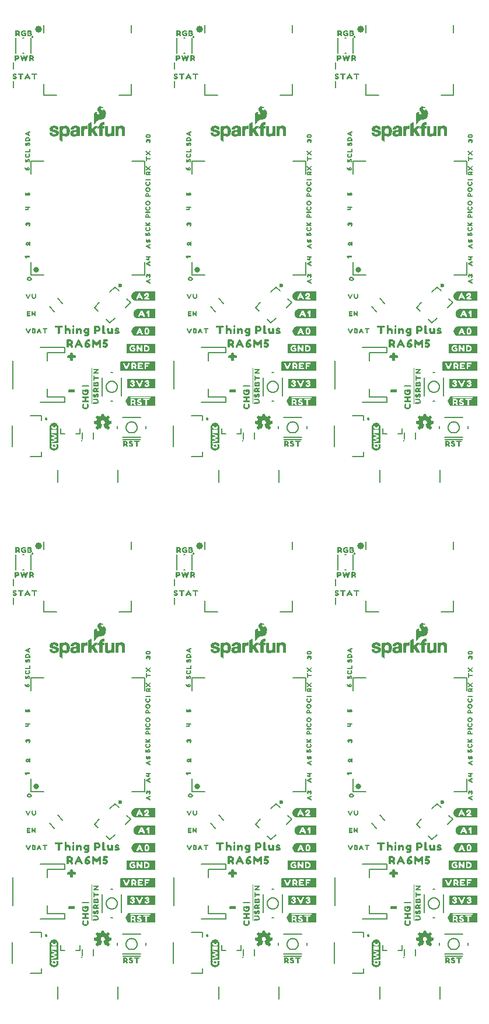
<source format=gto>
G04 EAGLE Gerber RS-274X export*
G75*
%MOMM*%
%FSLAX34Y34*%
%LPD*%
%INSilkscreen Top*%
%IPPOS*%
%AMOC8*
5,1,8,0,0,1.08239X$1,22.5*%
G01*
%ADD10C,0.203200*%
%ADD11C,0.300000*%
%ADD12C,0.152400*%
%ADD13C,0.200000*%
%ADD14C,1.000000*%
%ADD15C,0.800000*%
%ADD16C,0.600000*%
%ADD17C,0.127000*%

G36*
X679078Y932964D02*
X679078Y932964D01*
X679090Y932961D01*
X679490Y933261D01*
X679494Y933277D01*
X679501Y933282D01*
X679497Y933288D01*
X679499Y933292D01*
X679509Y933300D01*
X679509Y946200D01*
X679496Y946218D01*
X679499Y946230D01*
X679199Y946630D01*
X679168Y946639D01*
X679160Y946649D01*
X629260Y946649D01*
X629217Y946617D01*
X629213Y946616D01*
X629013Y946016D01*
X629013Y946015D01*
X629017Y946005D01*
X629011Y946000D01*
X629011Y933200D01*
X629043Y933157D01*
X629044Y933153D01*
X629644Y932953D01*
X629655Y932957D01*
X629660Y932951D01*
X679060Y932951D01*
X679078Y932964D01*
G37*
G36*
X211718Y183664D02*
X211718Y183664D01*
X211730Y183661D01*
X212130Y183961D01*
X212134Y183977D01*
X212141Y183982D01*
X212137Y183988D01*
X212139Y183992D01*
X212149Y184000D01*
X212149Y196900D01*
X212136Y196918D01*
X212139Y196930D01*
X211839Y197330D01*
X211808Y197339D01*
X211800Y197349D01*
X161900Y197349D01*
X161857Y197317D01*
X161853Y197316D01*
X161653Y196716D01*
X161653Y196715D01*
X161657Y196705D01*
X161651Y196700D01*
X161651Y183900D01*
X161683Y183857D01*
X161684Y183853D01*
X162284Y183653D01*
X162295Y183657D01*
X162300Y183651D01*
X211700Y183651D01*
X211718Y183664D01*
G37*
G36*
X679078Y183664D02*
X679078Y183664D01*
X679090Y183661D01*
X679490Y183961D01*
X679494Y183977D01*
X679501Y183982D01*
X679497Y183988D01*
X679499Y183992D01*
X679509Y184000D01*
X679509Y196900D01*
X679496Y196918D01*
X679499Y196930D01*
X679199Y197330D01*
X679168Y197339D01*
X679160Y197349D01*
X629260Y197349D01*
X629217Y197317D01*
X629213Y197316D01*
X629013Y196716D01*
X629013Y196715D01*
X629017Y196705D01*
X629011Y196700D01*
X629011Y183900D01*
X629043Y183857D01*
X629044Y183853D01*
X629644Y183653D01*
X629655Y183657D01*
X629660Y183651D01*
X679060Y183651D01*
X679078Y183664D01*
G37*
G36*
X211718Y932964D02*
X211718Y932964D01*
X211730Y932961D01*
X212130Y933261D01*
X212134Y933277D01*
X212141Y933282D01*
X212137Y933288D01*
X212139Y933292D01*
X212149Y933300D01*
X212149Y946200D01*
X212136Y946218D01*
X212139Y946230D01*
X211839Y946630D01*
X211808Y946639D01*
X211800Y946649D01*
X161900Y946649D01*
X161857Y946617D01*
X161853Y946616D01*
X161653Y946016D01*
X161653Y946015D01*
X161657Y946005D01*
X161651Y946000D01*
X161651Y933200D01*
X161683Y933157D01*
X161684Y933153D01*
X162284Y932953D01*
X162295Y932957D01*
X162300Y932951D01*
X211700Y932951D01*
X211718Y932964D01*
G37*
G36*
X445398Y932964D02*
X445398Y932964D01*
X445410Y932961D01*
X445810Y933261D01*
X445814Y933277D01*
X445821Y933282D01*
X445817Y933288D01*
X445819Y933292D01*
X445829Y933300D01*
X445829Y946200D01*
X445816Y946218D01*
X445819Y946230D01*
X445519Y946630D01*
X445488Y946639D01*
X445480Y946649D01*
X395580Y946649D01*
X395537Y946617D01*
X395533Y946616D01*
X395333Y946016D01*
X395333Y946015D01*
X395337Y946005D01*
X395331Y946000D01*
X395331Y933200D01*
X395363Y933157D01*
X395364Y933153D01*
X395964Y932953D01*
X395975Y932957D01*
X395980Y932951D01*
X445380Y932951D01*
X445398Y932964D01*
G37*
G36*
X445398Y183664D02*
X445398Y183664D01*
X445410Y183661D01*
X445810Y183961D01*
X445814Y183977D01*
X445821Y183982D01*
X445817Y183988D01*
X445819Y183992D01*
X445829Y184000D01*
X445829Y196900D01*
X445816Y196918D01*
X445819Y196930D01*
X445519Y197330D01*
X445488Y197339D01*
X445480Y197349D01*
X395580Y197349D01*
X395537Y197317D01*
X395533Y197316D01*
X395333Y196716D01*
X395333Y196715D01*
X395337Y196705D01*
X395331Y196700D01*
X395331Y183900D01*
X395363Y183857D01*
X395364Y183853D01*
X395964Y183653D01*
X395975Y183657D01*
X395980Y183651D01*
X445380Y183651D01*
X445398Y183664D01*
G37*
G36*
X679186Y881970D02*
X679186Y881970D01*
X679199Y881970D01*
X679499Y882370D01*
X679499Y882378D01*
X679503Y882381D01*
X679499Y882385D01*
X679499Y882392D01*
X679509Y882400D01*
X679509Y895300D01*
X679490Y895326D01*
X679490Y895339D01*
X679090Y895639D01*
X679072Y895639D01*
X679069Y895642D01*
X679065Y895642D01*
X679060Y895649D01*
X640060Y895649D01*
X640051Y895642D01*
X640042Y895636D01*
X640030Y895639D01*
X639630Y895339D01*
X639626Y895324D01*
X639616Y895322D01*
X636516Y889222D01*
X636518Y889212D01*
X636511Y889208D01*
X636411Y888608D01*
X636422Y888589D01*
X636416Y888578D01*
X639516Y882478D01*
X639519Y882477D01*
X639518Y882475D01*
X639818Y881975D01*
X639852Y881961D01*
X639860Y881951D01*
X679160Y881951D01*
X679186Y881970D01*
G37*
G36*
X679186Y132670D02*
X679186Y132670D01*
X679199Y132670D01*
X679499Y133070D01*
X679499Y133078D01*
X679503Y133081D01*
X679499Y133085D01*
X679499Y133092D01*
X679509Y133100D01*
X679509Y146000D01*
X679490Y146026D01*
X679490Y146039D01*
X679090Y146339D01*
X679072Y146339D01*
X679069Y146342D01*
X679065Y146342D01*
X679060Y146349D01*
X640060Y146349D01*
X640051Y146342D01*
X640042Y146336D01*
X640030Y146339D01*
X639630Y146039D01*
X639626Y146024D01*
X639616Y146022D01*
X636516Y139922D01*
X636518Y139912D01*
X636511Y139908D01*
X636411Y139308D01*
X636422Y139289D01*
X636416Y139278D01*
X639516Y133178D01*
X639519Y133177D01*
X639518Y133175D01*
X639818Y132675D01*
X639852Y132661D01*
X639860Y132651D01*
X679160Y132651D01*
X679186Y132670D01*
G37*
G36*
X445506Y132670D02*
X445506Y132670D01*
X445519Y132670D01*
X445819Y133070D01*
X445819Y133078D01*
X445823Y133081D01*
X445819Y133085D01*
X445819Y133092D01*
X445829Y133100D01*
X445829Y146000D01*
X445810Y146026D01*
X445810Y146039D01*
X445410Y146339D01*
X445392Y146339D01*
X445389Y146342D01*
X445385Y146342D01*
X445380Y146349D01*
X406380Y146349D01*
X406371Y146342D01*
X406362Y146336D01*
X406350Y146339D01*
X405950Y146039D01*
X405946Y146024D01*
X405936Y146022D01*
X402836Y139922D01*
X402838Y139912D01*
X402831Y139908D01*
X402731Y139308D01*
X402742Y139289D01*
X402736Y139278D01*
X405836Y133178D01*
X405839Y133177D01*
X405838Y133175D01*
X406138Y132675D01*
X406172Y132661D01*
X406180Y132651D01*
X445480Y132651D01*
X445506Y132670D01*
G37*
G36*
X211826Y132670D02*
X211826Y132670D01*
X211839Y132670D01*
X212139Y133070D01*
X212139Y133078D01*
X212143Y133081D01*
X212139Y133085D01*
X212139Y133092D01*
X212149Y133100D01*
X212149Y146000D01*
X212130Y146026D01*
X212130Y146039D01*
X211730Y146339D01*
X211712Y146339D01*
X211709Y146342D01*
X211705Y146342D01*
X211700Y146349D01*
X172700Y146349D01*
X172691Y146342D01*
X172682Y146336D01*
X172670Y146339D01*
X172270Y146039D01*
X172266Y146024D01*
X172256Y146022D01*
X169156Y139922D01*
X169158Y139912D01*
X169151Y139908D01*
X169051Y139308D01*
X169062Y139289D01*
X169056Y139278D01*
X172156Y133178D01*
X172159Y133177D01*
X172158Y133175D01*
X172458Y132675D01*
X172492Y132661D01*
X172500Y132651D01*
X211800Y132651D01*
X211826Y132670D01*
G37*
G36*
X211826Y881970D02*
X211826Y881970D01*
X211839Y881970D01*
X212139Y882370D01*
X212139Y882378D01*
X212143Y882381D01*
X212139Y882385D01*
X212139Y882392D01*
X212149Y882400D01*
X212149Y895300D01*
X212130Y895326D01*
X212130Y895339D01*
X211730Y895639D01*
X211712Y895639D01*
X211709Y895642D01*
X211705Y895642D01*
X211700Y895649D01*
X172700Y895649D01*
X172691Y895642D01*
X172682Y895636D01*
X172670Y895639D01*
X172270Y895339D01*
X172266Y895324D01*
X172256Y895322D01*
X169156Y889222D01*
X169158Y889212D01*
X169151Y889208D01*
X169051Y888608D01*
X169062Y888589D01*
X169056Y888578D01*
X172156Y882478D01*
X172159Y882477D01*
X172158Y882475D01*
X172458Y881975D01*
X172492Y881961D01*
X172500Y881951D01*
X211800Y881951D01*
X211826Y881970D01*
G37*
G36*
X445506Y881970D02*
X445506Y881970D01*
X445519Y881970D01*
X445819Y882370D01*
X445819Y882378D01*
X445823Y882381D01*
X445819Y882385D01*
X445819Y882392D01*
X445829Y882400D01*
X445829Y895300D01*
X445810Y895326D01*
X445810Y895339D01*
X445410Y895639D01*
X445392Y895639D01*
X445389Y895642D01*
X445385Y895642D01*
X445380Y895649D01*
X406380Y895649D01*
X406371Y895642D01*
X406362Y895636D01*
X406350Y895639D01*
X405950Y895339D01*
X405946Y895324D01*
X405936Y895322D01*
X402836Y889222D01*
X402838Y889212D01*
X402831Y889208D01*
X402731Y888608D01*
X402742Y888589D01*
X402736Y888578D01*
X405836Y882478D01*
X405839Y882477D01*
X405838Y882475D01*
X406138Y881975D01*
X406172Y881961D01*
X406180Y881951D01*
X445480Y881951D01*
X445506Y881970D01*
G37*
G36*
X445827Y958487D02*
X445827Y958487D01*
X445822Y958494D01*
X445829Y958500D01*
X445829Y972000D01*
X445793Y972047D01*
X445790Y972045D01*
X445788Y972049D01*
X445188Y972149D01*
X445183Y972146D01*
X445180Y972149D01*
X407980Y972149D01*
X407973Y972144D01*
X407964Y972147D01*
X407960Y972134D01*
X407933Y972113D01*
X407938Y972107D01*
X407937Y972106D01*
X407947Y972094D01*
X407946Y972093D01*
X407920Y972129D01*
X407888Y972139D01*
X407880Y972149D01*
X404580Y972149D01*
X404533Y972113D01*
X404536Y972109D01*
X404533Y972106D01*
X404535Y972103D01*
X404531Y972100D01*
X404531Y958600D01*
X404567Y958553D01*
X404570Y958555D01*
X404572Y958551D01*
X405172Y958451D01*
X405177Y958454D01*
X405180Y958451D01*
X445780Y958451D01*
X445827Y958487D01*
G37*
G36*
X212147Y209187D02*
X212147Y209187D01*
X212142Y209194D01*
X212149Y209200D01*
X212149Y222700D01*
X212113Y222747D01*
X212110Y222745D01*
X212108Y222749D01*
X211508Y222849D01*
X211503Y222846D01*
X211500Y222849D01*
X174300Y222849D01*
X174293Y222844D01*
X174284Y222847D01*
X174280Y222834D01*
X174253Y222813D01*
X174258Y222807D01*
X174257Y222806D01*
X174267Y222794D01*
X174266Y222793D01*
X174240Y222829D01*
X174208Y222839D01*
X174200Y222849D01*
X170900Y222849D01*
X170853Y222813D01*
X170856Y222809D01*
X170853Y222806D01*
X170855Y222803D01*
X170851Y222800D01*
X170851Y209300D01*
X170887Y209253D01*
X170890Y209255D01*
X170892Y209251D01*
X171492Y209151D01*
X171497Y209154D01*
X171500Y209151D01*
X212100Y209151D01*
X212147Y209187D01*
G37*
G36*
X445827Y209187D02*
X445827Y209187D01*
X445822Y209194D01*
X445829Y209200D01*
X445829Y222700D01*
X445793Y222747D01*
X445790Y222745D01*
X445788Y222749D01*
X445188Y222849D01*
X445183Y222846D01*
X445180Y222849D01*
X407980Y222849D01*
X407973Y222844D01*
X407964Y222847D01*
X407960Y222834D01*
X407933Y222813D01*
X407938Y222807D01*
X407937Y222806D01*
X407947Y222794D01*
X407946Y222793D01*
X407920Y222829D01*
X407888Y222839D01*
X407880Y222849D01*
X404580Y222849D01*
X404533Y222813D01*
X404536Y222809D01*
X404533Y222806D01*
X404535Y222803D01*
X404531Y222800D01*
X404531Y209300D01*
X404567Y209253D01*
X404570Y209255D01*
X404572Y209251D01*
X405172Y209151D01*
X405177Y209154D01*
X405180Y209151D01*
X445780Y209151D01*
X445827Y209187D01*
G37*
G36*
X212147Y958487D02*
X212147Y958487D01*
X212142Y958494D01*
X212149Y958500D01*
X212149Y972000D01*
X212113Y972047D01*
X212110Y972045D01*
X212108Y972049D01*
X211508Y972149D01*
X211503Y972146D01*
X211500Y972149D01*
X174300Y972149D01*
X174293Y972144D01*
X174284Y972147D01*
X174280Y972134D01*
X174253Y972113D01*
X174258Y972107D01*
X174257Y972106D01*
X174267Y972094D01*
X174266Y972093D01*
X174240Y972129D01*
X174208Y972139D01*
X174200Y972149D01*
X170900Y972149D01*
X170853Y972113D01*
X170856Y972109D01*
X170853Y972106D01*
X170855Y972103D01*
X170851Y972100D01*
X170851Y958600D01*
X170887Y958553D01*
X170890Y958555D01*
X170892Y958551D01*
X171492Y958451D01*
X171497Y958454D01*
X171500Y958451D01*
X212100Y958451D01*
X212147Y958487D01*
G37*
G36*
X679507Y958487D02*
X679507Y958487D01*
X679502Y958494D01*
X679509Y958500D01*
X679509Y972000D01*
X679473Y972047D01*
X679470Y972045D01*
X679468Y972049D01*
X678868Y972149D01*
X678863Y972146D01*
X678860Y972149D01*
X641660Y972149D01*
X641653Y972144D01*
X641644Y972147D01*
X641640Y972134D01*
X641613Y972113D01*
X641618Y972107D01*
X641617Y972106D01*
X641627Y972094D01*
X641626Y972093D01*
X641600Y972129D01*
X641568Y972139D01*
X641560Y972149D01*
X638260Y972149D01*
X638213Y972113D01*
X638216Y972109D01*
X638213Y972106D01*
X638215Y972103D01*
X638211Y972100D01*
X638211Y958600D01*
X638247Y958553D01*
X638250Y958555D01*
X638252Y958551D01*
X638852Y958451D01*
X638857Y958454D01*
X638860Y958451D01*
X679460Y958451D01*
X679507Y958487D01*
G37*
G36*
X679507Y209187D02*
X679507Y209187D01*
X679502Y209194D01*
X679509Y209200D01*
X679509Y222700D01*
X679473Y222747D01*
X679470Y222745D01*
X679468Y222749D01*
X678868Y222849D01*
X678863Y222846D01*
X678860Y222849D01*
X641660Y222849D01*
X641653Y222844D01*
X641644Y222847D01*
X641640Y222834D01*
X641613Y222813D01*
X641618Y222807D01*
X641617Y222806D01*
X641627Y222794D01*
X641626Y222793D01*
X641600Y222829D01*
X641568Y222839D01*
X641560Y222849D01*
X638260Y222849D01*
X638213Y222813D01*
X638216Y222809D01*
X638213Y222806D01*
X638215Y222803D01*
X638211Y222800D01*
X638211Y209300D01*
X638247Y209253D01*
X638250Y209255D01*
X638252Y209251D01*
X638852Y209151D01*
X638857Y209154D01*
X638860Y209151D01*
X679460Y209151D01*
X679507Y209187D01*
G37*
G36*
X679407Y907487D02*
X679407Y907487D01*
X679405Y907490D01*
X679409Y907492D01*
X679509Y908092D01*
X679506Y908097D01*
X679509Y908100D01*
X679509Y921000D01*
X679473Y921047D01*
X679470Y921045D01*
X679468Y921049D01*
X678868Y921149D01*
X678863Y921146D01*
X678860Y921149D01*
X639160Y921149D01*
X639122Y921120D01*
X639114Y921118D01*
X638914Y920618D01*
X638915Y920616D01*
X638913Y920614D01*
X638917Y920608D01*
X638918Y920605D01*
X638911Y920600D01*
X638911Y907700D01*
X638940Y907662D01*
X638942Y907654D01*
X639442Y907454D01*
X639455Y907458D01*
X639460Y907451D01*
X679360Y907451D01*
X679407Y907487D01*
G37*
G36*
X212047Y158187D02*
X212047Y158187D01*
X212045Y158190D01*
X212049Y158192D01*
X212149Y158792D01*
X212146Y158797D01*
X212149Y158800D01*
X212149Y171700D01*
X212113Y171747D01*
X212110Y171745D01*
X212108Y171749D01*
X211508Y171849D01*
X211503Y171846D01*
X211500Y171849D01*
X171800Y171849D01*
X171762Y171820D01*
X171754Y171818D01*
X171554Y171318D01*
X171555Y171316D01*
X171553Y171314D01*
X171557Y171308D01*
X171558Y171305D01*
X171551Y171300D01*
X171551Y158400D01*
X171580Y158362D01*
X171582Y158354D01*
X172082Y158154D01*
X172095Y158158D01*
X172100Y158151D01*
X212000Y158151D01*
X212047Y158187D01*
G37*
G36*
X212047Y907487D02*
X212047Y907487D01*
X212045Y907490D01*
X212049Y907492D01*
X212149Y908092D01*
X212146Y908097D01*
X212149Y908100D01*
X212149Y921000D01*
X212113Y921047D01*
X212110Y921045D01*
X212108Y921049D01*
X211508Y921149D01*
X211503Y921146D01*
X211500Y921149D01*
X171800Y921149D01*
X171762Y921120D01*
X171754Y921118D01*
X171554Y920618D01*
X171555Y920616D01*
X171553Y920614D01*
X171557Y920608D01*
X171558Y920605D01*
X171551Y920600D01*
X171551Y907700D01*
X171580Y907662D01*
X171582Y907654D01*
X172082Y907454D01*
X172095Y907458D01*
X172100Y907451D01*
X212000Y907451D01*
X212047Y907487D01*
G37*
G36*
X445727Y907487D02*
X445727Y907487D01*
X445725Y907490D01*
X445729Y907492D01*
X445829Y908092D01*
X445826Y908097D01*
X445829Y908100D01*
X445829Y921000D01*
X445793Y921047D01*
X445790Y921045D01*
X445788Y921049D01*
X445188Y921149D01*
X445183Y921146D01*
X445180Y921149D01*
X405480Y921149D01*
X405442Y921120D01*
X405434Y921118D01*
X405234Y920618D01*
X405235Y920616D01*
X405233Y920614D01*
X405237Y920608D01*
X405238Y920605D01*
X405231Y920600D01*
X405231Y907700D01*
X405260Y907662D01*
X405262Y907654D01*
X405762Y907454D01*
X405775Y907458D01*
X405780Y907451D01*
X445680Y907451D01*
X445727Y907487D01*
G37*
G36*
X445727Y158187D02*
X445727Y158187D01*
X445725Y158190D01*
X445729Y158192D01*
X445829Y158792D01*
X445826Y158797D01*
X445829Y158800D01*
X445829Y171700D01*
X445793Y171747D01*
X445790Y171745D01*
X445788Y171749D01*
X445188Y171849D01*
X445183Y171846D01*
X445180Y171849D01*
X405480Y171849D01*
X405442Y171820D01*
X405434Y171818D01*
X405234Y171318D01*
X405235Y171316D01*
X405233Y171314D01*
X405237Y171308D01*
X405238Y171305D01*
X405231Y171300D01*
X405231Y158400D01*
X405260Y158362D01*
X405262Y158354D01*
X405762Y158154D01*
X405775Y158158D01*
X405780Y158151D01*
X445680Y158151D01*
X445727Y158187D01*
G37*
G36*
X679407Y158187D02*
X679407Y158187D01*
X679405Y158190D01*
X679409Y158192D01*
X679509Y158792D01*
X679506Y158797D01*
X679509Y158800D01*
X679509Y171700D01*
X679473Y171747D01*
X679470Y171745D01*
X679468Y171749D01*
X678868Y171849D01*
X678863Y171846D01*
X678860Y171849D01*
X639160Y171849D01*
X639122Y171820D01*
X639114Y171818D01*
X638914Y171318D01*
X638915Y171316D01*
X638913Y171314D01*
X638917Y171308D01*
X638918Y171305D01*
X638911Y171300D01*
X638911Y158400D01*
X638940Y158362D01*
X638942Y158354D01*
X639442Y158154D01*
X639455Y158158D01*
X639460Y158151D01*
X679360Y158151D01*
X679407Y158187D01*
G37*
G36*
X212047Y1034487D02*
X212047Y1034487D01*
X212045Y1034490D01*
X212049Y1034492D01*
X212149Y1035092D01*
X212146Y1035097D01*
X212149Y1035100D01*
X212149Y1048000D01*
X212113Y1048047D01*
X212110Y1048045D01*
X212108Y1048049D01*
X211508Y1048149D01*
X211503Y1048146D01*
X211500Y1048149D01*
X184200Y1048149D01*
X184196Y1048146D01*
X184193Y1048149D01*
X183493Y1048049D01*
X183492Y1048048D01*
X183492Y1048049D01*
X182892Y1047949D01*
X182889Y1047945D01*
X182886Y1047947D01*
X182186Y1047747D01*
X182185Y1047746D01*
X182184Y1047747D01*
X181584Y1047547D01*
X181581Y1047542D01*
X181578Y1047544D01*
X180978Y1047244D01*
X180976Y1047240D01*
X180973Y1047241D01*
X180373Y1046841D01*
X180372Y1046838D01*
X180369Y1046838D01*
X179869Y1046438D01*
X179868Y1046434D01*
X179865Y1046435D01*
X178865Y1045435D01*
X178864Y1045423D01*
X178856Y1045422D01*
X178557Y1044825D01*
X178159Y1044227D01*
X178160Y1044220D01*
X178155Y1044216D01*
X178153Y1044216D01*
X177753Y1043016D01*
X177754Y1043014D01*
X177753Y1043014D01*
X177553Y1042314D01*
X177556Y1042304D01*
X177551Y1042300D01*
X177551Y1040300D01*
X177557Y1040292D01*
X177553Y1040286D01*
X177753Y1039586D01*
X177754Y1039585D01*
X177753Y1039584D01*
X177953Y1038984D01*
X177956Y1038983D01*
X177955Y1038981D01*
X178255Y1038281D01*
X178257Y1038279D01*
X178256Y1038278D01*
X178556Y1037678D01*
X178563Y1037675D01*
X178562Y1037669D01*
X179362Y1036669D01*
X179366Y1036668D01*
X179365Y1036665D01*
X179865Y1036165D01*
X179869Y1036165D01*
X179869Y1036162D01*
X180369Y1035762D01*
X180373Y1035761D01*
X180373Y1035759D01*
X180973Y1035359D01*
X180977Y1035359D01*
X180978Y1035356D01*
X181578Y1035056D01*
X181583Y1035057D01*
X181584Y1035053D01*
X182184Y1034853D01*
X182186Y1034854D01*
X182186Y1034853D01*
X182886Y1034653D01*
X182891Y1034655D01*
X182893Y1034651D01*
X183592Y1034551D01*
X184192Y1034451D01*
X184197Y1034454D01*
X184200Y1034451D01*
X212000Y1034451D01*
X212047Y1034487D01*
G37*
G36*
X679407Y285187D02*
X679407Y285187D01*
X679405Y285190D01*
X679409Y285192D01*
X679509Y285792D01*
X679506Y285797D01*
X679509Y285800D01*
X679509Y298700D01*
X679473Y298747D01*
X679470Y298745D01*
X679468Y298749D01*
X678868Y298849D01*
X678863Y298846D01*
X678860Y298849D01*
X651560Y298849D01*
X651556Y298846D01*
X651553Y298849D01*
X650853Y298749D01*
X650852Y298748D01*
X650852Y298749D01*
X650252Y298649D01*
X650249Y298645D01*
X650246Y298647D01*
X649546Y298447D01*
X649545Y298446D01*
X649544Y298447D01*
X648944Y298247D01*
X648941Y298242D01*
X648938Y298244D01*
X648338Y297944D01*
X648336Y297940D01*
X648333Y297941D01*
X647733Y297541D01*
X647732Y297538D01*
X647729Y297538D01*
X647229Y297138D01*
X647228Y297134D01*
X647225Y297135D01*
X646225Y296135D01*
X646224Y296123D01*
X646216Y296122D01*
X645917Y295525D01*
X645519Y294927D01*
X645520Y294920D01*
X645515Y294916D01*
X645513Y294916D01*
X645113Y293716D01*
X645114Y293714D01*
X645113Y293714D01*
X644913Y293014D01*
X644916Y293004D01*
X644911Y293000D01*
X644911Y291000D01*
X644917Y290992D01*
X644913Y290986D01*
X645113Y290286D01*
X645114Y290285D01*
X645113Y290284D01*
X645313Y289684D01*
X645316Y289683D01*
X645315Y289681D01*
X645615Y288981D01*
X645617Y288979D01*
X645616Y288978D01*
X645916Y288378D01*
X645923Y288375D01*
X645922Y288369D01*
X646722Y287369D01*
X646726Y287368D01*
X646725Y287365D01*
X647225Y286865D01*
X647229Y286865D01*
X647229Y286862D01*
X647729Y286462D01*
X647733Y286461D01*
X647733Y286459D01*
X648333Y286059D01*
X648337Y286059D01*
X648338Y286056D01*
X648938Y285756D01*
X648943Y285757D01*
X648944Y285753D01*
X649544Y285553D01*
X649546Y285554D01*
X649546Y285553D01*
X650246Y285353D01*
X650251Y285355D01*
X650253Y285351D01*
X650952Y285251D01*
X651552Y285151D01*
X651557Y285154D01*
X651560Y285151D01*
X679360Y285151D01*
X679407Y285187D01*
G37*
G36*
X445727Y285187D02*
X445727Y285187D01*
X445725Y285190D01*
X445729Y285192D01*
X445829Y285792D01*
X445826Y285797D01*
X445829Y285800D01*
X445829Y298700D01*
X445793Y298747D01*
X445790Y298745D01*
X445788Y298749D01*
X445188Y298849D01*
X445183Y298846D01*
X445180Y298849D01*
X417880Y298849D01*
X417876Y298846D01*
X417873Y298849D01*
X417173Y298749D01*
X417172Y298748D01*
X417172Y298749D01*
X416572Y298649D01*
X416569Y298645D01*
X416566Y298647D01*
X415866Y298447D01*
X415865Y298446D01*
X415864Y298447D01*
X415264Y298247D01*
X415261Y298242D01*
X415258Y298244D01*
X414658Y297944D01*
X414656Y297940D01*
X414653Y297941D01*
X414053Y297541D01*
X414052Y297538D01*
X414049Y297538D01*
X413549Y297138D01*
X413548Y297134D01*
X413545Y297135D01*
X412545Y296135D01*
X412544Y296123D01*
X412536Y296122D01*
X412237Y295525D01*
X411839Y294927D01*
X411840Y294920D01*
X411835Y294916D01*
X411833Y294916D01*
X411433Y293716D01*
X411434Y293714D01*
X411433Y293714D01*
X411233Y293014D01*
X411236Y293004D01*
X411231Y293000D01*
X411231Y291000D01*
X411237Y290992D01*
X411233Y290986D01*
X411433Y290286D01*
X411434Y290285D01*
X411433Y290284D01*
X411633Y289684D01*
X411636Y289683D01*
X411635Y289681D01*
X411935Y288981D01*
X411937Y288979D01*
X411936Y288978D01*
X412236Y288378D01*
X412243Y288375D01*
X412242Y288369D01*
X413042Y287369D01*
X413046Y287368D01*
X413045Y287365D01*
X413545Y286865D01*
X413549Y286865D01*
X413549Y286862D01*
X414049Y286462D01*
X414053Y286461D01*
X414053Y286459D01*
X414653Y286059D01*
X414657Y286059D01*
X414658Y286056D01*
X415258Y285756D01*
X415263Y285757D01*
X415264Y285753D01*
X415864Y285553D01*
X415866Y285554D01*
X415866Y285553D01*
X416566Y285353D01*
X416571Y285355D01*
X416573Y285351D01*
X417272Y285251D01*
X417872Y285151D01*
X417877Y285154D01*
X417880Y285151D01*
X445680Y285151D01*
X445727Y285187D01*
G37*
G36*
X212047Y285187D02*
X212047Y285187D01*
X212045Y285190D01*
X212049Y285192D01*
X212149Y285792D01*
X212146Y285797D01*
X212149Y285800D01*
X212149Y298700D01*
X212113Y298747D01*
X212110Y298745D01*
X212108Y298749D01*
X211508Y298849D01*
X211503Y298846D01*
X211500Y298849D01*
X184200Y298849D01*
X184196Y298846D01*
X184193Y298849D01*
X183493Y298749D01*
X183492Y298748D01*
X183492Y298749D01*
X182892Y298649D01*
X182889Y298645D01*
X182886Y298647D01*
X182186Y298447D01*
X182185Y298446D01*
X182184Y298447D01*
X181584Y298247D01*
X181581Y298242D01*
X181578Y298244D01*
X180978Y297944D01*
X180976Y297940D01*
X180973Y297941D01*
X180373Y297541D01*
X180372Y297538D01*
X180369Y297538D01*
X179869Y297138D01*
X179868Y297134D01*
X179865Y297135D01*
X178865Y296135D01*
X178864Y296123D01*
X178856Y296122D01*
X178557Y295525D01*
X178159Y294927D01*
X178160Y294920D01*
X178155Y294916D01*
X178153Y294916D01*
X177753Y293716D01*
X177754Y293714D01*
X177753Y293714D01*
X177553Y293014D01*
X177556Y293004D01*
X177551Y293000D01*
X177551Y291000D01*
X177557Y290992D01*
X177553Y290986D01*
X177753Y290286D01*
X177754Y290285D01*
X177753Y290284D01*
X177953Y289684D01*
X177956Y289683D01*
X177955Y289681D01*
X178255Y288981D01*
X178257Y288979D01*
X178256Y288978D01*
X178556Y288378D01*
X178563Y288375D01*
X178562Y288369D01*
X179362Y287369D01*
X179366Y287368D01*
X179365Y287365D01*
X179865Y286865D01*
X179869Y286865D01*
X179869Y286862D01*
X180369Y286462D01*
X180373Y286461D01*
X180373Y286459D01*
X180973Y286059D01*
X180977Y286059D01*
X180978Y286056D01*
X181578Y285756D01*
X181583Y285757D01*
X181584Y285753D01*
X182184Y285553D01*
X182186Y285554D01*
X182186Y285553D01*
X182886Y285353D01*
X182891Y285355D01*
X182893Y285351D01*
X183592Y285251D01*
X184192Y285151D01*
X184197Y285154D01*
X184200Y285151D01*
X212000Y285151D01*
X212047Y285187D01*
G37*
G36*
X445727Y1034487D02*
X445727Y1034487D01*
X445725Y1034490D01*
X445729Y1034492D01*
X445829Y1035092D01*
X445826Y1035097D01*
X445829Y1035100D01*
X445829Y1048000D01*
X445793Y1048047D01*
X445790Y1048045D01*
X445788Y1048049D01*
X445188Y1048149D01*
X445183Y1048146D01*
X445180Y1048149D01*
X417880Y1048149D01*
X417876Y1048146D01*
X417873Y1048149D01*
X417173Y1048049D01*
X417172Y1048048D01*
X417172Y1048049D01*
X416572Y1047949D01*
X416569Y1047945D01*
X416566Y1047947D01*
X415866Y1047747D01*
X415865Y1047746D01*
X415864Y1047747D01*
X415264Y1047547D01*
X415261Y1047542D01*
X415258Y1047544D01*
X414658Y1047244D01*
X414656Y1047240D01*
X414653Y1047241D01*
X414053Y1046841D01*
X414052Y1046838D01*
X414049Y1046838D01*
X413549Y1046438D01*
X413548Y1046434D01*
X413545Y1046435D01*
X412545Y1045435D01*
X412544Y1045423D01*
X412536Y1045422D01*
X412237Y1044825D01*
X411839Y1044227D01*
X411840Y1044220D01*
X411835Y1044216D01*
X411833Y1044216D01*
X411433Y1043016D01*
X411434Y1043014D01*
X411433Y1043014D01*
X411233Y1042314D01*
X411236Y1042304D01*
X411231Y1042300D01*
X411231Y1040300D01*
X411237Y1040292D01*
X411233Y1040286D01*
X411433Y1039586D01*
X411434Y1039585D01*
X411433Y1039584D01*
X411633Y1038984D01*
X411636Y1038983D01*
X411635Y1038981D01*
X411935Y1038281D01*
X411937Y1038279D01*
X411936Y1038278D01*
X412236Y1037678D01*
X412243Y1037675D01*
X412242Y1037669D01*
X413042Y1036669D01*
X413046Y1036668D01*
X413045Y1036665D01*
X413545Y1036165D01*
X413549Y1036165D01*
X413549Y1036162D01*
X414049Y1035762D01*
X414053Y1035761D01*
X414053Y1035759D01*
X414653Y1035359D01*
X414657Y1035359D01*
X414658Y1035356D01*
X415258Y1035056D01*
X415263Y1035057D01*
X415264Y1035053D01*
X415864Y1034853D01*
X415866Y1034854D01*
X415866Y1034853D01*
X416566Y1034653D01*
X416571Y1034655D01*
X416573Y1034651D01*
X417272Y1034551D01*
X417872Y1034451D01*
X417877Y1034454D01*
X417880Y1034451D01*
X445680Y1034451D01*
X445727Y1034487D01*
G37*
G36*
X679407Y1034487D02*
X679407Y1034487D01*
X679405Y1034490D01*
X679409Y1034492D01*
X679509Y1035092D01*
X679506Y1035097D01*
X679509Y1035100D01*
X679509Y1048000D01*
X679473Y1048047D01*
X679470Y1048045D01*
X679468Y1048049D01*
X678868Y1048149D01*
X678863Y1048146D01*
X678860Y1048149D01*
X651560Y1048149D01*
X651556Y1048146D01*
X651553Y1048149D01*
X650853Y1048049D01*
X650852Y1048048D01*
X650852Y1048049D01*
X650252Y1047949D01*
X650249Y1047945D01*
X650246Y1047947D01*
X649546Y1047747D01*
X649545Y1047746D01*
X649544Y1047747D01*
X648944Y1047547D01*
X648941Y1047542D01*
X648938Y1047544D01*
X648338Y1047244D01*
X648336Y1047240D01*
X648333Y1047241D01*
X647733Y1046841D01*
X647732Y1046838D01*
X647729Y1046838D01*
X647229Y1046438D01*
X647228Y1046434D01*
X647225Y1046435D01*
X646225Y1045435D01*
X646224Y1045423D01*
X646216Y1045422D01*
X645917Y1044825D01*
X645519Y1044227D01*
X645520Y1044220D01*
X645515Y1044216D01*
X645513Y1044216D01*
X645113Y1043016D01*
X645114Y1043014D01*
X645113Y1043014D01*
X644913Y1042314D01*
X644916Y1042304D01*
X644911Y1042300D01*
X644911Y1040300D01*
X644917Y1040292D01*
X644913Y1040286D01*
X645113Y1039586D01*
X645114Y1039585D01*
X645113Y1039584D01*
X645313Y1038984D01*
X645316Y1038983D01*
X645315Y1038981D01*
X645615Y1038281D01*
X645617Y1038279D01*
X645616Y1038278D01*
X645916Y1037678D01*
X645923Y1037675D01*
X645922Y1037669D01*
X646722Y1036669D01*
X646726Y1036668D01*
X646725Y1036665D01*
X647225Y1036165D01*
X647229Y1036165D01*
X647229Y1036162D01*
X647729Y1035762D01*
X647733Y1035761D01*
X647733Y1035759D01*
X648333Y1035359D01*
X648337Y1035359D01*
X648338Y1035356D01*
X648938Y1035056D01*
X648943Y1035057D01*
X648944Y1035053D01*
X649544Y1034853D01*
X649546Y1034854D01*
X649546Y1034853D01*
X650246Y1034653D01*
X650251Y1034655D01*
X650253Y1034651D01*
X650952Y1034551D01*
X651552Y1034451D01*
X651557Y1034454D01*
X651560Y1034451D01*
X679360Y1034451D01*
X679407Y1034487D01*
G37*
G36*
X679407Y983487D02*
X679407Y983487D01*
X679405Y983490D01*
X679409Y983492D01*
X679509Y984092D01*
X679506Y984097D01*
X679509Y984100D01*
X679509Y997000D01*
X679473Y997047D01*
X679470Y997045D01*
X679468Y997049D01*
X678868Y997149D01*
X678863Y997146D01*
X678860Y997149D01*
X651760Y997149D01*
X651756Y997146D01*
X651753Y997149D01*
X650353Y996949D01*
X650350Y996945D01*
X650348Y996945D01*
X650347Y996945D01*
X650344Y996947D01*
X649144Y996547D01*
X649141Y996542D01*
X649138Y996544D01*
X648538Y996244D01*
X648536Y996240D01*
X648533Y996241D01*
X647333Y995441D01*
X647330Y995434D01*
X647325Y995435D01*
X646925Y995035D01*
X646925Y995031D01*
X646922Y995032D01*
X646422Y994432D01*
X646422Y994431D01*
X646022Y993931D01*
X646021Y993923D01*
X646016Y993922D01*
X645416Y992722D01*
X645417Y992715D01*
X645413Y992714D01*
X645213Y992014D01*
X645214Y992010D01*
X645211Y992008D01*
X645111Y991408D01*
X645112Y991407D01*
X645111Y991407D01*
X645011Y990707D01*
X645013Y990704D01*
X645014Y990702D01*
X645011Y990700D01*
X645011Y990000D01*
X645014Y989996D01*
X645011Y989993D01*
X645111Y989293D01*
X645112Y989292D01*
X645111Y989292D01*
X645211Y988692D01*
X645215Y988689D01*
X645213Y988686D01*
X645413Y987986D01*
X645418Y987982D01*
X645416Y987978D01*
X646016Y986778D01*
X646019Y986777D01*
X646018Y986775D01*
X646318Y986275D01*
X646323Y986273D01*
X646322Y986268D01*
X646822Y985668D01*
X646829Y985667D01*
X646829Y985662D01*
X647327Y985263D01*
X647825Y984765D01*
X647834Y984764D01*
X647835Y984758D01*
X648334Y984458D01*
X648933Y984059D01*
X648944Y984060D01*
X648946Y984053D01*
X649645Y983853D01*
X650244Y983653D01*
X650251Y983655D01*
X650253Y983651D01*
X651653Y983451D01*
X651658Y983454D01*
X651660Y983451D01*
X679360Y983451D01*
X679407Y983487D01*
G37*
G36*
X445727Y983487D02*
X445727Y983487D01*
X445725Y983490D01*
X445729Y983492D01*
X445829Y984092D01*
X445826Y984097D01*
X445829Y984100D01*
X445829Y997000D01*
X445793Y997047D01*
X445790Y997045D01*
X445788Y997049D01*
X445188Y997149D01*
X445183Y997146D01*
X445180Y997149D01*
X418080Y997149D01*
X418076Y997146D01*
X418073Y997149D01*
X416673Y996949D01*
X416670Y996945D01*
X416668Y996945D01*
X416667Y996945D01*
X416664Y996947D01*
X415464Y996547D01*
X415461Y996542D01*
X415458Y996544D01*
X414858Y996244D01*
X414856Y996240D01*
X414853Y996241D01*
X413653Y995441D01*
X413650Y995434D01*
X413645Y995435D01*
X413245Y995035D01*
X413245Y995031D01*
X413242Y995032D01*
X412742Y994432D01*
X412742Y994431D01*
X412342Y993931D01*
X412341Y993923D01*
X412336Y993922D01*
X411736Y992722D01*
X411737Y992715D01*
X411733Y992714D01*
X411533Y992014D01*
X411534Y992010D01*
X411531Y992008D01*
X411431Y991408D01*
X411432Y991407D01*
X411431Y991407D01*
X411331Y990707D01*
X411333Y990704D01*
X411334Y990702D01*
X411331Y990700D01*
X411331Y990000D01*
X411334Y989996D01*
X411331Y989993D01*
X411431Y989293D01*
X411432Y989292D01*
X411431Y989292D01*
X411531Y988692D01*
X411535Y988689D01*
X411533Y988686D01*
X411733Y987986D01*
X411738Y987982D01*
X411736Y987978D01*
X412336Y986778D01*
X412339Y986777D01*
X412338Y986775D01*
X412638Y986275D01*
X412643Y986273D01*
X412642Y986268D01*
X413142Y985668D01*
X413149Y985667D01*
X413149Y985662D01*
X413647Y985263D01*
X414145Y984765D01*
X414154Y984764D01*
X414155Y984758D01*
X414654Y984458D01*
X415253Y984059D01*
X415264Y984060D01*
X415266Y984053D01*
X415965Y983853D01*
X416564Y983653D01*
X416571Y983655D01*
X416573Y983651D01*
X417973Y983451D01*
X417978Y983454D01*
X417980Y983451D01*
X445680Y983451D01*
X445727Y983487D01*
G37*
G36*
X212047Y983487D02*
X212047Y983487D01*
X212045Y983490D01*
X212049Y983492D01*
X212149Y984092D01*
X212146Y984097D01*
X212149Y984100D01*
X212149Y997000D01*
X212113Y997047D01*
X212110Y997045D01*
X212108Y997049D01*
X211508Y997149D01*
X211503Y997146D01*
X211500Y997149D01*
X184400Y997149D01*
X184396Y997146D01*
X184393Y997149D01*
X182993Y996949D01*
X182990Y996945D01*
X182988Y996945D01*
X182987Y996945D01*
X182984Y996947D01*
X181784Y996547D01*
X181781Y996542D01*
X181778Y996544D01*
X181178Y996244D01*
X181176Y996240D01*
X181173Y996241D01*
X179973Y995441D01*
X179970Y995434D01*
X179965Y995435D01*
X179565Y995035D01*
X179565Y995031D01*
X179562Y995032D01*
X179062Y994432D01*
X179062Y994431D01*
X178662Y993931D01*
X178661Y993923D01*
X178656Y993922D01*
X178056Y992722D01*
X178057Y992715D01*
X178053Y992714D01*
X177853Y992014D01*
X177854Y992010D01*
X177851Y992008D01*
X177751Y991408D01*
X177752Y991407D01*
X177751Y991407D01*
X177651Y990707D01*
X177653Y990704D01*
X177654Y990702D01*
X177651Y990700D01*
X177651Y990000D01*
X177654Y989996D01*
X177651Y989993D01*
X177751Y989293D01*
X177752Y989292D01*
X177751Y989292D01*
X177851Y988692D01*
X177855Y988689D01*
X177853Y988686D01*
X178053Y987986D01*
X178058Y987982D01*
X178056Y987978D01*
X178656Y986778D01*
X178659Y986777D01*
X178658Y986775D01*
X178958Y986275D01*
X178963Y986273D01*
X178962Y986268D01*
X179462Y985668D01*
X179469Y985667D01*
X179469Y985662D01*
X179967Y985263D01*
X180465Y984765D01*
X180474Y984764D01*
X180475Y984758D01*
X180974Y984458D01*
X181573Y984059D01*
X181584Y984060D01*
X181586Y984053D01*
X182285Y983853D01*
X182884Y983653D01*
X182891Y983655D01*
X182893Y983651D01*
X184293Y983451D01*
X184298Y983454D01*
X184300Y983451D01*
X212000Y983451D01*
X212047Y983487D01*
G37*
G36*
X445727Y234187D02*
X445727Y234187D01*
X445725Y234190D01*
X445729Y234192D01*
X445829Y234792D01*
X445826Y234797D01*
X445829Y234800D01*
X445829Y247700D01*
X445793Y247747D01*
X445790Y247745D01*
X445788Y247749D01*
X445188Y247849D01*
X445183Y247846D01*
X445180Y247849D01*
X418080Y247849D01*
X418076Y247846D01*
X418073Y247849D01*
X416673Y247649D01*
X416670Y247645D01*
X416668Y247645D01*
X416667Y247645D01*
X416664Y247647D01*
X415464Y247247D01*
X415461Y247242D01*
X415458Y247244D01*
X414858Y246944D01*
X414856Y246940D01*
X414853Y246941D01*
X413653Y246141D01*
X413650Y246134D01*
X413645Y246135D01*
X413245Y245735D01*
X413245Y245731D01*
X413242Y245732D01*
X412742Y245132D01*
X412742Y245131D01*
X412342Y244631D01*
X412341Y244623D01*
X412336Y244622D01*
X411736Y243422D01*
X411737Y243415D01*
X411733Y243414D01*
X411533Y242714D01*
X411534Y242710D01*
X411531Y242708D01*
X411431Y242108D01*
X411432Y242107D01*
X411431Y242107D01*
X411331Y241407D01*
X411333Y241404D01*
X411334Y241402D01*
X411331Y241400D01*
X411331Y240700D01*
X411334Y240696D01*
X411331Y240693D01*
X411431Y239993D01*
X411432Y239992D01*
X411431Y239992D01*
X411531Y239392D01*
X411535Y239389D01*
X411533Y239386D01*
X411733Y238686D01*
X411738Y238682D01*
X411736Y238678D01*
X412336Y237478D01*
X412339Y237477D01*
X412338Y237475D01*
X412638Y236975D01*
X412643Y236973D01*
X412642Y236968D01*
X413142Y236368D01*
X413149Y236367D01*
X413149Y236362D01*
X413647Y235963D01*
X414145Y235465D01*
X414154Y235464D01*
X414155Y235458D01*
X414654Y235158D01*
X415253Y234759D01*
X415264Y234760D01*
X415266Y234753D01*
X415965Y234553D01*
X416564Y234353D01*
X416571Y234355D01*
X416573Y234351D01*
X417973Y234151D01*
X417978Y234154D01*
X417980Y234151D01*
X445680Y234151D01*
X445727Y234187D01*
G37*
G36*
X212047Y234187D02*
X212047Y234187D01*
X212045Y234190D01*
X212049Y234192D01*
X212149Y234792D01*
X212146Y234797D01*
X212149Y234800D01*
X212149Y247700D01*
X212113Y247747D01*
X212110Y247745D01*
X212108Y247749D01*
X211508Y247849D01*
X211503Y247846D01*
X211500Y247849D01*
X184400Y247849D01*
X184396Y247846D01*
X184393Y247849D01*
X182993Y247649D01*
X182990Y247645D01*
X182988Y247645D01*
X182987Y247645D01*
X182984Y247647D01*
X181784Y247247D01*
X181781Y247242D01*
X181778Y247244D01*
X181178Y246944D01*
X181176Y246940D01*
X181173Y246941D01*
X179973Y246141D01*
X179970Y246134D01*
X179965Y246135D01*
X179565Y245735D01*
X179565Y245731D01*
X179562Y245732D01*
X179062Y245132D01*
X179062Y245131D01*
X178662Y244631D01*
X178661Y244623D01*
X178656Y244622D01*
X178056Y243422D01*
X178057Y243415D01*
X178053Y243414D01*
X177853Y242714D01*
X177854Y242710D01*
X177851Y242708D01*
X177751Y242108D01*
X177752Y242107D01*
X177751Y242107D01*
X177651Y241407D01*
X177653Y241404D01*
X177654Y241402D01*
X177651Y241400D01*
X177651Y240700D01*
X177654Y240696D01*
X177651Y240693D01*
X177751Y239993D01*
X177752Y239992D01*
X177751Y239992D01*
X177851Y239392D01*
X177855Y239389D01*
X177853Y239386D01*
X178053Y238686D01*
X178058Y238682D01*
X178056Y238678D01*
X178656Y237478D01*
X178659Y237477D01*
X178658Y237475D01*
X178958Y236975D01*
X178963Y236973D01*
X178962Y236968D01*
X179462Y236368D01*
X179469Y236367D01*
X179469Y236362D01*
X179967Y235963D01*
X180465Y235465D01*
X180474Y235464D01*
X180475Y235458D01*
X180974Y235158D01*
X181573Y234759D01*
X181584Y234760D01*
X181586Y234753D01*
X182285Y234553D01*
X182884Y234353D01*
X182891Y234355D01*
X182893Y234351D01*
X184293Y234151D01*
X184298Y234154D01*
X184300Y234151D01*
X212000Y234151D01*
X212047Y234187D01*
G37*
G36*
X679407Y234187D02*
X679407Y234187D01*
X679405Y234190D01*
X679409Y234192D01*
X679509Y234792D01*
X679506Y234797D01*
X679509Y234800D01*
X679509Y247700D01*
X679473Y247747D01*
X679470Y247745D01*
X679468Y247749D01*
X678868Y247849D01*
X678863Y247846D01*
X678860Y247849D01*
X651760Y247849D01*
X651756Y247846D01*
X651753Y247849D01*
X650353Y247649D01*
X650350Y247645D01*
X650348Y247645D01*
X650347Y247645D01*
X650344Y247647D01*
X649144Y247247D01*
X649141Y247242D01*
X649138Y247244D01*
X648538Y246944D01*
X648536Y246940D01*
X648533Y246941D01*
X647333Y246141D01*
X647330Y246134D01*
X647325Y246135D01*
X646925Y245735D01*
X646925Y245731D01*
X646922Y245732D01*
X646422Y245132D01*
X646422Y245131D01*
X646022Y244631D01*
X646021Y244623D01*
X646016Y244622D01*
X645416Y243422D01*
X645417Y243415D01*
X645413Y243414D01*
X645213Y242714D01*
X645214Y242710D01*
X645211Y242708D01*
X645111Y242108D01*
X645112Y242107D01*
X645111Y242107D01*
X645011Y241407D01*
X645013Y241404D01*
X645014Y241402D01*
X645011Y241400D01*
X645011Y240700D01*
X645014Y240696D01*
X645011Y240693D01*
X645111Y239993D01*
X645112Y239992D01*
X645111Y239992D01*
X645211Y239392D01*
X645215Y239389D01*
X645213Y239386D01*
X645413Y238686D01*
X645418Y238682D01*
X645416Y238678D01*
X646016Y237478D01*
X646019Y237477D01*
X646018Y237475D01*
X646318Y236975D01*
X646323Y236973D01*
X646322Y236968D01*
X646822Y236368D01*
X646829Y236367D01*
X646829Y236362D01*
X647327Y235963D01*
X647825Y235465D01*
X647834Y235464D01*
X647835Y235458D01*
X648334Y235158D01*
X648933Y234759D01*
X648944Y234760D01*
X648946Y234753D01*
X649645Y234553D01*
X650244Y234353D01*
X650251Y234355D01*
X650253Y234351D01*
X651653Y234151D01*
X651658Y234154D01*
X651660Y234151D01*
X679360Y234151D01*
X679407Y234187D01*
G37*
G36*
X299366Y68123D02*
X299366Y68123D01*
X299367Y68124D01*
X299369Y68123D01*
X299896Y68176D01*
X299897Y68177D01*
X299899Y68177D01*
X300420Y68260D01*
X300423Y68263D01*
X300429Y68262D01*
X301441Y68576D01*
X301444Y68580D01*
X301451Y68581D01*
X302387Y69075D01*
X302389Y69078D01*
X302393Y69078D01*
X302829Y69375D01*
X302830Y69378D01*
X302835Y69379D01*
X303640Y70066D01*
X303641Y70070D01*
X303647Y70073D01*
X304322Y70891D01*
X304322Y70895D01*
X304328Y70900D01*
X304848Y71821D01*
X304848Y71824D01*
X304851Y71827D01*
X305060Y72311D01*
X305060Y72314D01*
X305063Y72317D01*
X305372Y73330D01*
X305370Y73335D01*
X305374Y73342D01*
X305480Y74396D01*
X305479Y74398D01*
X305480Y74400D01*
X305503Y74928D01*
X305503Y74929D01*
X305503Y74931D01*
X305503Y76622D01*
X305492Y76640D01*
X305489Y76662D01*
X305472Y76670D01*
X305467Y76679D01*
X305457Y76677D01*
X305442Y76684D01*
X305026Y76696D01*
X305025Y76696D01*
X301846Y76696D01*
X301837Y76690D01*
X301826Y76693D01*
X301810Y76673D01*
X301789Y76660D01*
X301791Y76649D01*
X301784Y76640D01*
X301798Y76597D01*
X301799Y76592D01*
X301800Y76592D01*
X301801Y76591D01*
X302098Y76274D01*
X302413Y75863D01*
X302635Y75398D01*
X302755Y74895D01*
X302789Y74378D01*
X302741Y73860D01*
X302623Y73355D01*
X302438Y72871D01*
X302181Y72422D01*
X301836Y72036D01*
X301432Y71711D01*
X300986Y71446D01*
X300510Y71239D01*
X300004Y71114D01*
X299486Y71041D01*
X298965Y71005D01*
X298444Y71045D01*
X297928Y71128D01*
X297424Y71260D01*
X296952Y71476D01*
X296517Y71758D01*
X296129Y72100D01*
X295802Y72500D01*
X295550Y72953D01*
X295391Y73446D01*
X295303Y73958D01*
X295270Y74477D01*
X295326Y74992D01*
X295475Y75487D01*
X295712Y75945D01*
X296042Y76350D01*
X296042Y76351D01*
X296043Y76352D01*
X296228Y76596D01*
X296228Y76601D01*
X296231Y76602D01*
X296230Y76605D01*
X296235Y76608D01*
X296231Y76636D01*
X296233Y76664D01*
X296226Y76667D01*
X296225Y76675D01*
X296178Y76696D01*
X295573Y76696D01*
X295347Y76707D01*
X295347Y79007D01*
X295593Y79003D01*
X295605Y79011D01*
X305251Y79031D01*
X305252Y79031D01*
X305254Y79031D01*
X305444Y79040D01*
X305461Y79052D01*
X305482Y79055D01*
X305490Y79073D01*
X305499Y79080D01*
X305497Y79089D01*
X305503Y79103D01*
X305501Y101681D01*
X305500Y101683D01*
X305501Y101687D01*
X305395Y102741D01*
X305393Y102744D01*
X305394Y102748D01*
X305282Y103263D01*
X305280Y103266D01*
X305281Y103270D01*
X304952Y104275D01*
X304948Y104279D01*
X304947Y104286D01*
X304442Y105217D01*
X304439Y105219D01*
X304438Y105221D01*
X304437Y105221D01*
X304436Y105226D01*
X303780Y106055D01*
X303777Y106056D01*
X303775Y106060D01*
X303407Y106437D01*
X303404Y106438D01*
X303402Y106442D01*
X302579Y107109D01*
X302574Y107109D01*
X302570Y107115D01*
X301639Y107621D01*
X301635Y107620D01*
X301630Y107624D01*
X301136Y107808D01*
X301134Y107807D01*
X301132Y107809D01*
X300627Y107966D01*
X300625Y107965D01*
X300623Y107967D01*
X300110Y108091D01*
X300106Y108089D01*
X300102Y108092D01*
X299048Y108199D01*
X299043Y108196D01*
X299036Y108199D01*
X297982Y108109D01*
X297980Y108108D01*
X297976Y108109D01*
X297457Y108018D01*
X297454Y108016D01*
X297449Y108016D01*
X296437Y107702D01*
X296434Y107698D01*
X296426Y107698D01*
X295493Y107197D01*
X295492Y107194D01*
X295487Y107193D01*
X295055Y106890D01*
X295054Y106888D01*
X295051Y106887D01*
X294642Y106550D01*
X294642Y106549D01*
X294640Y106548D01*
X294249Y106194D01*
X294248Y106190D01*
X294242Y106187D01*
X293568Y105370D01*
X293568Y105365D01*
X293562Y105361D01*
X293047Y104436D01*
X293047Y104433D01*
X293044Y104429D01*
X292842Y103943D01*
X292842Y103940D01*
X292840Y103936D01*
X292538Y102922D01*
X292539Y102917D01*
X292536Y102911D01*
X292429Y101856D01*
X292410Y101667D01*
X292412Y101664D01*
X292410Y101661D01*
X292410Y74645D01*
X292412Y74643D01*
X292410Y74639D01*
X292515Y73585D01*
X292517Y73582D01*
X292516Y73579D01*
X292620Y73062D01*
X292622Y73060D01*
X292622Y73055D01*
X292944Y72047D01*
X292948Y72043D01*
X292948Y72036D01*
X293454Y71105D01*
X293457Y71103D01*
X293458Y71097D01*
X293772Y70673D01*
X293773Y70672D01*
X293774Y70670D01*
X294111Y70261D01*
X294113Y70261D01*
X294114Y70258D01*
X294477Y69876D01*
X294481Y69875D01*
X294483Y69871D01*
X295301Y69198D01*
X295307Y69198D01*
X295311Y69192D01*
X296242Y68686D01*
X296246Y68686D01*
X296250Y68683D01*
X296742Y68493D01*
X296744Y68493D01*
X296746Y68491D01*
X297251Y68334D01*
X297253Y68335D01*
X297254Y68333D01*
X297766Y68202D01*
X297770Y68204D01*
X297775Y68201D01*
X298829Y68094D01*
X298833Y68096D01*
X298839Y68094D01*
X299366Y68123D01*
G37*
G36*
X299366Y817423D02*
X299366Y817423D01*
X299367Y817424D01*
X299369Y817423D01*
X299896Y817476D01*
X299897Y817477D01*
X299899Y817477D01*
X300420Y817560D01*
X300423Y817563D01*
X300429Y817562D01*
X301441Y817876D01*
X301444Y817880D01*
X301451Y817881D01*
X302387Y818375D01*
X302389Y818378D01*
X302393Y818378D01*
X302829Y818675D01*
X302830Y818678D01*
X302835Y818679D01*
X303640Y819366D01*
X303641Y819370D01*
X303647Y819373D01*
X304322Y820191D01*
X304322Y820195D01*
X304328Y820200D01*
X304848Y821121D01*
X304848Y821124D01*
X304851Y821127D01*
X305060Y821611D01*
X305060Y821614D01*
X305063Y821617D01*
X305372Y822630D01*
X305370Y822635D01*
X305374Y822642D01*
X305480Y823696D01*
X305479Y823698D01*
X305480Y823700D01*
X305503Y824228D01*
X305503Y824229D01*
X305503Y824231D01*
X305503Y825922D01*
X305492Y825940D01*
X305489Y825962D01*
X305472Y825970D01*
X305467Y825979D01*
X305457Y825977D01*
X305442Y825984D01*
X305026Y825996D01*
X305025Y825996D01*
X301846Y825996D01*
X301837Y825990D01*
X301826Y825993D01*
X301810Y825973D01*
X301789Y825960D01*
X301791Y825949D01*
X301784Y825940D01*
X301798Y825897D01*
X301799Y825892D01*
X301800Y825892D01*
X301801Y825891D01*
X302098Y825574D01*
X302413Y825163D01*
X302635Y824698D01*
X302755Y824195D01*
X302789Y823678D01*
X302741Y823160D01*
X302623Y822655D01*
X302438Y822171D01*
X302181Y821722D01*
X301836Y821336D01*
X301432Y821011D01*
X300986Y820746D01*
X300510Y820539D01*
X300004Y820414D01*
X299486Y820341D01*
X298965Y820305D01*
X298444Y820345D01*
X297928Y820428D01*
X297424Y820560D01*
X296952Y820776D01*
X296517Y821058D01*
X296129Y821400D01*
X295802Y821800D01*
X295550Y822253D01*
X295391Y822746D01*
X295303Y823258D01*
X295270Y823777D01*
X295326Y824292D01*
X295475Y824787D01*
X295712Y825245D01*
X296042Y825650D01*
X296042Y825651D01*
X296043Y825652D01*
X296228Y825896D01*
X296228Y825901D01*
X296231Y825902D01*
X296230Y825905D01*
X296235Y825908D01*
X296231Y825936D01*
X296233Y825964D01*
X296226Y825967D01*
X296225Y825975D01*
X296178Y825996D01*
X295573Y825996D01*
X295347Y826007D01*
X295347Y828307D01*
X295593Y828303D01*
X295605Y828311D01*
X305251Y828331D01*
X305252Y828331D01*
X305254Y828331D01*
X305444Y828340D01*
X305461Y828352D01*
X305482Y828355D01*
X305490Y828373D01*
X305499Y828380D01*
X305497Y828389D01*
X305503Y828403D01*
X305501Y850981D01*
X305500Y850983D01*
X305501Y850987D01*
X305395Y852041D01*
X305393Y852044D01*
X305394Y852048D01*
X305282Y852563D01*
X305280Y852566D01*
X305281Y852570D01*
X304952Y853575D01*
X304948Y853579D01*
X304947Y853586D01*
X304442Y854517D01*
X304439Y854519D01*
X304438Y854521D01*
X304437Y854521D01*
X304436Y854526D01*
X303780Y855355D01*
X303777Y855356D01*
X303775Y855360D01*
X303407Y855737D01*
X303404Y855738D01*
X303402Y855742D01*
X302579Y856409D01*
X302574Y856409D01*
X302570Y856415D01*
X301639Y856921D01*
X301635Y856920D01*
X301630Y856924D01*
X301136Y857108D01*
X301134Y857107D01*
X301132Y857109D01*
X300627Y857266D01*
X300625Y857265D01*
X300623Y857267D01*
X300110Y857391D01*
X300106Y857389D01*
X300102Y857392D01*
X299048Y857499D01*
X299043Y857496D01*
X299036Y857499D01*
X297982Y857409D01*
X297980Y857408D01*
X297976Y857409D01*
X297457Y857318D01*
X297454Y857316D01*
X297449Y857316D01*
X296437Y857002D01*
X296434Y856998D01*
X296426Y856998D01*
X295493Y856497D01*
X295492Y856494D01*
X295487Y856493D01*
X295055Y856190D01*
X295054Y856188D01*
X295051Y856187D01*
X294642Y855850D01*
X294642Y855849D01*
X294640Y855848D01*
X294249Y855494D01*
X294248Y855490D01*
X294242Y855487D01*
X293568Y854670D01*
X293568Y854665D01*
X293562Y854661D01*
X293047Y853736D01*
X293047Y853733D01*
X293044Y853729D01*
X292842Y853243D01*
X292842Y853240D01*
X292840Y853236D01*
X292538Y852222D01*
X292539Y852217D01*
X292536Y852211D01*
X292429Y851156D01*
X292410Y850967D01*
X292412Y850964D01*
X292410Y850961D01*
X292410Y823945D01*
X292412Y823943D01*
X292410Y823939D01*
X292515Y822885D01*
X292517Y822882D01*
X292516Y822879D01*
X292620Y822362D01*
X292622Y822360D01*
X292622Y822355D01*
X292944Y821347D01*
X292948Y821343D01*
X292948Y821336D01*
X293454Y820405D01*
X293457Y820403D01*
X293458Y820397D01*
X293772Y819973D01*
X293773Y819972D01*
X293774Y819970D01*
X294111Y819561D01*
X294113Y819561D01*
X294114Y819558D01*
X294477Y819176D01*
X294481Y819175D01*
X294483Y819171D01*
X295301Y818498D01*
X295307Y818498D01*
X295311Y818492D01*
X296242Y817986D01*
X296246Y817986D01*
X296250Y817983D01*
X296742Y817793D01*
X296744Y817793D01*
X296746Y817791D01*
X297251Y817634D01*
X297253Y817635D01*
X297254Y817633D01*
X297766Y817502D01*
X297770Y817504D01*
X297775Y817501D01*
X298829Y817394D01*
X298833Y817396D01*
X298839Y817394D01*
X299366Y817423D01*
G37*
G36*
X65686Y817423D02*
X65686Y817423D01*
X65687Y817424D01*
X65689Y817423D01*
X66216Y817476D01*
X66217Y817477D01*
X66219Y817477D01*
X66740Y817560D01*
X66743Y817563D01*
X66749Y817562D01*
X67761Y817876D01*
X67764Y817880D01*
X67771Y817881D01*
X68707Y818375D01*
X68709Y818378D01*
X68713Y818378D01*
X69149Y818675D01*
X69150Y818678D01*
X69155Y818679D01*
X69960Y819366D01*
X69961Y819370D01*
X69967Y819373D01*
X70642Y820191D01*
X70642Y820195D01*
X70648Y820200D01*
X71168Y821121D01*
X71168Y821124D01*
X71171Y821127D01*
X71380Y821611D01*
X71380Y821614D01*
X71383Y821617D01*
X71692Y822630D01*
X71690Y822635D01*
X71694Y822642D01*
X71800Y823696D01*
X71799Y823698D01*
X71800Y823700D01*
X71823Y824228D01*
X71823Y824229D01*
X71823Y824231D01*
X71823Y825922D01*
X71812Y825940D01*
X71809Y825962D01*
X71792Y825970D01*
X71787Y825979D01*
X71777Y825977D01*
X71762Y825984D01*
X71346Y825996D01*
X71345Y825996D01*
X68166Y825996D01*
X68157Y825990D01*
X68146Y825993D01*
X68130Y825973D01*
X68109Y825960D01*
X68111Y825949D01*
X68104Y825940D01*
X68118Y825897D01*
X68119Y825892D01*
X68120Y825892D01*
X68121Y825891D01*
X68418Y825574D01*
X68733Y825163D01*
X68955Y824698D01*
X69075Y824195D01*
X69109Y823678D01*
X69061Y823160D01*
X68943Y822655D01*
X68758Y822171D01*
X68501Y821722D01*
X68156Y821336D01*
X67752Y821011D01*
X67306Y820746D01*
X66830Y820539D01*
X66324Y820414D01*
X65806Y820341D01*
X65285Y820305D01*
X64764Y820345D01*
X64248Y820428D01*
X63744Y820560D01*
X63272Y820776D01*
X62837Y821058D01*
X62449Y821400D01*
X62122Y821800D01*
X61870Y822253D01*
X61711Y822746D01*
X61623Y823258D01*
X61590Y823777D01*
X61646Y824292D01*
X61795Y824787D01*
X62032Y825245D01*
X62362Y825650D01*
X62362Y825651D01*
X62363Y825652D01*
X62548Y825896D01*
X62548Y825901D01*
X62551Y825902D01*
X62550Y825905D01*
X62555Y825908D01*
X62551Y825936D01*
X62553Y825964D01*
X62546Y825967D01*
X62545Y825975D01*
X62498Y825996D01*
X61893Y825996D01*
X61667Y826007D01*
X61667Y828307D01*
X61913Y828303D01*
X61925Y828311D01*
X71571Y828331D01*
X71572Y828331D01*
X71574Y828331D01*
X71764Y828340D01*
X71781Y828352D01*
X71802Y828355D01*
X71810Y828373D01*
X71819Y828380D01*
X71817Y828389D01*
X71823Y828403D01*
X71821Y850981D01*
X71820Y850983D01*
X71821Y850987D01*
X71715Y852041D01*
X71713Y852044D01*
X71714Y852048D01*
X71602Y852563D01*
X71600Y852566D01*
X71601Y852570D01*
X71272Y853575D01*
X71268Y853579D01*
X71267Y853586D01*
X70762Y854517D01*
X70759Y854519D01*
X70758Y854521D01*
X70757Y854521D01*
X70756Y854526D01*
X70100Y855355D01*
X70097Y855356D01*
X70095Y855360D01*
X69727Y855737D01*
X69724Y855738D01*
X69722Y855742D01*
X68899Y856409D01*
X68894Y856409D01*
X68890Y856415D01*
X67959Y856921D01*
X67955Y856920D01*
X67950Y856924D01*
X67456Y857108D01*
X67454Y857107D01*
X67452Y857109D01*
X66947Y857266D01*
X66945Y857265D01*
X66943Y857267D01*
X66430Y857391D01*
X66426Y857389D01*
X66422Y857392D01*
X65368Y857499D01*
X65363Y857496D01*
X65356Y857499D01*
X64302Y857409D01*
X64300Y857408D01*
X64296Y857409D01*
X63777Y857318D01*
X63774Y857316D01*
X63769Y857316D01*
X62757Y857002D01*
X62754Y856998D01*
X62746Y856998D01*
X61813Y856497D01*
X61812Y856494D01*
X61807Y856493D01*
X61375Y856190D01*
X61374Y856188D01*
X61371Y856187D01*
X60962Y855850D01*
X60962Y855849D01*
X60960Y855848D01*
X60569Y855494D01*
X60568Y855490D01*
X60562Y855487D01*
X59888Y854670D01*
X59888Y854665D01*
X59882Y854661D01*
X59367Y853736D01*
X59367Y853733D01*
X59364Y853729D01*
X59162Y853243D01*
X59162Y853240D01*
X59160Y853236D01*
X58858Y852222D01*
X58859Y852217D01*
X58856Y852211D01*
X58749Y851156D01*
X58730Y850967D01*
X58732Y850964D01*
X58730Y850961D01*
X58730Y823945D01*
X58732Y823943D01*
X58730Y823939D01*
X58835Y822885D01*
X58837Y822882D01*
X58836Y822879D01*
X58940Y822362D01*
X58942Y822360D01*
X58942Y822355D01*
X59264Y821347D01*
X59268Y821343D01*
X59268Y821336D01*
X59774Y820405D01*
X59777Y820403D01*
X59778Y820397D01*
X60092Y819973D01*
X60093Y819972D01*
X60094Y819970D01*
X60431Y819561D01*
X60433Y819561D01*
X60434Y819558D01*
X60797Y819176D01*
X60801Y819175D01*
X60803Y819171D01*
X61621Y818498D01*
X61627Y818498D01*
X61631Y818492D01*
X62562Y817986D01*
X62566Y817986D01*
X62570Y817983D01*
X63062Y817793D01*
X63064Y817793D01*
X63066Y817791D01*
X63571Y817634D01*
X63573Y817635D01*
X63574Y817633D01*
X64086Y817502D01*
X64090Y817504D01*
X64095Y817501D01*
X65149Y817394D01*
X65153Y817396D01*
X65159Y817394D01*
X65686Y817423D01*
G37*
G36*
X533046Y817423D02*
X533046Y817423D01*
X533047Y817424D01*
X533049Y817423D01*
X533576Y817476D01*
X533577Y817477D01*
X533579Y817477D01*
X534100Y817560D01*
X534103Y817563D01*
X534109Y817562D01*
X535121Y817876D01*
X535124Y817880D01*
X535131Y817881D01*
X536067Y818375D01*
X536069Y818378D01*
X536073Y818378D01*
X536509Y818675D01*
X536510Y818678D01*
X536515Y818679D01*
X537320Y819366D01*
X537321Y819370D01*
X537327Y819373D01*
X538002Y820191D01*
X538002Y820195D01*
X538008Y820200D01*
X538528Y821121D01*
X538528Y821124D01*
X538531Y821127D01*
X538740Y821611D01*
X538740Y821614D01*
X538743Y821617D01*
X539052Y822630D01*
X539050Y822635D01*
X539054Y822642D01*
X539160Y823696D01*
X539159Y823698D01*
X539160Y823700D01*
X539183Y824228D01*
X539183Y824229D01*
X539183Y824231D01*
X539183Y825922D01*
X539172Y825940D01*
X539169Y825962D01*
X539152Y825970D01*
X539147Y825979D01*
X539137Y825977D01*
X539122Y825984D01*
X538706Y825996D01*
X538705Y825996D01*
X535526Y825996D01*
X535517Y825990D01*
X535506Y825993D01*
X535490Y825973D01*
X535469Y825960D01*
X535471Y825949D01*
X535464Y825940D01*
X535478Y825897D01*
X535479Y825892D01*
X535480Y825892D01*
X535481Y825891D01*
X535778Y825574D01*
X536093Y825163D01*
X536315Y824698D01*
X536435Y824195D01*
X536469Y823678D01*
X536421Y823160D01*
X536303Y822655D01*
X536118Y822171D01*
X535861Y821722D01*
X535516Y821336D01*
X535112Y821011D01*
X534666Y820746D01*
X534190Y820539D01*
X533684Y820414D01*
X533166Y820341D01*
X532645Y820305D01*
X532124Y820345D01*
X531608Y820428D01*
X531104Y820560D01*
X530632Y820776D01*
X530197Y821058D01*
X529809Y821400D01*
X529482Y821800D01*
X529230Y822253D01*
X529071Y822746D01*
X528983Y823258D01*
X528950Y823777D01*
X529006Y824292D01*
X529155Y824787D01*
X529392Y825245D01*
X529722Y825650D01*
X529722Y825651D01*
X529723Y825652D01*
X529908Y825896D01*
X529908Y825901D01*
X529911Y825902D01*
X529910Y825905D01*
X529915Y825908D01*
X529911Y825936D01*
X529913Y825964D01*
X529906Y825967D01*
X529905Y825975D01*
X529858Y825996D01*
X529253Y825996D01*
X529027Y826007D01*
X529027Y828307D01*
X529273Y828303D01*
X529285Y828311D01*
X538931Y828331D01*
X538932Y828331D01*
X538934Y828331D01*
X539124Y828340D01*
X539141Y828352D01*
X539162Y828355D01*
X539170Y828373D01*
X539179Y828380D01*
X539177Y828389D01*
X539183Y828403D01*
X539181Y850981D01*
X539180Y850983D01*
X539181Y850987D01*
X539075Y852041D01*
X539073Y852044D01*
X539074Y852048D01*
X538962Y852563D01*
X538960Y852566D01*
X538961Y852570D01*
X538632Y853575D01*
X538628Y853579D01*
X538627Y853586D01*
X538122Y854517D01*
X538119Y854519D01*
X538118Y854521D01*
X538117Y854521D01*
X538116Y854526D01*
X537460Y855355D01*
X537457Y855356D01*
X537455Y855360D01*
X537087Y855737D01*
X537084Y855738D01*
X537082Y855742D01*
X536259Y856409D01*
X536254Y856409D01*
X536250Y856415D01*
X535319Y856921D01*
X535315Y856920D01*
X535310Y856924D01*
X534816Y857108D01*
X534814Y857107D01*
X534812Y857109D01*
X534307Y857266D01*
X534305Y857265D01*
X534303Y857267D01*
X533790Y857391D01*
X533786Y857389D01*
X533782Y857392D01*
X532728Y857499D01*
X532723Y857496D01*
X532716Y857499D01*
X531662Y857409D01*
X531660Y857408D01*
X531656Y857409D01*
X531137Y857318D01*
X531134Y857316D01*
X531129Y857316D01*
X530117Y857002D01*
X530114Y856998D01*
X530106Y856998D01*
X529173Y856497D01*
X529172Y856494D01*
X529167Y856493D01*
X528735Y856190D01*
X528734Y856188D01*
X528731Y856187D01*
X528322Y855850D01*
X528322Y855849D01*
X528320Y855848D01*
X527929Y855494D01*
X527928Y855490D01*
X527922Y855487D01*
X527248Y854670D01*
X527248Y854665D01*
X527242Y854661D01*
X526727Y853736D01*
X526727Y853733D01*
X526724Y853729D01*
X526522Y853243D01*
X526522Y853240D01*
X526520Y853236D01*
X526218Y852222D01*
X526219Y852217D01*
X526216Y852211D01*
X526109Y851156D01*
X526090Y850967D01*
X526092Y850964D01*
X526090Y850961D01*
X526090Y823945D01*
X526092Y823943D01*
X526090Y823939D01*
X526195Y822885D01*
X526197Y822882D01*
X526196Y822879D01*
X526300Y822362D01*
X526302Y822360D01*
X526302Y822355D01*
X526624Y821347D01*
X526628Y821343D01*
X526628Y821336D01*
X527134Y820405D01*
X527137Y820403D01*
X527138Y820397D01*
X527452Y819973D01*
X527453Y819972D01*
X527454Y819970D01*
X527791Y819561D01*
X527793Y819561D01*
X527794Y819558D01*
X528157Y819176D01*
X528161Y819175D01*
X528163Y819171D01*
X528981Y818498D01*
X528987Y818498D01*
X528991Y818492D01*
X529922Y817986D01*
X529926Y817986D01*
X529930Y817983D01*
X530422Y817793D01*
X530424Y817793D01*
X530426Y817791D01*
X530931Y817634D01*
X530933Y817635D01*
X530934Y817633D01*
X531446Y817502D01*
X531450Y817504D01*
X531455Y817501D01*
X532509Y817394D01*
X532513Y817396D01*
X532519Y817394D01*
X533046Y817423D01*
G37*
G36*
X533046Y68123D02*
X533046Y68123D01*
X533047Y68124D01*
X533049Y68123D01*
X533576Y68176D01*
X533577Y68177D01*
X533579Y68177D01*
X534100Y68260D01*
X534103Y68263D01*
X534109Y68262D01*
X535121Y68576D01*
X535124Y68580D01*
X535131Y68581D01*
X536067Y69075D01*
X536069Y69078D01*
X536073Y69078D01*
X536509Y69375D01*
X536510Y69378D01*
X536515Y69379D01*
X537320Y70066D01*
X537321Y70070D01*
X537327Y70073D01*
X538002Y70891D01*
X538002Y70895D01*
X538008Y70900D01*
X538528Y71821D01*
X538528Y71824D01*
X538531Y71827D01*
X538740Y72311D01*
X538740Y72314D01*
X538743Y72317D01*
X539052Y73330D01*
X539050Y73335D01*
X539054Y73342D01*
X539160Y74396D01*
X539159Y74398D01*
X539160Y74400D01*
X539183Y74928D01*
X539183Y74929D01*
X539183Y74931D01*
X539183Y76622D01*
X539172Y76640D01*
X539169Y76662D01*
X539152Y76670D01*
X539147Y76679D01*
X539137Y76677D01*
X539122Y76684D01*
X538706Y76696D01*
X538705Y76696D01*
X535526Y76696D01*
X535517Y76690D01*
X535506Y76693D01*
X535490Y76673D01*
X535469Y76660D01*
X535471Y76649D01*
X535464Y76640D01*
X535478Y76597D01*
X535479Y76592D01*
X535480Y76592D01*
X535481Y76591D01*
X535778Y76274D01*
X536093Y75863D01*
X536315Y75398D01*
X536435Y74895D01*
X536469Y74378D01*
X536421Y73860D01*
X536303Y73355D01*
X536118Y72871D01*
X535861Y72422D01*
X535516Y72036D01*
X535112Y71711D01*
X534666Y71446D01*
X534190Y71239D01*
X533684Y71114D01*
X533166Y71041D01*
X532645Y71005D01*
X532124Y71045D01*
X531608Y71128D01*
X531104Y71260D01*
X530632Y71476D01*
X530197Y71758D01*
X529809Y72100D01*
X529482Y72500D01*
X529230Y72953D01*
X529071Y73446D01*
X528983Y73958D01*
X528950Y74477D01*
X529006Y74992D01*
X529155Y75487D01*
X529392Y75945D01*
X529722Y76350D01*
X529722Y76351D01*
X529723Y76352D01*
X529908Y76596D01*
X529908Y76601D01*
X529911Y76602D01*
X529910Y76605D01*
X529915Y76608D01*
X529911Y76636D01*
X529913Y76664D01*
X529906Y76667D01*
X529905Y76675D01*
X529858Y76696D01*
X529253Y76696D01*
X529027Y76707D01*
X529027Y79007D01*
X529273Y79003D01*
X529285Y79011D01*
X538931Y79031D01*
X538932Y79031D01*
X538934Y79031D01*
X539124Y79040D01*
X539141Y79052D01*
X539162Y79055D01*
X539170Y79073D01*
X539179Y79080D01*
X539177Y79089D01*
X539183Y79103D01*
X539181Y101681D01*
X539180Y101683D01*
X539181Y101687D01*
X539075Y102741D01*
X539073Y102744D01*
X539074Y102748D01*
X538962Y103263D01*
X538960Y103266D01*
X538961Y103270D01*
X538632Y104275D01*
X538628Y104279D01*
X538627Y104286D01*
X538122Y105217D01*
X538119Y105219D01*
X538118Y105221D01*
X538117Y105221D01*
X538116Y105226D01*
X537460Y106055D01*
X537457Y106056D01*
X537455Y106060D01*
X537087Y106437D01*
X537084Y106438D01*
X537082Y106442D01*
X536259Y107109D01*
X536254Y107109D01*
X536250Y107115D01*
X535319Y107621D01*
X535315Y107620D01*
X535310Y107624D01*
X534816Y107808D01*
X534814Y107807D01*
X534812Y107809D01*
X534307Y107966D01*
X534305Y107965D01*
X534303Y107967D01*
X533790Y108091D01*
X533786Y108089D01*
X533782Y108092D01*
X532728Y108199D01*
X532723Y108196D01*
X532716Y108199D01*
X531662Y108109D01*
X531660Y108108D01*
X531656Y108109D01*
X531137Y108018D01*
X531134Y108016D01*
X531129Y108016D01*
X530117Y107702D01*
X530114Y107698D01*
X530106Y107698D01*
X529173Y107197D01*
X529172Y107194D01*
X529167Y107193D01*
X528735Y106890D01*
X528734Y106888D01*
X528731Y106887D01*
X528322Y106550D01*
X528322Y106549D01*
X528320Y106548D01*
X527929Y106194D01*
X527928Y106190D01*
X527922Y106187D01*
X527248Y105370D01*
X527248Y105365D01*
X527242Y105361D01*
X526727Y104436D01*
X526727Y104433D01*
X526724Y104429D01*
X526522Y103943D01*
X526522Y103940D01*
X526520Y103936D01*
X526218Y102922D01*
X526219Y102917D01*
X526216Y102911D01*
X526109Y101856D01*
X526090Y101667D01*
X526092Y101664D01*
X526090Y101661D01*
X526090Y74645D01*
X526092Y74643D01*
X526090Y74639D01*
X526195Y73585D01*
X526197Y73582D01*
X526196Y73579D01*
X526300Y73062D01*
X526302Y73060D01*
X526302Y73055D01*
X526624Y72047D01*
X526628Y72043D01*
X526628Y72036D01*
X527134Y71105D01*
X527137Y71103D01*
X527138Y71097D01*
X527452Y70673D01*
X527453Y70672D01*
X527454Y70670D01*
X527791Y70261D01*
X527793Y70261D01*
X527794Y70258D01*
X528157Y69876D01*
X528161Y69875D01*
X528163Y69871D01*
X528981Y69198D01*
X528987Y69198D01*
X528991Y69192D01*
X529922Y68686D01*
X529926Y68686D01*
X529930Y68683D01*
X530422Y68493D01*
X530424Y68493D01*
X530426Y68491D01*
X530931Y68334D01*
X530933Y68335D01*
X530934Y68333D01*
X531446Y68202D01*
X531450Y68204D01*
X531455Y68201D01*
X532509Y68094D01*
X532513Y68096D01*
X532519Y68094D01*
X533046Y68123D01*
G37*
G36*
X65686Y68123D02*
X65686Y68123D01*
X65687Y68124D01*
X65689Y68123D01*
X66216Y68176D01*
X66217Y68177D01*
X66219Y68177D01*
X66740Y68260D01*
X66743Y68263D01*
X66749Y68262D01*
X67761Y68576D01*
X67764Y68580D01*
X67771Y68581D01*
X68707Y69075D01*
X68709Y69078D01*
X68713Y69078D01*
X69149Y69375D01*
X69150Y69378D01*
X69155Y69379D01*
X69960Y70066D01*
X69961Y70070D01*
X69967Y70073D01*
X70642Y70891D01*
X70642Y70895D01*
X70648Y70900D01*
X71168Y71821D01*
X71168Y71824D01*
X71171Y71827D01*
X71380Y72311D01*
X71380Y72314D01*
X71383Y72317D01*
X71692Y73330D01*
X71690Y73335D01*
X71694Y73342D01*
X71800Y74396D01*
X71799Y74398D01*
X71800Y74400D01*
X71823Y74928D01*
X71823Y74929D01*
X71823Y74931D01*
X71823Y76622D01*
X71812Y76640D01*
X71809Y76662D01*
X71792Y76670D01*
X71787Y76679D01*
X71777Y76677D01*
X71762Y76684D01*
X71346Y76696D01*
X71345Y76696D01*
X68166Y76696D01*
X68157Y76690D01*
X68146Y76693D01*
X68130Y76673D01*
X68109Y76660D01*
X68111Y76649D01*
X68104Y76640D01*
X68118Y76597D01*
X68119Y76592D01*
X68120Y76592D01*
X68121Y76591D01*
X68418Y76274D01*
X68733Y75863D01*
X68955Y75398D01*
X69075Y74895D01*
X69109Y74378D01*
X69061Y73860D01*
X68943Y73355D01*
X68758Y72871D01*
X68501Y72422D01*
X68156Y72036D01*
X67752Y71711D01*
X67306Y71446D01*
X66830Y71239D01*
X66324Y71114D01*
X65806Y71041D01*
X65285Y71005D01*
X64764Y71045D01*
X64248Y71128D01*
X63744Y71260D01*
X63272Y71476D01*
X62837Y71758D01*
X62449Y72100D01*
X62122Y72500D01*
X61870Y72953D01*
X61711Y73446D01*
X61623Y73958D01*
X61590Y74477D01*
X61646Y74992D01*
X61795Y75487D01*
X62032Y75945D01*
X62362Y76350D01*
X62362Y76351D01*
X62363Y76352D01*
X62548Y76596D01*
X62548Y76601D01*
X62551Y76602D01*
X62550Y76605D01*
X62555Y76608D01*
X62551Y76636D01*
X62553Y76664D01*
X62546Y76667D01*
X62545Y76675D01*
X62498Y76696D01*
X61893Y76696D01*
X61667Y76707D01*
X61667Y79007D01*
X61913Y79003D01*
X61925Y79011D01*
X71571Y79031D01*
X71572Y79031D01*
X71574Y79031D01*
X71764Y79040D01*
X71781Y79052D01*
X71802Y79055D01*
X71810Y79073D01*
X71819Y79080D01*
X71817Y79089D01*
X71823Y79103D01*
X71821Y101681D01*
X71820Y101683D01*
X71821Y101687D01*
X71715Y102741D01*
X71713Y102744D01*
X71714Y102748D01*
X71602Y103263D01*
X71600Y103266D01*
X71601Y103270D01*
X71272Y104275D01*
X71268Y104279D01*
X71267Y104286D01*
X70762Y105217D01*
X70759Y105219D01*
X70758Y105221D01*
X70757Y105221D01*
X70756Y105226D01*
X70100Y106055D01*
X70097Y106056D01*
X70095Y106060D01*
X69727Y106437D01*
X69724Y106438D01*
X69722Y106442D01*
X68899Y107109D01*
X68894Y107109D01*
X68890Y107115D01*
X67959Y107621D01*
X67955Y107620D01*
X67950Y107624D01*
X67456Y107808D01*
X67454Y107807D01*
X67452Y107809D01*
X66947Y107966D01*
X66945Y107965D01*
X66943Y107967D01*
X66430Y108091D01*
X66426Y108089D01*
X66422Y108092D01*
X65368Y108199D01*
X65363Y108196D01*
X65356Y108199D01*
X64302Y108109D01*
X64300Y108108D01*
X64296Y108109D01*
X63777Y108018D01*
X63774Y108016D01*
X63769Y108016D01*
X62757Y107702D01*
X62754Y107698D01*
X62746Y107698D01*
X61813Y107197D01*
X61812Y107194D01*
X61807Y107193D01*
X61375Y106890D01*
X61374Y106888D01*
X61371Y106887D01*
X60962Y106550D01*
X60962Y106549D01*
X60960Y106548D01*
X60569Y106194D01*
X60568Y106190D01*
X60562Y106187D01*
X59888Y105370D01*
X59888Y105365D01*
X59882Y105361D01*
X59367Y104436D01*
X59367Y104433D01*
X59364Y104429D01*
X59162Y103943D01*
X59162Y103940D01*
X59160Y103936D01*
X58858Y102922D01*
X58859Y102917D01*
X58856Y102911D01*
X58749Y101856D01*
X58730Y101667D01*
X58732Y101664D01*
X58730Y101661D01*
X58730Y74645D01*
X58732Y74643D01*
X58730Y74639D01*
X58835Y73585D01*
X58837Y73582D01*
X58836Y73579D01*
X58940Y73062D01*
X58942Y73060D01*
X58942Y73055D01*
X59264Y72047D01*
X59268Y72043D01*
X59268Y72036D01*
X59774Y71105D01*
X59777Y71103D01*
X59778Y71097D01*
X60092Y70673D01*
X60093Y70672D01*
X60094Y70670D01*
X60431Y70261D01*
X60433Y70261D01*
X60434Y70258D01*
X60797Y69876D01*
X60801Y69875D01*
X60803Y69871D01*
X61621Y69198D01*
X61627Y69198D01*
X61631Y69192D01*
X62562Y68686D01*
X62566Y68686D01*
X62570Y68683D01*
X63062Y68493D01*
X63064Y68493D01*
X63066Y68491D01*
X63571Y68334D01*
X63573Y68335D01*
X63574Y68333D01*
X64086Y68202D01*
X64090Y68204D01*
X64095Y68201D01*
X65149Y68094D01*
X65153Y68096D01*
X65159Y68094D01*
X65686Y68123D01*
G37*
G36*
X679407Y1008987D02*
X679407Y1008987D01*
X679406Y1008989D01*
X679408Y1008990D01*
X679508Y1009490D01*
X679505Y1009497D01*
X679509Y1009500D01*
X679509Y1022400D01*
X679480Y1022438D01*
X679478Y1022446D01*
X678978Y1022646D01*
X678966Y1022642D01*
X678965Y1022642D01*
X678960Y1022649D01*
X654560Y1022649D01*
X654555Y1022646D01*
X654552Y1022649D01*
X653952Y1022549D01*
X653253Y1022449D01*
X652553Y1022349D01*
X652548Y1022344D01*
X652544Y1022347D01*
X651944Y1022147D01*
X651941Y1022142D01*
X651938Y1022144D01*
X651338Y1021844D01*
X651336Y1021840D01*
X651333Y1021841D01*
X650733Y1021441D01*
X650732Y1021438D01*
X650729Y1021438D01*
X649729Y1020638D01*
X649727Y1020631D01*
X649722Y1020632D01*
X649222Y1020032D01*
X649222Y1020031D01*
X648822Y1019531D01*
X648821Y1019523D01*
X648816Y1019522D01*
X648216Y1018322D01*
X648217Y1018317D01*
X648213Y1018316D01*
X648013Y1017716D01*
X648014Y1017714D01*
X648013Y1017714D01*
X647813Y1017014D01*
X647815Y1017009D01*
X647811Y1017007D01*
X647711Y1016307D01*
X647713Y1016303D01*
X647713Y1016302D01*
X647711Y1016300D01*
X647711Y1015600D01*
X647714Y1015595D01*
X647711Y1015592D01*
X647811Y1014992D01*
X647911Y1014293D01*
X647915Y1014289D01*
X647913Y1014286D01*
X648113Y1013586D01*
X648114Y1013585D01*
X648113Y1013584D01*
X648313Y1012984D01*
X648318Y1012981D01*
X648316Y1012978D01*
X648616Y1012378D01*
X648620Y1012376D01*
X648619Y1012373D01*
X649019Y1011773D01*
X649022Y1011772D01*
X649022Y1011769D01*
X649422Y1011269D01*
X649426Y1011268D01*
X649425Y1011265D01*
X649925Y1010765D01*
X649929Y1010765D01*
X649929Y1010762D01*
X650429Y1010362D01*
X650433Y1010361D01*
X650433Y1010359D01*
X651033Y1009959D01*
X651037Y1009959D01*
X651038Y1009956D01*
X652238Y1009356D01*
X652243Y1009357D01*
X652244Y1009353D01*
X652844Y1009153D01*
X652851Y1009155D01*
X652853Y1009151D01*
X654253Y1008951D01*
X654258Y1008954D01*
X654260Y1008951D01*
X679360Y1008951D01*
X679407Y1008987D01*
G37*
G36*
X212047Y1008987D02*
X212047Y1008987D01*
X212046Y1008989D01*
X212048Y1008990D01*
X212148Y1009490D01*
X212145Y1009497D01*
X212149Y1009500D01*
X212149Y1022400D01*
X212120Y1022438D01*
X212118Y1022446D01*
X211618Y1022646D01*
X211606Y1022642D01*
X211605Y1022642D01*
X211600Y1022649D01*
X187200Y1022649D01*
X187195Y1022646D01*
X187192Y1022649D01*
X186592Y1022549D01*
X185893Y1022449D01*
X185193Y1022349D01*
X185188Y1022344D01*
X185184Y1022347D01*
X184584Y1022147D01*
X184581Y1022142D01*
X184578Y1022144D01*
X183978Y1021844D01*
X183976Y1021840D01*
X183973Y1021841D01*
X183373Y1021441D01*
X183372Y1021438D01*
X183369Y1021438D01*
X182369Y1020638D01*
X182367Y1020631D01*
X182362Y1020632D01*
X181862Y1020032D01*
X181862Y1020031D01*
X181462Y1019531D01*
X181461Y1019523D01*
X181456Y1019522D01*
X180856Y1018322D01*
X180857Y1018317D01*
X180853Y1018316D01*
X180653Y1017716D01*
X180654Y1017714D01*
X180653Y1017714D01*
X180453Y1017014D01*
X180455Y1017009D01*
X180451Y1017007D01*
X180351Y1016307D01*
X180353Y1016303D01*
X180353Y1016302D01*
X180351Y1016300D01*
X180351Y1015600D01*
X180354Y1015595D01*
X180351Y1015592D01*
X180451Y1014992D01*
X180551Y1014293D01*
X180555Y1014289D01*
X180553Y1014286D01*
X180753Y1013586D01*
X180754Y1013585D01*
X180753Y1013584D01*
X180953Y1012984D01*
X180958Y1012981D01*
X180956Y1012978D01*
X181256Y1012378D01*
X181260Y1012376D01*
X181259Y1012373D01*
X181659Y1011773D01*
X181662Y1011772D01*
X181662Y1011769D01*
X182062Y1011269D01*
X182066Y1011268D01*
X182065Y1011265D01*
X182565Y1010765D01*
X182569Y1010765D01*
X182569Y1010762D01*
X183069Y1010362D01*
X183073Y1010361D01*
X183073Y1010359D01*
X183673Y1009959D01*
X183677Y1009959D01*
X183678Y1009956D01*
X184878Y1009356D01*
X184883Y1009357D01*
X184884Y1009353D01*
X185484Y1009153D01*
X185491Y1009155D01*
X185493Y1009151D01*
X186893Y1008951D01*
X186898Y1008954D01*
X186900Y1008951D01*
X212000Y1008951D01*
X212047Y1008987D01*
G37*
G36*
X445727Y1008987D02*
X445727Y1008987D01*
X445726Y1008989D01*
X445728Y1008990D01*
X445828Y1009490D01*
X445825Y1009497D01*
X445829Y1009500D01*
X445829Y1022400D01*
X445800Y1022438D01*
X445798Y1022446D01*
X445298Y1022646D01*
X445286Y1022642D01*
X445285Y1022642D01*
X445280Y1022649D01*
X420880Y1022649D01*
X420875Y1022646D01*
X420872Y1022649D01*
X420272Y1022549D01*
X419573Y1022449D01*
X418873Y1022349D01*
X418868Y1022344D01*
X418864Y1022347D01*
X418264Y1022147D01*
X418261Y1022142D01*
X418258Y1022144D01*
X417658Y1021844D01*
X417656Y1021840D01*
X417653Y1021841D01*
X417053Y1021441D01*
X417052Y1021438D01*
X417049Y1021438D01*
X416049Y1020638D01*
X416047Y1020631D01*
X416042Y1020632D01*
X415542Y1020032D01*
X415542Y1020031D01*
X415142Y1019531D01*
X415141Y1019523D01*
X415136Y1019522D01*
X414536Y1018322D01*
X414537Y1018317D01*
X414533Y1018316D01*
X414333Y1017716D01*
X414334Y1017714D01*
X414333Y1017714D01*
X414133Y1017014D01*
X414135Y1017009D01*
X414131Y1017007D01*
X414031Y1016307D01*
X414033Y1016303D01*
X414033Y1016302D01*
X414031Y1016300D01*
X414031Y1015600D01*
X414034Y1015595D01*
X414031Y1015592D01*
X414131Y1014992D01*
X414231Y1014293D01*
X414235Y1014289D01*
X414233Y1014286D01*
X414433Y1013586D01*
X414434Y1013585D01*
X414433Y1013584D01*
X414633Y1012984D01*
X414638Y1012981D01*
X414636Y1012978D01*
X414936Y1012378D01*
X414940Y1012376D01*
X414939Y1012373D01*
X415339Y1011773D01*
X415342Y1011772D01*
X415342Y1011769D01*
X415742Y1011269D01*
X415746Y1011268D01*
X415745Y1011265D01*
X416245Y1010765D01*
X416249Y1010765D01*
X416249Y1010762D01*
X416749Y1010362D01*
X416753Y1010361D01*
X416753Y1010359D01*
X417353Y1009959D01*
X417357Y1009959D01*
X417358Y1009956D01*
X418558Y1009356D01*
X418563Y1009357D01*
X418564Y1009353D01*
X419164Y1009153D01*
X419171Y1009155D01*
X419173Y1009151D01*
X420573Y1008951D01*
X420578Y1008954D01*
X420580Y1008951D01*
X445680Y1008951D01*
X445727Y1008987D01*
G37*
G36*
X679407Y259687D02*
X679407Y259687D01*
X679406Y259689D01*
X679408Y259690D01*
X679508Y260190D01*
X679505Y260197D01*
X679509Y260200D01*
X679509Y273100D01*
X679480Y273138D01*
X679478Y273146D01*
X678978Y273346D01*
X678966Y273342D01*
X678965Y273342D01*
X678960Y273349D01*
X654560Y273349D01*
X654555Y273346D01*
X654552Y273349D01*
X653952Y273249D01*
X653253Y273149D01*
X652553Y273049D01*
X652548Y273044D01*
X652544Y273047D01*
X651944Y272847D01*
X651941Y272842D01*
X651938Y272844D01*
X651338Y272544D01*
X651336Y272540D01*
X651333Y272541D01*
X650733Y272141D01*
X650732Y272138D01*
X650729Y272138D01*
X649729Y271338D01*
X649727Y271331D01*
X649722Y271332D01*
X649222Y270732D01*
X649222Y270731D01*
X648822Y270231D01*
X648821Y270223D01*
X648816Y270222D01*
X648216Y269022D01*
X648217Y269017D01*
X648213Y269016D01*
X648013Y268416D01*
X648014Y268414D01*
X648013Y268414D01*
X647813Y267714D01*
X647815Y267709D01*
X647811Y267707D01*
X647711Y267007D01*
X647713Y267003D01*
X647713Y267002D01*
X647711Y267000D01*
X647711Y266300D01*
X647714Y266295D01*
X647711Y266292D01*
X647811Y265692D01*
X647911Y264993D01*
X647915Y264989D01*
X647913Y264986D01*
X648113Y264286D01*
X648114Y264285D01*
X648113Y264284D01*
X648313Y263684D01*
X648318Y263681D01*
X648316Y263678D01*
X648616Y263078D01*
X648620Y263076D01*
X648619Y263073D01*
X649019Y262473D01*
X649022Y262472D01*
X649022Y262469D01*
X649422Y261969D01*
X649426Y261968D01*
X649425Y261965D01*
X649925Y261465D01*
X649929Y261465D01*
X649929Y261462D01*
X650429Y261062D01*
X650433Y261061D01*
X650433Y261059D01*
X651033Y260659D01*
X651037Y260659D01*
X651038Y260656D01*
X652238Y260056D01*
X652243Y260057D01*
X652244Y260053D01*
X652844Y259853D01*
X652851Y259855D01*
X652853Y259851D01*
X654253Y259651D01*
X654258Y259654D01*
X654260Y259651D01*
X679360Y259651D01*
X679407Y259687D01*
G37*
G36*
X445727Y259687D02*
X445727Y259687D01*
X445726Y259689D01*
X445728Y259690D01*
X445828Y260190D01*
X445825Y260197D01*
X445829Y260200D01*
X445829Y273100D01*
X445800Y273138D01*
X445798Y273146D01*
X445298Y273346D01*
X445286Y273342D01*
X445285Y273342D01*
X445280Y273349D01*
X420880Y273349D01*
X420875Y273346D01*
X420872Y273349D01*
X420272Y273249D01*
X419573Y273149D01*
X418873Y273049D01*
X418868Y273044D01*
X418864Y273047D01*
X418264Y272847D01*
X418261Y272842D01*
X418258Y272844D01*
X417658Y272544D01*
X417656Y272540D01*
X417653Y272541D01*
X417053Y272141D01*
X417052Y272138D01*
X417049Y272138D01*
X416049Y271338D01*
X416047Y271331D01*
X416042Y271332D01*
X415542Y270732D01*
X415542Y270731D01*
X415142Y270231D01*
X415141Y270223D01*
X415136Y270222D01*
X414536Y269022D01*
X414537Y269017D01*
X414533Y269016D01*
X414333Y268416D01*
X414334Y268414D01*
X414333Y268414D01*
X414133Y267714D01*
X414135Y267709D01*
X414131Y267707D01*
X414031Y267007D01*
X414033Y267003D01*
X414033Y267002D01*
X414031Y267000D01*
X414031Y266300D01*
X414034Y266295D01*
X414031Y266292D01*
X414131Y265692D01*
X414231Y264993D01*
X414235Y264989D01*
X414233Y264986D01*
X414433Y264286D01*
X414434Y264285D01*
X414433Y264284D01*
X414633Y263684D01*
X414638Y263681D01*
X414636Y263678D01*
X414936Y263078D01*
X414940Y263076D01*
X414939Y263073D01*
X415339Y262473D01*
X415342Y262472D01*
X415342Y262469D01*
X415742Y261969D01*
X415746Y261968D01*
X415745Y261965D01*
X416245Y261465D01*
X416249Y261465D01*
X416249Y261462D01*
X416749Y261062D01*
X416753Y261061D01*
X416753Y261059D01*
X417353Y260659D01*
X417357Y260659D01*
X417358Y260656D01*
X418558Y260056D01*
X418563Y260057D01*
X418564Y260053D01*
X419164Y259853D01*
X419171Y259855D01*
X419173Y259851D01*
X420573Y259651D01*
X420578Y259654D01*
X420580Y259651D01*
X445680Y259651D01*
X445727Y259687D01*
G37*
G36*
X212047Y259687D02*
X212047Y259687D01*
X212046Y259689D01*
X212048Y259690D01*
X212148Y260190D01*
X212145Y260197D01*
X212149Y260200D01*
X212149Y273100D01*
X212120Y273138D01*
X212118Y273146D01*
X211618Y273346D01*
X211606Y273342D01*
X211605Y273342D01*
X211600Y273349D01*
X187200Y273349D01*
X187195Y273346D01*
X187192Y273349D01*
X186592Y273249D01*
X185893Y273149D01*
X185193Y273049D01*
X185188Y273044D01*
X185184Y273047D01*
X184584Y272847D01*
X184581Y272842D01*
X184578Y272844D01*
X183978Y272544D01*
X183976Y272540D01*
X183973Y272541D01*
X183373Y272141D01*
X183372Y272138D01*
X183369Y272138D01*
X182369Y271338D01*
X182367Y271331D01*
X182362Y271332D01*
X181862Y270732D01*
X181862Y270731D01*
X181462Y270231D01*
X181461Y270223D01*
X181456Y270222D01*
X180856Y269022D01*
X180857Y269017D01*
X180853Y269016D01*
X180653Y268416D01*
X180654Y268414D01*
X180653Y268414D01*
X180453Y267714D01*
X180455Y267709D01*
X180451Y267707D01*
X180351Y267007D01*
X180353Y267003D01*
X180353Y267002D01*
X180351Y267000D01*
X180351Y266300D01*
X180354Y266295D01*
X180351Y266292D01*
X180451Y265692D01*
X180551Y264993D01*
X180555Y264989D01*
X180553Y264986D01*
X180753Y264286D01*
X180754Y264285D01*
X180753Y264284D01*
X180953Y263684D01*
X180958Y263681D01*
X180956Y263678D01*
X181256Y263078D01*
X181260Y263076D01*
X181259Y263073D01*
X181659Y262473D01*
X181662Y262472D01*
X181662Y262469D01*
X182062Y261969D01*
X182066Y261968D01*
X182065Y261965D01*
X182565Y261465D01*
X182569Y261465D01*
X182569Y261462D01*
X183069Y261062D01*
X183073Y261061D01*
X183073Y261059D01*
X183673Y260659D01*
X183677Y260659D01*
X183678Y260656D01*
X184878Y260056D01*
X184883Y260057D01*
X184884Y260053D01*
X185484Y259853D01*
X185491Y259855D01*
X185493Y259851D01*
X186893Y259651D01*
X186898Y259654D01*
X186900Y259651D01*
X212000Y259651D01*
X212047Y259687D01*
G37*
G36*
X610974Y847807D02*
X610974Y847807D01*
X611044Y847813D01*
X611059Y847822D01*
X611076Y847825D01*
X611182Y847897D01*
X611192Y847903D01*
X611193Y847905D01*
X611194Y847906D01*
X613494Y850206D01*
X613502Y850219D01*
X613503Y850220D01*
X613505Y850222D01*
X613507Y850226D01*
X613526Y850242D01*
X613552Y850299D01*
X613585Y850353D01*
X613588Y850377D01*
X613598Y850400D01*
X613596Y850462D01*
X613602Y850525D01*
X613593Y850548D01*
X613592Y850573D01*
X613552Y850655D01*
X613540Y850686D01*
X613534Y850692D01*
X613529Y850701D01*
X611584Y853295D01*
X611594Y853306D01*
X611613Y853336D01*
X611665Y853404D01*
X611765Y853604D01*
X611769Y853620D01*
X611778Y853633D01*
X611804Y853767D01*
X611805Y853772D01*
X611805Y853773D01*
X611805Y853774D01*
X611805Y853784D01*
X611838Y853849D01*
X611894Y853906D01*
X611913Y853936D01*
X611965Y854004D01*
X612065Y854204D01*
X612069Y854220D01*
X612078Y854233D01*
X612104Y854367D01*
X612105Y854372D01*
X612105Y854373D01*
X612105Y854374D01*
X612105Y854384D01*
X612265Y854704D01*
X612269Y854720D01*
X612278Y854733D01*
X612304Y854867D01*
X612305Y854872D01*
X612305Y854873D01*
X612305Y854874D01*
X612305Y854884D01*
X612365Y855004D01*
X612369Y855020D01*
X612378Y855033D01*
X612404Y855167D01*
X612405Y855172D01*
X612405Y855173D01*
X612405Y855174D01*
X612405Y855184D01*
X612465Y855304D01*
X612469Y855320D01*
X612478Y855333D01*
X612498Y855436D01*
X615790Y856000D01*
X615808Y856007D01*
X615827Y856008D01*
X615887Y856041D01*
X615949Y856067D01*
X615962Y856082D01*
X615979Y856091D01*
X616018Y856147D01*
X616062Y856198D01*
X616067Y856217D01*
X616078Y856233D01*
X616100Y856344D01*
X616105Y856366D01*
X616104Y856370D01*
X616105Y856374D01*
X616105Y859574D01*
X616101Y859593D01*
X616103Y859614D01*
X616092Y859646D01*
X616091Y859653D01*
X616086Y859662D01*
X616081Y859677D01*
X616066Y859742D01*
X616053Y859758D01*
X616046Y859777D01*
X615998Y859824D01*
X615956Y859876D01*
X615937Y859884D01*
X615923Y859898D01*
X615821Y859936D01*
X615798Y859946D01*
X615793Y859946D01*
X615788Y859948D01*
X612505Y860495D01*
X612505Y860574D01*
X612488Y860648D01*
X612474Y860723D01*
X612468Y860733D01*
X612466Y860742D01*
X612443Y860770D01*
X612405Y860825D01*
X612405Y860874D01*
X612388Y860948D01*
X612374Y861023D01*
X612368Y861033D01*
X612366Y861042D01*
X612343Y861070D01*
X612294Y861142D01*
X612238Y861198D01*
X612205Y861263D01*
X612205Y861374D01*
X612188Y861448D01*
X612174Y861523D01*
X612168Y861533D01*
X612166Y861542D01*
X612143Y861570D01*
X612105Y861625D01*
X612105Y861674D01*
X612088Y861748D01*
X612074Y861823D01*
X612068Y861833D01*
X612066Y861842D01*
X612043Y861870D01*
X611994Y861942D01*
X611938Y861998D01*
X611865Y862143D01*
X611842Y862171D01*
X611805Y862225D01*
X611805Y862274D01*
X611788Y862348D01*
X611774Y862423D01*
X611768Y862433D01*
X611766Y862442D01*
X611743Y862470D01*
X611694Y862542D01*
X611638Y862598D01*
X611598Y862678D01*
X613533Y865351D01*
X613543Y865375D01*
X613560Y865394D01*
X613576Y865454D01*
X613600Y865511D01*
X613598Y865536D01*
X613605Y865561D01*
X613593Y865622D01*
X613589Y865684D01*
X613576Y865706D01*
X613571Y865731D01*
X613520Y865803D01*
X613502Y865833D01*
X613495Y865838D01*
X613488Y865848D01*
X611188Y868048D01*
X611177Y868054D01*
X611169Y868065D01*
X611103Y868098D01*
X611039Y868136D01*
X611026Y868137D01*
X611015Y868142D01*
X610941Y868143D01*
X610867Y868148D01*
X610855Y868143D01*
X610842Y868143D01*
X610711Y868086D01*
X608037Y866242D01*
X607896Y866313D01*
X607880Y866317D01*
X607867Y866326D01*
X607733Y866352D01*
X607727Y866353D01*
X607726Y866353D01*
X607716Y866353D01*
X607651Y866385D01*
X607594Y866442D01*
X607564Y866461D01*
X607496Y866513D01*
X607296Y866613D01*
X607280Y866617D01*
X607267Y866626D01*
X607133Y866652D01*
X607127Y866653D01*
X607126Y866653D01*
X607116Y866653D01*
X607051Y866685D01*
X606994Y866742D01*
X606929Y866782D01*
X606867Y866826D01*
X606855Y866828D01*
X606847Y866833D01*
X606812Y866836D01*
X606726Y866853D01*
X606616Y866853D01*
X606496Y866913D01*
X606480Y866917D01*
X606467Y866926D01*
X606333Y866952D01*
X606327Y866953D01*
X606326Y866953D01*
X606316Y866953D01*
X606196Y867013D01*
X606180Y867017D01*
X606167Y867026D01*
X606033Y867052D01*
X606027Y867053D01*
X606026Y867053D01*
X606016Y867053D01*
X605896Y867113D01*
X605880Y867117D01*
X605867Y867126D01*
X605850Y867129D01*
X605300Y870338D01*
X605292Y870356D01*
X605291Y870375D01*
X605259Y870434D01*
X605232Y870497D01*
X605218Y870510D01*
X605208Y870527D01*
X605153Y870566D01*
X605101Y870610D01*
X605082Y870615D01*
X605067Y870626D01*
X604956Y870647D01*
X604934Y870653D01*
X604930Y870652D01*
X604926Y870653D01*
X601726Y870653D01*
X601707Y870649D01*
X601688Y870651D01*
X601624Y870629D01*
X601558Y870613D01*
X601543Y870601D01*
X601524Y870595D01*
X601477Y870547D01*
X601424Y870503D01*
X601416Y870486D01*
X601403Y870472D01*
X601363Y870366D01*
X601354Y870345D01*
X601354Y870342D01*
X601352Y870338D01*
X600794Y867082D01*
X600736Y867053D01*
X600626Y867053D01*
X600552Y867036D01*
X600476Y867022D01*
X600467Y867016D01*
X600458Y867013D01*
X600430Y866991D01*
X600374Y866953D01*
X600326Y866953D01*
X600310Y866949D01*
X600294Y866952D01*
X600163Y866915D01*
X600158Y866913D01*
X600157Y866913D01*
X600156Y866913D01*
X600036Y866853D01*
X600026Y866853D01*
X600010Y866849D01*
X599994Y866852D01*
X599863Y866815D01*
X599858Y866813D01*
X599857Y866813D01*
X599856Y866813D01*
X599656Y866713D01*
X599629Y866690D01*
X599574Y866653D01*
X599526Y866653D01*
X599452Y866636D01*
X599376Y866622D01*
X599367Y866616D01*
X599358Y866613D01*
X599330Y866591D01*
X599258Y866542D01*
X599201Y866485D01*
X599056Y866413D01*
X599029Y866390D01*
X598974Y866353D01*
X598926Y866353D01*
X598852Y866336D01*
X598776Y866322D01*
X598767Y866316D01*
X598758Y866313D01*
X598730Y866291D01*
X598658Y866242D01*
X598640Y866224D01*
X595941Y868086D01*
X595925Y868092D01*
X595913Y868104D01*
X595846Y868123D01*
X595780Y868149D01*
X595763Y868148D01*
X595747Y868152D01*
X595678Y868140D01*
X595608Y868134D01*
X595593Y868125D01*
X595576Y868122D01*
X595470Y868050D01*
X595460Y868044D01*
X595459Y868043D01*
X595458Y868042D01*
X593258Y865842D01*
X593249Y865827D01*
X593235Y865817D01*
X593204Y865754D01*
X593167Y865695D01*
X593165Y865678D01*
X593157Y865663D01*
X593157Y865592D01*
X593150Y865523D01*
X593156Y865507D01*
X593156Y865489D01*
X593208Y865372D01*
X593212Y865361D01*
X593213Y865360D01*
X593214Y865358D01*
X595065Y862675D01*
X595063Y862660D01*
X595047Y862574D01*
X595047Y862524D01*
X595039Y862511D01*
X594987Y862443D01*
X594914Y862298D01*
X594858Y862242D01*
X594818Y862177D01*
X594774Y862114D01*
X594772Y862103D01*
X594767Y862095D01*
X594763Y862060D01*
X594747Y861974D01*
X594747Y861924D01*
X594739Y861911D01*
X594687Y861843D01*
X594587Y861643D01*
X594583Y861628D01*
X594574Y861614D01*
X594557Y861527D01*
X594554Y861519D01*
X594554Y861511D01*
X594548Y861480D01*
X594547Y861475D01*
X594547Y861474D01*
X594547Y861463D01*
X594387Y861143D01*
X594383Y861128D01*
X594374Y861114D01*
X594348Y860980D01*
X594347Y860975D01*
X594347Y860974D01*
X594347Y860963D01*
X594287Y860843D01*
X594283Y860828D01*
X594274Y860814D01*
X594265Y860769D01*
X594261Y860761D01*
X594262Y860751D01*
X594248Y860680D01*
X594247Y860675D01*
X594247Y860674D01*
X594247Y860663D01*
X594187Y860543D01*
X594183Y860528D01*
X594174Y860514D01*
X594171Y860498D01*
X590962Y859948D01*
X590944Y859940D01*
X590925Y859939D01*
X590865Y859907D01*
X590803Y859880D01*
X590790Y859865D01*
X590773Y859856D01*
X590734Y859801D01*
X590690Y859749D01*
X590685Y859730D01*
X590674Y859714D01*
X590658Y859633D01*
X590654Y859623D01*
X590654Y859612D01*
X590652Y859603D01*
X590647Y859581D01*
X590648Y859578D01*
X590647Y859574D01*
X590647Y856374D01*
X590651Y856355D01*
X590649Y856336D01*
X590671Y856271D01*
X590686Y856205D01*
X590699Y856190D01*
X590705Y856172D01*
X590753Y856124D01*
X590796Y856072D01*
X590814Y856064D01*
X590828Y856050D01*
X590934Y856010D01*
X590954Y856001D01*
X590958Y856001D01*
X590962Y856000D01*
X594218Y855442D01*
X594247Y855384D01*
X594247Y855274D01*
X594264Y855199D01*
X594278Y855124D01*
X594284Y855114D01*
X594286Y855105D01*
X594309Y855078D01*
X594347Y855022D01*
X594347Y854974D01*
X594360Y854918D01*
X594361Y854899D01*
X594366Y854889D01*
X594378Y854824D01*
X594384Y854814D01*
X594386Y854805D01*
X594409Y854778D01*
X594458Y854706D01*
X594514Y854649D01*
X594547Y854584D01*
X594547Y854474D01*
X594564Y854399D01*
X594578Y854324D01*
X594584Y854314D01*
X594586Y854305D01*
X594609Y854278D01*
X594647Y854222D01*
X594647Y854174D01*
X594664Y854099D01*
X594678Y854024D01*
X594684Y854014D01*
X594686Y854005D01*
X594709Y853978D01*
X594758Y853906D01*
X594814Y853849D01*
X594887Y853704D01*
X594910Y853676D01*
X594953Y853613D01*
X594955Y853609D01*
X594956Y853609D01*
X594958Y853606D01*
X595014Y853549D01*
X595047Y853484D01*
X595047Y853474D01*
X595050Y853458D01*
X595048Y853442D01*
X595060Y853400D01*
X595061Y853382D01*
X595070Y853365D01*
X595085Y853311D01*
X595085Y853309D01*
X593217Y850694D01*
X593211Y850679D01*
X593200Y850668D01*
X593179Y850600D01*
X593152Y850534D01*
X593153Y850518D01*
X593148Y850503D01*
X593159Y850433D01*
X593164Y850361D01*
X593172Y850348D01*
X593174Y850332D01*
X593249Y850216D01*
X593251Y850212D01*
X593252Y850212D01*
X595452Y847912D01*
X595470Y847900D01*
X595483Y847883D01*
X595542Y847853D01*
X595597Y847817D01*
X595618Y847815D01*
X595637Y847805D01*
X595703Y847805D01*
X595769Y847797D01*
X595789Y847804D01*
X595810Y847804D01*
X595905Y847846D01*
X595932Y847855D01*
X595935Y847859D01*
X595941Y847861D01*
X598662Y849738D01*
X598685Y849721D01*
X598697Y849719D01*
X598705Y849714D01*
X598740Y849711D01*
X598755Y849708D01*
X598758Y849706D01*
X598823Y849665D01*
X598885Y849621D01*
X598897Y849619D01*
X598905Y849614D01*
X598940Y849611D01*
X598955Y849608D01*
X598958Y849606D01*
X599023Y849565D01*
X599085Y849521D01*
X599097Y849519D01*
X599105Y849514D01*
X599140Y849511D01*
X599155Y849508D01*
X599158Y849506D01*
X599223Y849465D01*
X599285Y849421D01*
X599297Y849419D01*
X599305Y849414D01*
X599340Y849411D01*
X599355Y849408D01*
X599358Y849406D01*
X599423Y849365D01*
X599485Y849321D01*
X599497Y849319D01*
X599505Y849314D01*
X599540Y849311D01*
X599555Y849308D01*
X599558Y849306D01*
X599623Y849265D01*
X599685Y849221D01*
X599697Y849219D01*
X599705Y849214D01*
X599740Y849211D01*
X599826Y849194D01*
X599876Y849194D01*
X599897Y849181D01*
X599930Y849149D01*
X599969Y849136D01*
X600005Y849114D01*
X600050Y849110D01*
X600094Y849096D01*
X600136Y849102D01*
X600177Y849098D01*
X600220Y849114D01*
X600265Y849121D01*
X600300Y849145D01*
X600339Y849160D01*
X600370Y849193D01*
X600407Y849220D01*
X600433Y849262D01*
X600456Y849287D01*
X600463Y849312D01*
X600482Y849342D01*
X602482Y854742D01*
X602489Y854799D01*
X602505Y854854D01*
X602499Y854884D01*
X602503Y854914D01*
X602484Y854968D01*
X602474Y855025D01*
X602456Y855049D01*
X602446Y855077D01*
X602405Y855117D01*
X602371Y855163D01*
X602341Y855180D01*
X602322Y855198D01*
X602290Y855208D01*
X602246Y855233D01*
X601972Y855325D01*
X601651Y855485D01*
X601494Y855642D01*
X601464Y855661D01*
X601396Y855713D01*
X601251Y855785D01*
X601138Y855898D01*
X601065Y856043D01*
X601042Y856071D01*
X600994Y856142D01*
X600838Y856298D01*
X600677Y856619D01*
X600586Y856894D01*
X600574Y856913D01*
X600565Y856943D01*
X600405Y857263D01*
X600405Y857474D01*
X600397Y857509D01*
X600386Y857594D01*
X600305Y857835D01*
X600305Y858312D01*
X600670Y859406D01*
X601021Y859932D01*
X601168Y860079D01*
X601436Y860258D01*
X601458Y860281D01*
X601494Y860306D01*
X601668Y860479D01*
X601894Y860630D01*
X602146Y860714D01*
X602164Y860725D01*
X602178Y860728D01*
X602191Y860739D01*
X602236Y860758D01*
X602441Y860894D01*
X602626Y860894D01*
X602661Y860903D01*
X602718Y860906D01*
X603073Y860994D01*
X603664Y860994D01*
X603906Y860914D01*
X603942Y860911D01*
X604026Y860894D01*
X604211Y860894D01*
X604416Y860758D01*
X604451Y860745D01*
X604500Y860717D01*
X604502Y860716D01*
X604503Y860716D01*
X604506Y860714D01*
X604758Y860630D01*
X605285Y860279D01*
X605631Y859932D01*
X605982Y859406D01*
X606066Y859154D01*
X606086Y859122D01*
X606110Y859063D01*
X606247Y858859D01*
X606247Y858674D01*
X606255Y858639D01*
X606266Y858554D01*
X606347Y858312D01*
X606347Y857535D01*
X606266Y857294D01*
X606263Y857258D01*
X606247Y857174D01*
X606247Y857063D01*
X606187Y856943D01*
X606181Y856921D01*
X606166Y856894D01*
X606075Y856619D01*
X606014Y856498D01*
X605858Y856342D01*
X605839Y856311D01*
X605787Y856243D01*
X605714Y856098D01*
X605401Y855785D01*
X605256Y855713D01*
X605229Y855690D01*
X605158Y855642D01*
X605001Y855485D01*
X604456Y855213D01*
X604433Y855193D01*
X604404Y855181D01*
X604367Y855138D01*
X604323Y855102D01*
X604311Y855074D01*
X604291Y855051D01*
X604276Y854996D01*
X604253Y854944D01*
X604255Y854913D01*
X604247Y854883D01*
X604259Y854809D01*
X604261Y854771D01*
X604268Y854759D01*
X604270Y854742D01*
X606270Y849342D01*
X606282Y849325D01*
X606286Y849305D01*
X606329Y849254D01*
X606366Y849198D01*
X606384Y849187D01*
X606396Y849172D01*
X606458Y849145D01*
X606516Y849111D01*
X606536Y849110D01*
X606554Y849101D01*
X606621Y849104D01*
X606688Y849100D01*
X606707Y849107D01*
X606727Y849108D01*
X606786Y849140D01*
X606848Y849166D01*
X606861Y849182D01*
X606879Y849191D01*
X606892Y849210D01*
X606900Y849212D01*
X606976Y849225D01*
X606985Y849232D01*
X606994Y849234D01*
X607022Y849257D01*
X607094Y849306D01*
X607101Y849312D01*
X607176Y849325D01*
X607185Y849332D01*
X607194Y849334D01*
X607222Y849357D01*
X607294Y849406D01*
X607301Y849412D01*
X607376Y849425D01*
X607385Y849432D01*
X607394Y849434D01*
X607422Y849457D01*
X607478Y849494D01*
X607526Y849494D01*
X607600Y849512D01*
X607676Y849525D01*
X607685Y849532D01*
X607694Y849534D01*
X607722Y849557D01*
X607794Y849606D01*
X607801Y849612D01*
X607876Y849625D01*
X607885Y849632D01*
X607894Y849634D01*
X607922Y849657D01*
X607994Y849706D01*
X608012Y849723D01*
X610711Y847861D01*
X610727Y847855D01*
X610739Y847844D01*
X610807Y847824D01*
X610872Y847798D01*
X610889Y847800D01*
X610905Y847795D01*
X610974Y847807D01*
G37*
G36*
X143614Y98507D02*
X143614Y98507D01*
X143684Y98513D01*
X143699Y98522D01*
X143716Y98525D01*
X143822Y98597D01*
X143832Y98603D01*
X143833Y98605D01*
X143834Y98606D01*
X146134Y100906D01*
X146142Y100919D01*
X146143Y100920D01*
X146145Y100922D01*
X146147Y100926D01*
X146166Y100942D01*
X146192Y100999D01*
X146225Y101053D01*
X146228Y101077D01*
X146238Y101100D01*
X146236Y101162D01*
X146242Y101225D01*
X146233Y101248D01*
X146232Y101273D01*
X146192Y101355D01*
X146180Y101386D01*
X146174Y101392D01*
X146169Y101401D01*
X144224Y103995D01*
X144234Y104006D01*
X144253Y104036D01*
X144305Y104104D01*
X144405Y104304D01*
X144409Y104320D01*
X144418Y104333D01*
X144444Y104467D01*
X144445Y104472D01*
X144445Y104473D01*
X144445Y104474D01*
X144445Y104484D01*
X144478Y104549D01*
X144534Y104606D01*
X144553Y104636D01*
X144605Y104704D01*
X144705Y104904D01*
X144709Y104920D01*
X144718Y104933D01*
X144744Y105067D01*
X144745Y105072D01*
X144745Y105073D01*
X144745Y105074D01*
X144745Y105084D01*
X144905Y105404D01*
X144909Y105420D01*
X144918Y105433D01*
X144944Y105567D01*
X144945Y105572D01*
X144945Y105573D01*
X144945Y105574D01*
X144945Y105584D01*
X145005Y105704D01*
X145009Y105720D01*
X145018Y105733D01*
X145044Y105867D01*
X145045Y105872D01*
X145045Y105873D01*
X145045Y105874D01*
X145045Y105884D01*
X145105Y106004D01*
X145109Y106020D01*
X145118Y106033D01*
X145138Y106136D01*
X148430Y106700D01*
X148448Y106707D01*
X148467Y106708D01*
X148527Y106741D01*
X148589Y106767D01*
X148602Y106782D01*
X148619Y106791D01*
X148658Y106847D01*
X148702Y106898D01*
X148707Y106917D01*
X148718Y106933D01*
X148740Y107044D01*
X148745Y107066D01*
X148744Y107070D01*
X148745Y107074D01*
X148745Y110274D01*
X148741Y110293D01*
X148743Y110314D01*
X148732Y110346D01*
X148731Y110353D01*
X148726Y110362D01*
X148721Y110377D01*
X148706Y110442D01*
X148693Y110458D01*
X148686Y110477D01*
X148638Y110524D01*
X148596Y110576D01*
X148577Y110584D01*
X148563Y110598D01*
X148461Y110636D01*
X148438Y110646D01*
X148433Y110646D01*
X148428Y110648D01*
X145145Y111195D01*
X145145Y111274D01*
X145128Y111348D01*
X145114Y111423D01*
X145108Y111433D01*
X145106Y111442D01*
X145083Y111470D01*
X145045Y111525D01*
X145045Y111574D01*
X145028Y111648D01*
X145014Y111723D01*
X145008Y111733D01*
X145006Y111742D01*
X144983Y111770D01*
X144934Y111842D01*
X144878Y111898D01*
X144845Y111963D01*
X144845Y112074D01*
X144828Y112148D01*
X144814Y112223D01*
X144808Y112233D01*
X144806Y112242D01*
X144783Y112270D01*
X144745Y112325D01*
X144745Y112374D01*
X144728Y112448D01*
X144714Y112523D01*
X144708Y112533D01*
X144706Y112542D01*
X144683Y112570D01*
X144634Y112642D01*
X144578Y112698D01*
X144505Y112843D01*
X144482Y112871D01*
X144445Y112925D01*
X144445Y112974D01*
X144428Y113048D01*
X144414Y113123D01*
X144408Y113133D01*
X144406Y113142D01*
X144383Y113170D01*
X144334Y113242D01*
X144278Y113298D01*
X144238Y113378D01*
X146173Y116051D01*
X146183Y116075D01*
X146200Y116094D01*
X146216Y116154D01*
X146240Y116211D01*
X146238Y116236D01*
X146245Y116261D01*
X146233Y116322D01*
X146229Y116384D01*
X146216Y116406D01*
X146211Y116431D01*
X146160Y116503D01*
X146142Y116533D01*
X146135Y116538D01*
X146128Y116548D01*
X143828Y118748D01*
X143817Y118754D01*
X143809Y118765D01*
X143743Y118798D01*
X143679Y118836D01*
X143666Y118837D01*
X143655Y118842D01*
X143581Y118843D01*
X143507Y118848D01*
X143495Y118843D01*
X143482Y118843D01*
X143351Y118786D01*
X140677Y116942D01*
X140536Y117013D01*
X140520Y117017D01*
X140507Y117026D01*
X140373Y117052D01*
X140367Y117053D01*
X140366Y117053D01*
X140356Y117053D01*
X140291Y117085D01*
X140234Y117142D01*
X140204Y117161D01*
X140136Y117213D01*
X139936Y117313D01*
X139920Y117317D01*
X139907Y117326D01*
X139773Y117352D01*
X139767Y117353D01*
X139766Y117353D01*
X139756Y117353D01*
X139691Y117385D01*
X139634Y117442D01*
X139569Y117482D01*
X139507Y117526D01*
X139495Y117528D01*
X139487Y117533D01*
X139452Y117536D01*
X139366Y117553D01*
X139256Y117553D01*
X139136Y117613D01*
X139120Y117617D01*
X139107Y117626D01*
X138973Y117652D01*
X138967Y117653D01*
X138966Y117653D01*
X138956Y117653D01*
X138836Y117713D01*
X138820Y117717D01*
X138807Y117726D01*
X138673Y117752D01*
X138667Y117753D01*
X138666Y117753D01*
X138656Y117753D01*
X138536Y117813D01*
X138520Y117817D01*
X138507Y117826D01*
X138490Y117829D01*
X137940Y121038D01*
X137932Y121056D01*
X137931Y121075D01*
X137899Y121134D01*
X137872Y121197D01*
X137858Y121210D01*
X137848Y121227D01*
X137793Y121266D01*
X137741Y121310D01*
X137722Y121315D01*
X137707Y121326D01*
X137596Y121347D01*
X137574Y121353D01*
X137570Y121352D01*
X137566Y121353D01*
X134366Y121353D01*
X134347Y121349D01*
X134328Y121351D01*
X134264Y121329D01*
X134198Y121313D01*
X134183Y121301D01*
X134164Y121295D01*
X134117Y121247D01*
X134064Y121203D01*
X134056Y121186D01*
X134043Y121172D01*
X134003Y121066D01*
X133994Y121045D01*
X133994Y121042D01*
X133992Y121038D01*
X133434Y117782D01*
X133376Y117753D01*
X133266Y117753D01*
X133192Y117736D01*
X133116Y117722D01*
X133107Y117716D01*
X133098Y117713D01*
X133070Y117691D01*
X133014Y117653D01*
X132966Y117653D01*
X132950Y117649D01*
X132934Y117652D01*
X132803Y117615D01*
X132798Y117613D01*
X132797Y117613D01*
X132796Y117613D01*
X132676Y117553D01*
X132666Y117553D01*
X132650Y117549D01*
X132634Y117552D01*
X132503Y117515D01*
X132498Y117513D01*
X132497Y117513D01*
X132496Y117513D01*
X132296Y117413D01*
X132269Y117390D01*
X132214Y117353D01*
X132166Y117353D01*
X132092Y117336D01*
X132016Y117322D01*
X132007Y117316D01*
X131998Y117313D01*
X131970Y117291D01*
X131898Y117242D01*
X131841Y117185D01*
X131696Y117113D01*
X131669Y117090D01*
X131614Y117053D01*
X131566Y117053D01*
X131492Y117036D01*
X131416Y117022D01*
X131407Y117016D01*
X131398Y117013D01*
X131370Y116991D01*
X131298Y116942D01*
X131280Y116924D01*
X128581Y118786D01*
X128565Y118792D01*
X128553Y118804D01*
X128486Y118823D01*
X128420Y118849D01*
X128403Y118848D01*
X128387Y118852D01*
X128318Y118840D01*
X128248Y118834D01*
X128233Y118825D01*
X128216Y118822D01*
X128110Y118750D01*
X128100Y118744D01*
X128099Y118743D01*
X128098Y118742D01*
X125898Y116542D01*
X125889Y116527D01*
X125875Y116517D01*
X125844Y116454D01*
X125807Y116395D01*
X125805Y116378D01*
X125797Y116363D01*
X125797Y116292D01*
X125790Y116223D01*
X125796Y116207D01*
X125796Y116189D01*
X125848Y116072D01*
X125852Y116061D01*
X125853Y116060D01*
X125854Y116058D01*
X127705Y113375D01*
X127703Y113360D01*
X127687Y113274D01*
X127687Y113224D01*
X127679Y113211D01*
X127627Y113143D01*
X127554Y112998D01*
X127498Y112942D01*
X127458Y112877D01*
X127414Y112814D01*
X127412Y112803D01*
X127407Y112795D01*
X127403Y112760D01*
X127387Y112674D01*
X127387Y112624D01*
X127379Y112611D01*
X127327Y112543D01*
X127227Y112343D01*
X127223Y112328D01*
X127214Y112314D01*
X127197Y112227D01*
X127194Y112219D01*
X127194Y112211D01*
X127188Y112180D01*
X127187Y112175D01*
X127187Y112174D01*
X127187Y112163D01*
X127027Y111843D01*
X127023Y111828D01*
X127014Y111814D01*
X126988Y111680D01*
X126987Y111675D01*
X126987Y111674D01*
X126987Y111663D01*
X126927Y111543D01*
X126923Y111528D01*
X126914Y111514D01*
X126905Y111469D01*
X126901Y111461D01*
X126902Y111451D01*
X126888Y111380D01*
X126887Y111375D01*
X126887Y111374D01*
X126887Y111363D01*
X126827Y111243D01*
X126823Y111228D01*
X126814Y111214D01*
X126811Y111198D01*
X123602Y110648D01*
X123584Y110640D01*
X123565Y110639D01*
X123505Y110607D01*
X123443Y110580D01*
X123430Y110565D01*
X123413Y110556D01*
X123374Y110501D01*
X123330Y110449D01*
X123325Y110430D01*
X123314Y110414D01*
X123298Y110333D01*
X123294Y110323D01*
X123294Y110312D01*
X123292Y110303D01*
X123287Y110281D01*
X123288Y110278D01*
X123287Y110274D01*
X123287Y107074D01*
X123291Y107055D01*
X123289Y107036D01*
X123311Y106971D01*
X123326Y106905D01*
X123339Y106890D01*
X123345Y106872D01*
X123393Y106824D01*
X123436Y106772D01*
X123454Y106764D01*
X123468Y106750D01*
X123574Y106710D01*
X123594Y106701D01*
X123598Y106701D01*
X123602Y106700D01*
X126858Y106142D01*
X126887Y106084D01*
X126887Y105974D01*
X126904Y105899D01*
X126918Y105824D01*
X126924Y105814D01*
X126926Y105805D01*
X126949Y105778D01*
X126987Y105722D01*
X126987Y105674D01*
X127000Y105618D01*
X127001Y105599D01*
X127006Y105589D01*
X127018Y105524D01*
X127024Y105514D01*
X127026Y105505D01*
X127049Y105478D01*
X127098Y105406D01*
X127154Y105349D01*
X127187Y105284D01*
X127187Y105174D01*
X127204Y105099D01*
X127218Y105024D01*
X127224Y105014D01*
X127226Y105005D01*
X127249Y104978D01*
X127287Y104922D01*
X127287Y104874D01*
X127304Y104799D01*
X127318Y104724D01*
X127324Y104714D01*
X127326Y104705D01*
X127349Y104678D01*
X127398Y104606D01*
X127454Y104549D01*
X127527Y104404D01*
X127550Y104376D01*
X127593Y104313D01*
X127595Y104309D01*
X127596Y104309D01*
X127598Y104306D01*
X127654Y104249D01*
X127687Y104184D01*
X127687Y104174D01*
X127690Y104158D01*
X127688Y104142D01*
X127700Y104100D01*
X127701Y104082D01*
X127710Y104065D01*
X127725Y104011D01*
X127725Y104009D01*
X125857Y101394D01*
X125851Y101379D01*
X125840Y101368D01*
X125819Y101300D01*
X125792Y101234D01*
X125793Y101218D01*
X125788Y101203D01*
X125799Y101133D01*
X125804Y101061D01*
X125812Y101048D01*
X125814Y101032D01*
X125889Y100916D01*
X125891Y100912D01*
X125892Y100912D01*
X128092Y98612D01*
X128110Y98600D01*
X128123Y98583D01*
X128182Y98553D01*
X128237Y98517D01*
X128258Y98515D01*
X128277Y98505D01*
X128343Y98505D01*
X128409Y98497D01*
X128429Y98504D01*
X128450Y98504D01*
X128545Y98546D01*
X128572Y98555D01*
X128575Y98559D01*
X128581Y98561D01*
X131302Y100438D01*
X131325Y100421D01*
X131337Y100419D01*
X131345Y100414D01*
X131380Y100411D01*
X131395Y100408D01*
X131398Y100406D01*
X131463Y100365D01*
X131525Y100321D01*
X131537Y100319D01*
X131545Y100314D01*
X131580Y100311D01*
X131595Y100308D01*
X131598Y100306D01*
X131663Y100265D01*
X131725Y100221D01*
X131737Y100219D01*
X131745Y100214D01*
X131780Y100211D01*
X131795Y100208D01*
X131798Y100206D01*
X131863Y100165D01*
X131925Y100121D01*
X131937Y100119D01*
X131945Y100114D01*
X131980Y100111D01*
X131995Y100108D01*
X131998Y100106D01*
X132063Y100065D01*
X132125Y100021D01*
X132137Y100019D01*
X132145Y100014D01*
X132180Y100011D01*
X132195Y100008D01*
X132198Y100006D01*
X132263Y99965D01*
X132325Y99921D01*
X132337Y99919D01*
X132345Y99914D01*
X132380Y99911D01*
X132466Y99894D01*
X132516Y99894D01*
X132537Y99881D01*
X132570Y99849D01*
X132609Y99836D01*
X132645Y99814D01*
X132690Y99810D01*
X132734Y99796D01*
X132776Y99802D01*
X132817Y99798D01*
X132860Y99814D01*
X132905Y99821D01*
X132940Y99845D01*
X132979Y99860D01*
X133010Y99893D01*
X133047Y99920D01*
X133073Y99962D01*
X133096Y99987D01*
X133103Y100012D01*
X133122Y100042D01*
X135122Y105442D01*
X135129Y105499D01*
X135145Y105554D01*
X135139Y105584D01*
X135143Y105614D01*
X135124Y105668D01*
X135114Y105725D01*
X135096Y105749D01*
X135086Y105777D01*
X135045Y105817D01*
X135011Y105863D01*
X134981Y105880D01*
X134962Y105898D01*
X134930Y105908D01*
X134886Y105933D01*
X134612Y106025D01*
X134291Y106185D01*
X134134Y106342D01*
X134104Y106361D01*
X134036Y106413D01*
X133891Y106485D01*
X133778Y106598D01*
X133705Y106743D01*
X133682Y106771D01*
X133634Y106842D01*
X133478Y106998D01*
X133317Y107319D01*
X133226Y107594D01*
X133214Y107613D01*
X133205Y107643D01*
X133045Y107963D01*
X133045Y108174D01*
X133037Y108209D01*
X133026Y108294D01*
X132945Y108535D01*
X132945Y109012D01*
X133310Y110106D01*
X133661Y110632D01*
X133808Y110779D01*
X134076Y110958D01*
X134098Y110981D01*
X134134Y111006D01*
X134308Y111179D01*
X134534Y111330D01*
X134786Y111414D01*
X134804Y111425D01*
X134818Y111428D01*
X134831Y111439D01*
X134876Y111458D01*
X135081Y111594D01*
X135266Y111594D01*
X135301Y111603D01*
X135358Y111606D01*
X135713Y111694D01*
X136304Y111694D01*
X136546Y111614D01*
X136582Y111611D01*
X136666Y111594D01*
X136851Y111594D01*
X137056Y111458D01*
X137091Y111445D01*
X137140Y111417D01*
X137142Y111416D01*
X137143Y111416D01*
X137146Y111414D01*
X137398Y111330D01*
X137925Y110979D01*
X138271Y110632D01*
X138622Y110106D01*
X138706Y109854D01*
X138726Y109822D01*
X138750Y109763D01*
X138887Y109559D01*
X138887Y109374D01*
X138895Y109339D01*
X138906Y109254D01*
X138987Y109012D01*
X138987Y108235D01*
X138906Y107994D01*
X138903Y107958D01*
X138887Y107874D01*
X138887Y107763D01*
X138827Y107643D01*
X138821Y107621D01*
X138806Y107594D01*
X138715Y107319D01*
X138654Y107198D01*
X138498Y107042D01*
X138479Y107011D01*
X138427Y106943D01*
X138354Y106798D01*
X138041Y106485D01*
X137896Y106413D01*
X137869Y106390D01*
X137798Y106342D01*
X137641Y106185D01*
X137096Y105913D01*
X137073Y105893D01*
X137044Y105881D01*
X137007Y105838D01*
X136963Y105802D01*
X136951Y105774D01*
X136931Y105751D01*
X136916Y105696D01*
X136893Y105644D01*
X136895Y105613D01*
X136887Y105583D01*
X136899Y105509D01*
X136901Y105471D01*
X136908Y105459D01*
X136910Y105442D01*
X138910Y100042D01*
X138922Y100025D01*
X138926Y100005D01*
X138969Y99954D01*
X139006Y99898D01*
X139024Y99887D01*
X139036Y99872D01*
X139098Y99845D01*
X139156Y99811D01*
X139176Y99810D01*
X139194Y99801D01*
X139261Y99804D01*
X139328Y99800D01*
X139347Y99807D01*
X139367Y99808D01*
X139426Y99840D01*
X139488Y99866D01*
X139501Y99882D01*
X139519Y99891D01*
X139532Y99910D01*
X139540Y99912D01*
X139616Y99925D01*
X139625Y99932D01*
X139634Y99934D01*
X139662Y99957D01*
X139734Y100006D01*
X139741Y100012D01*
X139816Y100025D01*
X139825Y100032D01*
X139834Y100034D01*
X139862Y100057D01*
X139934Y100106D01*
X139941Y100112D01*
X140016Y100125D01*
X140025Y100132D01*
X140034Y100134D01*
X140062Y100157D01*
X140118Y100194D01*
X140166Y100194D01*
X140240Y100212D01*
X140316Y100225D01*
X140325Y100232D01*
X140334Y100234D01*
X140362Y100257D01*
X140434Y100306D01*
X140441Y100312D01*
X140516Y100325D01*
X140525Y100332D01*
X140534Y100334D01*
X140562Y100357D01*
X140634Y100406D01*
X140652Y100423D01*
X143351Y98561D01*
X143367Y98555D01*
X143379Y98544D01*
X143447Y98524D01*
X143512Y98498D01*
X143529Y98500D01*
X143545Y98495D01*
X143614Y98507D01*
G37*
G36*
X143614Y847807D02*
X143614Y847807D01*
X143684Y847813D01*
X143699Y847822D01*
X143716Y847825D01*
X143822Y847897D01*
X143832Y847903D01*
X143833Y847905D01*
X143834Y847906D01*
X146134Y850206D01*
X146142Y850219D01*
X146143Y850220D01*
X146145Y850222D01*
X146147Y850226D01*
X146166Y850242D01*
X146192Y850299D01*
X146225Y850353D01*
X146228Y850377D01*
X146238Y850400D01*
X146236Y850462D01*
X146242Y850525D01*
X146233Y850548D01*
X146232Y850573D01*
X146192Y850655D01*
X146180Y850686D01*
X146174Y850692D01*
X146169Y850701D01*
X144224Y853295D01*
X144234Y853306D01*
X144253Y853336D01*
X144305Y853404D01*
X144405Y853604D01*
X144409Y853620D01*
X144418Y853633D01*
X144444Y853767D01*
X144445Y853772D01*
X144445Y853773D01*
X144445Y853774D01*
X144445Y853784D01*
X144478Y853849D01*
X144534Y853906D01*
X144553Y853936D01*
X144605Y854004D01*
X144705Y854204D01*
X144709Y854220D01*
X144718Y854233D01*
X144744Y854367D01*
X144745Y854372D01*
X144745Y854373D01*
X144745Y854374D01*
X144745Y854384D01*
X144905Y854704D01*
X144909Y854720D01*
X144918Y854733D01*
X144944Y854867D01*
X144945Y854872D01*
X144945Y854873D01*
X144945Y854874D01*
X144945Y854884D01*
X145005Y855004D01*
X145009Y855020D01*
X145018Y855033D01*
X145044Y855167D01*
X145045Y855172D01*
X145045Y855173D01*
X145045Y855174D01*
X145045Y855184D01*
X145105Y855304D01*
X145109Y855320D01*
X145118Y855333D01*
X145138Y855436D01*
X148430Y856000D01*
X148448Y856007D01*
X148467Y856008D01*
X148527Y856041D01*
X148589Y856067D01*
X148602Y856082D01*
X148619Y856091D01*
X148658Y856147D01*
X148702Y856198D01*
X148707Y856217D01*
X148718Y856233D01*
X148740Y856344D01*
X148745Y856366D01*
X148744Y856370D01*
X148745Y856374D01*
X148745Y859574D01*
X148741Y859593D01*
X148743Y859614D01*
X148732Y859646D01*
X148731Y859653D01*
X148726Y859662D01*
X148721Y859677D01*
X148706Y859742D01*
X148693Y859758D01*
X148686Y859777D01*
X148638Y859824D01*
X148596Y859876D01*
X148577Y859884D01*
X148563Y859898D01*
X148461Y859936D01*
X148438Y859946D01*
X148433Y859946D01*
X148428Y859948D01*
X145145Y860495D01*
X145145Y860574D01*
X145128Y860648D01*
X145114Y860723D01*
X145108Y860733D01*
X145106Y860742D01*
X145083Y860770D01*
X145045Y860825D01*
X145045Y860874D01*
X145028Y860948D01*
X145014Y861023D01*
X145008Y861033D01*
X145006Y861042D01*
X144983Y861070D01*
X144934Y861142D01*
X144878Y861198D01*
X144845Y861263D01*
X144845Y861374D01*
X144828Y861448D01*
X144814Y861523D01*
X144808Y861533D01*
X144806Y861542D01*
X144783Y861570D01*
X144745Y861625D01*
X144745Y861674D01*
X144728Y861748D01*
X144714Y861823D01*
X144708Y861833D01*
X144706Y861842D01*
X144683Y861870D01*
X144634Y861942D01*
X144578Y861998D01*
X144505Y862143D01*
X144482Y862171D01*
X144445Y862225D01*
X144445Y862274D01*
X144428Y862348D01*
X144414Y862423D01*
X144408Y862433D01*
X144406Y862442D01*
X144383Y862470D01*
X144334Y862542D01*
X144278Y862598D01*
X144238Y862678D01*
X146173Y865351D01*
X146183Y865375D01*
X146200Y865394D01*
X146216Y865454D01*
X146240Y865511D01*
X146238Y865536D01*
X146245Y865561D01*
X146233Y865622D01*
X146229Y865684D01*
X146216Y865706D01*
X146211Y865731D01*
X146160Y865803D01*
X146142Y865833D01*
X146135Y865838D01*
X146128Y865848D01*
X143828Y868048D01*
X143817Y868054D01*
X143809Y868065D01*
X143743Y868098D01*
X143679Y868136D01*
X143666Y868137D01*
X143655Y868142D01*
X143581Y868143D01*
X143507Y868148D01*
X143495Y868143D01*
X143482Y868143D01*
X143351Y868086D01*
X140677Y866242D01*
X140536Y866313D01*
X140520Y866317D01*
X140507Y866326D01*
X140373Y866352D01*
X140367Y866353D01*
X140366Y866353D01*
X140356Y866353D01*
X140291Y866385D01*
X140234Y866442D01*
X140204Y866461D01*
X140136Y866513D01*
X139936Y866613D01*
X139920Y866617D01*
X139907Y866626D01*
X139773Y866652D01*
X139767Y866653D01*
X139766Y866653D01*
X139756Y866653D01*
X139691Y866685D01*
X139634Y866742D01*
X139569Y866782D01*
X139507Y866826D01*
X139495Y866828D01*
X139487Y866833D01*
X139452Y866836D01*
X139366Y866853D01*
X139256Y866853D01*
X139136Y866913D01*
X139120Y866917D01*
X139107Y866926D01*
X138973Y866952D01*
X138967Y866953D01*
X138966Y866953D01*
X138956Y866953D01*
X138836Y867013D01*
X138820Y867017D01*
X138807Y867026D01*
X138673Y867052D01*
X138667Y867053D01*
X138666Y867053D01*
X138656Y867053D01*
X138536Y867113D01*
X138520Y867117D01*
X138507Y867126D01*
X138490Y867129D01*
X137940Y870338D01*
X137932Y870356D01*
X137931Y870375D01*
X137899Y870434D01*
X137872Y870497D01*
X137858Y870510D01*
X137848Y870527D01*
X137793Y870566D01*
X137741Y870610D01*
X137722Y870615D01*
X137707Y870626D01*
X137596Y870647D01*
X137574Y870653D01*
X137570Y870652D01*
X137566Y870653D01*
X134366Y870653D01*
X134347Y870649D01*
X134328Y870651D01*
X134264Y870629D01*
X134198Y870613D01*
X134183Y870601D01*
X134164Y870595D01*
X134117Y870547D01*
X134064Y870503D01*
X134056Y870486D01*
X134043Y870472D01*
X134003Y870366D01*
X133994Y870345D01*
X133994Y870342D01*
X133992Y870338D01*
X133434Y867082D01*
X133376Y867053D01*
X133266Y867053D01*
X133192Y867036D01*
X133116Y867022D01*
X133107Y867016D01*
X133098Y867013D01*
X133070Y866991D01*
X133014Y866953D01*
X132966Y866953D01*
X132950Y866949D01*
X132934Y866952D01*
X132803Y866915D01*
X132798Y866913D01*
X132797Y866913D01*
X132796Y866913D01*
X132676Y866853D01*
X132666Y866853D01*
X132650Y866849D01*
X132634Y866852D01*
X132503Y866815D01*
X132498Y866813D01*
X132497Y866813D01*
X132496Y866813D01*
X132296Y866713D01*
X132269Y866690D01*
X132214Y866653D01*
X132166Y866653D01*
X132092Y866636D01*
X132016Y866622D01*
X132007Y866616D01*
X131998Y866613D01*
X131970Y866591D01*
X131898Y866542D01*
X131841Y866485D01*
X131696Y866413D01*
X131669Y866390D01*
X131614Y866353D01*
X131566Y866353D01*
X131492Y866336D01*
X131416Y866322D01*
X131407Y866316D01*
X131398Y866313D01*
X131370Y866291D01*
X131298Y866242D01*
X131280Y866224D01*
X128581Y868086D01*
X128565Y868092D01*
X128553Y868104D01*
X128486Y868123D01*
X128420Y868149D01*
X128403Y868148D01*
X128387Y868152D01*
X128318Y868140D01*
X128248Y868134D01*
X128233Y868125D01*
X128216Y868122D01*
X128110Y868050D01*
X128100Y868044D01*
X128099Y868043D01*
X128098Y868042D01*
X125898Y865842D01*
X125889Y865827D01*
X125875Y865817D01*
X125844Y865754D01*
X125807Y865695D01*
X125805Y865678D01*
X125797Y865663D01*
X125797Y865592D01*
X125790Y865523D01*
X125796Y865507D01*
X125796Y865489D01*
X125848Y865372D01*
X125852Y865361D01*
X125853Y865360D01*
X125854Y865358D01*
X127705Y862675D01*
X127703Y862660D01*
X127687Y862574D01*
X127687Y862524D01*
X127679Y862511D01*
X127627Y862443D01*
X127554Y862298D01*
X127498Y862242D01*
X127458Y862177D01*
X127414Y862114D01*
X127412Y862103D01*
X127407Y862095D01*
X127403Y862060D01*
X127387Y861974D01*
X127387Y861924D01*
X127379Y861911D01*
X127327Y861843D01*
X127227Y861643D01*
X127223Y861628D01*
X127214Y861614D01*
X127197Y861527D01*
X127194Y861519D01*
X127194Y861511D01*
X127188Y861480D01*
X127187Y861475D01*
X127187Y861474D01*
X127187Y861463D01*
X127027Y861143D01*
X127023Y861128D01*
X127014Y861114D01*
X126988Y860980D01*
X126987Y860975D01*
X126987Y860974D01*
X126987Y860963D01*
X126927Y860843D01*
X126923Y860828D01*
X126914Y860814D01*
X126905Y860769D01*
X126901Y860761D01*
X126902Y860751D01*
X126888Y860680D01*
X126887Y860675D01*
X126887Y860674D01*
X126887Y860663D01*
X126827Y860543D01*
X126823Y860528D01*
X126814Y860514D01*
X126811Y860498D01*
X123602Y859948D01*
X123584Y859940D01*
X123565Y859939D01*
X123505Y859907D01*
X123443Y859880D01*
X123430Y859865D01*
X123413Y859856D01*
X123374Y859801D01*
X123330Y859749D01*
X123325Y859730D01*
X123314Y859714D01*
X123298Y859633D01*
X123294Y859623D01*
X123294Y859612D01*
X123292Y859603D01*
X123287Y859581D01*
X123288Y859578D01*
X123287Y859574D01*
X123287Y856374D01*
X123291Y856355D01*
X123289Y856336D01*
X123311Y856271D01*
X123326Y856205D01*
X123339Y856190D01*
X123345Y856172D01*
X123393Y856124D01*
X123436Y856072D01*
X123454Y856064D01*
X123468Y856050D01*
X123574Y856010D01*
X123594Y856001D01*
X123598Y856001D01*
X123602Y856000D01*
X126858Y855442D01*
X126887Y855384D01*
X126887Y855274D01*
X126904Y855199D01*
X126918Y855124D01*
X126924Y855114D01*
X126926Y855105D01*
X126949Y855078D01*
X126987Y855022D01*
X126987Y854974D01*
X127000Y854918D01*
X127001Y854899D01*
X127006Y854889D01*
X127018Y854824D01*
X127024Y854814D01*
X127026Y854805D01*
X127049Y854778D01*
X127098Y854706D01*
X127154Y854649D01*
X127187Y854584D01*
X127187Y854474D01*
X127204Y854399D01*
X127218Y854324D01*
X127224Y854314D01*
X127226Y854305D01*
X127249Y854278D01*
X127287Y854222D01*
X127287Y854174D01*
X127304Y854099D01*
X127318Y854024D01*
X127324Y854014D01*
X127326Y854005D01*
X127349Y853978D01*
X127398Y853906D01*
X127454Y853849D01*
X127527Y853704D01*
X127550Y853676D01*
X127593Y853613D01*
X127595Y853609D01*
X127596Y853609D01*
X127598Y853606D01*
X127654Y853549D01*
X127687Y853484D01*
X127687Y853474D01*
X127690Y853458D01*
X127688Y853442D01*
X127700Y853400D01*
X127701Y853382D01*
X127710Y853365D01*
X127725Y853311D01*
X127725Y853309D01*
X125857Y850694D01*
X125851Y850679D01*
X125840Y850668D01*
X125819Y850600D01*
X125792Y850534D01*
X125793Y850518D01*
X125788Y850503D01*
X125799Y850433D01*
X125804Y850361D01*
X125812Y850348D01*
X125814Y850332D01*
X125889Y850216D01*
X125891Y850212D01*
X125892Y850212D01*
X128092Y847912D01*
X128110Y847900D01*
X128123Y847883D01*
X128182Y847853D01*
X128237Y847817D01*
X128258Y847815D01*
X128277Y847805D01*
X128343Y847805D01*
X128409Y847797D01*
X128429Y847804D01*
X128450Y847804D01*
X128545Y847846D01*
X128572Y847855D01*
X128575Y847859D01*
X128581Y847861D01*
X131302Y849738D01*
X131325Y849721D01*
X131337Y849719D01*
X131345Y849714D01*
X131380Y849711D01*
X131395Y849708D01*
X131398Y849706D01*
X131463Y849665D01*
X131525Y849621D01*
X131537Y849619D01*
X131545Y849614D01*
X131580Y849611D01*
X131595Y849608D01*
X131598Y849606D01*
X131663Y849565D01*
X131725Y849521D01*
X131737Y849519D01*
X131745Y849514D01*
X131780Y849511D01*
X131795Y849508D01*
X131798Y849506D01*
X131863Y849465D01*
X131925Y849421D01*
X131937Y849419D01*
X131945Y849414D01*
X131980Y849411D01*
X131995Y849408D01*
X131998Y849406D01*
X132063Y849365D01*
X132125Y849321D01*
X132137Y849319D01*
X132145Y849314D01*
X132180Y849311D01*
X132195Y849308D01*
X132198Y849306D01*
X132263Y849265D01*
X132325Y849221D01*
X132337Y849219D01*
X132345Y849214D01*
X132380Y849211D01*
X132466Y849194D01*
X132516Y849194D01*
X132537Y849181D01*
X132570Y849149D01*
X132609Y849136D01*
X132645Y849114D01*
X132690Y849110D01*
X132734Y849096D01*
X132776Y849102D01*
X132817Y849098D01*
X132860Y849114D01*
X132905Y849121D01*
X132940Y849145D01*
X132979Y849160D01*
X133010Y849193D01*
X133047Y849220D01*
X133073Y849262D01*
X133096Y849287D01*
X133103Y849312D01*
X133122Y849342D01*
X135122Y854742D01*
X135129Y854799D01*
X135145Y854854D01*
X135139Y854884D01*
X135143Y854914D01*
X135124Y854968D01*
X135114Y855025D01*
X135096Y855049D01*
X135086Y855077D01*
X135045Y855117D01*
X135011Y855163D01*
X134981Y855180D01*
X134962Y855198D01*
X134930Y855208D01*
X134886Y855233D01*
X134612Y855325D01*
X134291Y855485D01*
X134134Y855642D01*
X134104Y855661D01*
X134036Y855713D01*
X133891Y855785D01*
X133778Y855898D01*
X133705Y856043D01*
X133682Y856071D01*
X133634Y856142D01*
X133478Y856298D01*
X133317Y856619D01*
X133226Y856894D01*
X133214Y856913D01*
X133205Y856943D01*
X133045Y857263D01*
X133045Y857474D01*
X133037Y857509D01*
X133026Y857594D01*
X132945Y857835D01*
X132945Y858312D01*
X133310Y859406D01*
X133661Y859932D01*
X133808Y860079D01*
X134076Y860258D01*
X134098Y860281D01*
X134134Y860306D01*
X134308Y860479D01*
X134534Y860630D01*
X134786Y860714D01*
X134804Y860725D01*
X134818Y860728D01*
X134831Y860739D01*
X134876Y860758D01*
X135081Y860894D01*
X135266Y860894D01*
X135301Y860903D01*
X135358Y860906D01*
X135713Y860994D01*
X136304Y860994D01*
X136546Y860914D01*
X136582Y860911D01*
X136666Y860894D01*
X136851Y860894D01*
X137056Y860758D01*
X137091Y860745D01*
X137140Y860717D01*
X137142Y860716D01*
X137143Y860716D01*
X137146Y860714D01*
X137398Y860630D01*
X137925Y860279D01*
X138271Y859932D01*
X138622Y859406D01*
X138706Y859154D01*
X138726Y859122D01*
X138750Y859063D01*
X138887Y858859D01*
X138887Y858674D01*
X138895Y858639D01*
X138906Y858554D01*
X138987Y858312D01*
X138987Y857535D01*
X138906Y857294D01*
X138903Y857258D01*
X138887Y857174D01*
X138887Y857063D01*
X138827Y856943D01*
X138821Y856921D01*
X138806Y856894D01*
X138715Y856619D01*
X138654Y856498D01*
X138498Y856342D01*
X138479Y856311D01*
X138427Y856243D01*
X138354Y856098D01*
X138041Y855785D01*
X137896Y855713D01*
X137869Y855690D01*
X137798Y855642D01*
X137641Y855485D01*
X137096Y855213D01*
X137073Y855193D01*
X137044Y855181D01*
X137007Y855138D01*
X136963Y855102D01*
X136951Y855074D01*
X136931Y855051D01*
X136916Y854996D01*
X136893Y854944D01*
X136895Y854913D01*
X136887Y854883D01*
X136899Y854809D01*
X136901Y854771D01*
X136908Y854759D01*
X136910Y854742D01*
X138910Y849342D01*
X138922Y849325D01*
X138926Y849305D01*
X138969Y849254D01*
X139006Y849198D01*
X139024Y849187D01*
X139036Y849172D01*
X139098Y849145D01*
X139156Y849111D01*
X139176Y849110D01*
X139194Y849101D01*
X139261Y849104D01*
X139328Y849100D01*
X139347Y849107D01*
X139367Y849108D01*
X139426Y849140D01*
X139488Y849166D01*
X139501Y849182D01*
X139519Y849191D01*
X139532Y849210D01*
X139540Y849212D01*
X139616Y849225D01*
X139625Y849232D01*
X139634Y849234D01*
X139662Y849257D01*
X139734Y849306D01*
X139741Y849312D01*
X139816Y849325D01*
X139825Y849332D01*
X139834Y849334D01*
X139862Y849357D01*
X139934Y849406D01*
X139941Y849412D01*
X140016Y849425D01*
X140025Y849432D01*
X140034Y849434D01*
X140062Y849457D01*
X140118Y849494D01*
X140166Y849494D01*
X140240Y849512D01*
X140316Y849525D01*
X140325Y849532D01*
X140334Y849534D01*
X140362Y849557D01*
X140434Y849606D01*
X140441Y849612D01*
X140516Y849625D01*
X140525Y849632D01*
X140534Y849634D01*
X140562Y849657D01*
X140634Y849706D01*
X140652Y849723D01*
X143351Y847861D01*
X143367Y847855D01*
X143379Y847844D01*
X143447Y847824D01*
X143512Y847798D01*
X143529Y847800D01*
X143545Y847795D01*
X143614Y847807D01*
G37*
G36*
X377294Y847807D02*
X377294Y847807D01*
X377364Y847813D01*
X377379Y847822D01*
X377396Y847825D01*
X377502Y847897D01*
X377512Y847903D01*
X377513Y847905D01*
X377514Y847906D01*
X379814Y850206D01*
X379822Y850219D01*
X379823Y850220D01*
X379825Y850222D01*
X379827Y850226D01*
X379846Y850242D01*
X379872Y850299D01*
X379905Y850353D01*
X379908Y850377D01*
X379918Y850400D01*
X379916Y850462D01*
X379922Y850525D01*
X379913Y850548D01*
X379912Y850573D01*
X379872Y850655D01*
X379860Y850686D01*
X379854Y850692D01*
X379849Y850701D01*
X377904Y853295D01*
X377914Y853306D01*
X377933Y853336D01*
X377985Y853404D01*
X378085Y853604D01*
X378089Y853620D01*
X378098Y853633D01*
X378124Y853767D01*
X378125Y853772D01*
X378125Y853773D01*
X378125Y853774D01*
X378125Y853784D01*
X378158Y853849D01*
X378214Y853906D01*
X378233Y853936D01*
X378285Y854004D01*
X378385Y854204D01*
X378389Y854220D01*
X378398Y854233D01*
X378424Y854367D01*
X378425Y854372D01*
X378425Y854373D01*
X378425Y854374D01*
X378425Y854384D01*
X378585Y854704D01*
X378589Y854720D01*
X378598Y854733D01*
X378624Y854867D01*
X378625Y854872D01*
X378625Y854873D01*
X378625Y854874D01*
X378625Y854884D01*
X378685Y855004D01*
X378689Y855020D01*
X378698Y855033D01*
X378724Y855167D01*
X378725Y855172D01*
X378725Y855173D01*
X378725Y855174D01*
X378725Y855184D01*
X378785Y855304D01*
X378789Y855320D01*
X378798Y855333D01*
X378818Y855436D01*
X382110Y856000D01*
X382128Y856007D01*
X382147Y856008D01*
X382207Y856041D01*
X382269Y856067D01*
X382282Y856082D01*
X382299Y856091D01*
X382338Y856147D01*
X382382Y856198D01*
X382387Y856217D01*
X382398Y856233D01*
X382420Y856344D01*
X382425Y856366D01*
X382424Y856370D01*
X382425Y856374D01*
X382425Y859574D01*
X382421Y859593D01*
X382423Y859614D01*
X382412Y859646D01*
X382411Y859653D01*
X382406Y859662D01*
X382401Y859677D01*
X382386Y859742D01*
X382373Y859758D01*
X382366Y859777D01*
X382318Y859824D01*
X382276Y859876D01*
X382257Y859884D01*
X382243Y859898D01*
X382141Y859936D01*
X382118Y859946D01*
X382113Y859946D01*
X382108Y859948D01*
X378825Y860495D01*
X378825Y860574D01*
X378808Y860648D01*
X378794Y860723D01*
X378788Y860733D01*
X378786Y860742D01*
X378763Y860770D01*
X378725Y860825D01*
X378725Y860874D01*
X378708Y860948D01*
X378694Y861023D01*
X378688Y861033D01*
X378686Y861042D01*
X378663Y861070D01*
X378614Y861142D01*
X378558Y861198D01*
X378525Y861263D01*
X378525Y861374D01*
X378508Y861448D01*
X378494Y861523D01*
X378488Y861533D01*
X378486Y861542D01*
X378463Y861570D01*
X378425Y861625D01*
X378425Y861674D01*
X378408Y861748D01*
X378394Y861823D01*
X378388Y861833D01*
X378386Y861842D01*
X378363Y861870D01*
X378314Y861942D01*
X378258Y861998D01*
X378185Y862143D01*
X378162Y862171D01*
X378125Y862225D01*
X378125Y862274D01*
X378108Y862348D01*
X378094Y862423D01*
X378088Y862433D01*
X378086Y862442D01*
X378063Y862470D01*
X378014Y862542D01*
X377958Y862598D01*
X377918Y862678D01*
X379853Y865351D01*
X379863Y865375D01*
X379880Y865394D01*
X379896Y865454D01*
X379920Y865511D01*
X379918Y865536D01*
X379925Y865561D01*
X379913Y865622D01*
X379909Y865684D01*
X379896Y865706D01*
X379891Y865731D01*
X379840Y865803D01*
X379822Y865833D01*
X379815Y865838D01*
X379808Y865848D01*
X377508Y868048D01*
X377497Y868054D01*
X377489Y868065D01*
X377423Y868098D01*
X377359Y868136D01*
X377346Y868137D01*
X377335Y868142D01*
X377261Y868143D01*
X377187Y868148D01*
X377175Y868143D01*
X377162Y868143D01*
X377031Y868086D01*
X374357Y866242D01*
X374216Y866313D01*
X374200Y866317D01*
X374187Y866326D01*
X374053Y866352D01*
X374047Y866353D01*
X374046Y866353D01*
X374036Y866353D01*
X373971Y866385D01*
X373914Y866442D01*
X373884Y866461D01*
X373816Y866513D01*
X373616Y866613D01*
X373600Y866617D01*
X373587Y866626D01*
X373453Y866652D01*
X373447Y866653D01*
X373446Y866653D01*
X373436Y866653D01*
X373371Y866685D01*
X373314Y866742D01*
X373249Y866782D01*
X373187Y866826D01*
X373175Y866828D01*
X373167Y866833D01*
X373132Y866836D01*
X373046Y866853D01*
X372936Y866853D01*
X372816Y866913D01*
X372800Y866917D01*
X372787Y866926D01*
X372653Y866952D01*
X372647Y866953D01*
X372646Y866953D01*
X372636Y866953D01*
X372516Y867013D01*
X372500Y867017D01*
X372487Y867026D01*
X372353Y867052D01*
X372347Y867053D01*
X372346Y867053D01*
X372336Y867053D01*
X372216Y867113D01*
X372200Y867117D01*
X372187Y867126D01*
X372170Y867129D01*
X371620Y870338D01*
X371612Y870356D01*
X371611Y870375D01*
X371579Y870434D01*
X371552Y870497D01*
X371538Y870510D01*
X371528Y870527D01*
X371473Y870566D01*
X371421Y870610D01*
X371402Y870615D01*
X371387Y870626D01*
X371276Y870647D01*
X371254Y870653D01*
X371250Y870652D01*
X371246Y870653D01*
X368046Y870653D01*
X368027Y870649D01*
X368008Y870651D01*
X367944Y870629D01*
X367878Y870613D01*
X367863Y870601D01*
X367844Y870595D01*
X367797Y870547D01*
X367744Y870503D01*
X367736Y870486D01*
X367723Y870472D01*
X367683Y870366D01*
X367674Y870345D01*
X367674Y870342D01*
X367672Y870338D01*
X367114Y867082D01*
X367056Y867053D01*
X366946Y867053D01*
X366872Y867036D01*
X366796Y867022D01*
X366787Y867016D01*
X366778Y867013D01*
X366750Y866991D01*
X366694Y866953D01*
X366646Y866953D01*
X366630Y866949D01*
X366614Y866952D01*
X366483Y866915D01*
X366478Y866913D01*
X366477Y866913D01*
X366476Y866913D01*
X366356Y866853D01*
X366346Y866853D01*
X366330Y866849D01*
X366314Y866852D01*
X366183Y866815D01*
X366178Y866813D01*
X366177Y866813D01*
X366176Y866813D01*
X365976Y866713D01*
X365949Y866690D01*
X365894Y866653D01*
X365846Y866653D01*
X365772Y866636D01*
X365696Y866622D01*
X365687Y866616D01*
X365678Y866613D01*
X365650Y866591D01*
X365578Y866542D01*
X365521Y866485D01*
X365376Y866413D01*
X365349Y866390D01*
X365294Y866353D01*
X365246Y866353D01*
X365172Y866336D01*
X365096Y866322D01*
X365087Y866316D01*
X365078Y866313D01*
X365050Y866291D01*
X364978Y866242D01*
X364960Y866224D01*
X362261Y868086D01*
X362245Y868092D01*
X362233Y868104D01*
X362166Y868123D01*
X362100Y868149D01*
X362083Y868148D01*
X362067Y868152D01*
X361998Y868140D01*
X361928Y868134D01*
X361913Y868125D01*
X361896Y868122D01*
X361790Y868050D01*
X361780Y868044D01*
X361779Y868043D01*
X361778Y868042D01*
X359578Y865842D01*
X359569Y865827D01*
X359555Y865817D01*
X359524Y865754D01*
X359487Y865695D01*
X359485Y865678D01*
X359477Y865663D01*
X359477Y865592D01*
X359470Y865523D01*
X359476Y865507D01*
X359476Y865489D01*
X359528Y865372D01*
X359532Y865361D01*
X359533Y865360D01*
X359534Y865358D01*
X361385Y862675D01*
X361383Y862660D01*
X361367Y862574D01*
X361367Y862524D01*
X361359Y862511D01*
X361307Y862443D01*
X361234Y862298D01*
X361178Y862242D01*
X361138Y862177D01*
X361094Y862114D01*
X361092Y862103D01*
X361087Y862095D01*
X361083Y862060D01*
X361067Y861974D01*
X361067Y861924D01*
X361059Y861911D01*
X361007Y861843D01*
X360907Y861643D01*
X360903Y861628D01*
X360894Y861614D01*
X360877Y861527D01*
X360874Y861519D01*
X360874Y861511D01*
X360868Y861480D01*
X360867Y861475D01*
X360867Y861474D01*
X360867Y861463D01*
X360707Y861143D01*
X360703Y861128D01*
X360694Y861114D01*
X360668Y860980D01*
X360667Y860975D01*
X360667Y860974D01*
X360667Y860963D01*
X360607Y860843D01*
X360603Y860828D01*
X360594Y860814D01*
X360585Y860769D01*
X360581Y860761D01*
X360582Y860751D01*
X360568Y860680D01*
X360567Y860675D01*
X360567Y860674D01*
X360567Y860663D01*
X360507Y860543D01*
X360503Y860528D01*
X360494Y860514D01*
X360491Y860498D01*
X357282Y859948D01*
X357264Y859940D01*
X357245Y859939D01*
X357185Y859907D01*
X357123Y859880D01*
X357110Y859865D01*
X357093Y859856D01*
X357054Y859801D01*
X357010Y859749D01*
X357005Y859730D01*
X356994Y859714D01*
X356978Y859633D01*
X356974Y859623D01*
X356974Y859612D01*
X356972Y859603D01*
X356967Y859581D01*
X356968Y859578D01*
X356967Y859574D01*
X356967Y856374D01*
X356971Y856355D01*
X356969Y856336D01*
X356991Y856271D01*
X357006Y856205D01*
X357019Y856190D01*
X357025Y856172D01*
X357073Y856124D01*
X357116Y856072D01*
X357134Y856064D01*
X357148Y856050D01*
X357254Y856010D01*
X357274Y856001D01*
X357278Y856001D01*
X357282Y856000D01*
X360538Y855442D01*
X360567Y855384D01*
X360567Y855274D01*
X360584Y855199D01*
X360598Y855124D01*
X360604Y855114D01*
X360606Y855105D01*
X360629Y855078D01*
X360667Y855022D01*
X360667Y854974D01*
X360680Y854918D01*
X360681Y854899D01*
X360686Y854889D01*
X360698Y854824D01*
X360704Y854814D01*
X360706Y854805D01*
X360729Y854778D01*
X360778Y854706D01*
X360834Y854649D01*
X360867Y854584D01*
X360867Y854474D01*
X360884Y854399D01*
X360898Y854324D01*
X360904Y854314D01*
X360906Y854305D01*
X360929Y854278D01*
X360967Y854222D01*
X360967Y854174D01*
X360984Y854099D01*
X360998Y854024D01*
X361004Y854014D01*
X361006Y854005D01*
X361029Y853978D01*
X361078Y853906D01*
X361134Y853849D01*
X361207Y853704D01*
X361230Y853676D01*
X361273Y853613D01*
X361275Y853609D01*
X361276Y853609D01*
X361278Y853606D01*
X361334Y853549D01*
X361367Y853484D01*
X361367Y853474D01*
X361370Y853458D01*
X361368Y853442D01*
X361380Y853400D01*
X361381Y853382D01*
X361390Y853365D01*
X361405Y853311D01*
X361405Y853309D01*
X359537Y850694D01*
X359531Y850679D01*
X359520Y850668D01*
X359499Y850600D01*
X359472Y850534D01*
X359473Y850518D01*
X359468Y850503D01*
X359479Y850433D01*
X359484Y850361D01*
X359492Y850348D01*
X359494Y850332D01*
X359569Y850216D01*
X359571Y850212D01*
X359572Y850212D01*
X361772Y847912D01*
X361790Y847900D01*
X361803Y847883D01*
X361862Y847853D01*
X361917Y847817D01*
X361938Y847815D01*
X361957Y847805D01*
X362023Y847805D01*
X362089Y847797D01*
X362109Y847804D01*
X362130Y847804D01*
X362225Y847846D01*
X362252Y847855D01*
X362255Y847859D01*
X362261Y847861D01*
X364982Y849738D01*
X365005Y849721D01*
X365017Y849719D01*
X365025Y849714D01*
X365060Y849711D01*
X365075Y849708D01*
X365078Y849706D01*
X365143Y849665D01*
X365205Y849621D01*
X365217Y849619D01*
X365225Y849614D01*
X365260Y849611D01*
X365275Y849608D01*
X365278Y849606D01*
X365343Y849565D01*
X365405Y849521D01*
X365417Y849519D01*
X365425Y849514D01*
X365460Y849511D01*
X365475Y849508D01*
X365478Y849506D01*
X365543Y849465D01*
X365605Y849421D01*
X365617Y849419D01*
X365625Y849414D01*
X365660Y849411D01*
X365675Y849408D01*
X365678Y849406D01*
X365743Y849365D01*
X365805Y849321D01*
X365817Y849319D01*
X365825Y849314D01*
X365860Y849311D01*
X365875Y849308D01*
X365878Y849306D01*
X365943Y849265D01*
X366005Y849221D01*
X366017Y849219D01*
X366025Y849214D01*
X366060Y849211D01*
X366146Y849194D01*
X366196Y849194D01*
X366217Y849181D01*
X366250Y849149D01*
X366289Y849136D01*
X366325Y849114D01*
X366370Y849110D01*
X366414Y849096D01*
X366456Y849102D01*
X366497Y849098D01*
X366540Y849114D01*
X366585Y849121D01*
X366620Y849145D01*
X366659Y849160D01*
X366690Y849193D01*
X366727Y849220D01*
X366753Y849262D01*
X366776Y849287D01*
X366783Y849312D01*
X366802Y849342D01*
X368802Y854742D01*
X368809Y854799D01*
X368825Y854854D01*
X368819Y854884D01*
X368823Y854914D01*
X368804Y854968D01*
X368794Y855025D01*
X368776Y855049D01*
X368766Y855077D01*
X368725Y855117D01*
X368691Y855163D01*
X368661Y855180D01*
X368642Y855198D01*
X368610Y855208D01*
X368566Y855233D01*
X368292Y855325D01*
X367971Y855485D01*
X367814Y855642D01*
X367784Y855661D01*
X367716Y855713D01*
X367571Y855785D01*
X367458Y855898D01*
X367385Y856043D01*
X367362Y856071D01*
X367314Y856142D01*
X367158Y856298D01*
X366997Y856619D01*
X366906Y856894D01*
X366894Y856913D01*
X366885Y856943D01*
X366725Y857263D01*
X366725Y857474D01*
X366717Y857509D01*
X366706Y857594D01*
X366625Y857835D01*
X366625Y858312D01*
X366990Y859406D01*
X367341Y859932D01*
X367488Y860079D01*
X367756Y860258D01*
X367778Y860281D01*
X367814Y860306D01*
X367988Y860479D01*
X368214Y860630D01*
X368466Y860714D01*
X368484Y860725D01*
X368498Y860728D01*
X368511Y860739D01*
X368556Y860758D01*
X368761Y860894D01*
X368946Y860894D01*
X368981Y860903D01*
X369038Y860906D01*
X369393Y860994D01*
X369984Y860994D01*
X370226Y860914D01*
X370262Y860911D01*
X370346Y860894D01*
X370531Y860894D01*
X370736Y860758D01*
X370771Y860745D01*
X370820Y860717D01*
X370822Y860716D01*
X370823Y860716D01*
X370826Y860714D01*
X371078Y860630D01*
X371605Y860279D01*
X371951Y859932D01*
X372302Y859406D01*
X372386Y859154D01*
X372406Y859122D01*
X372430Y859063D01*
X372567Y858859D01*
X372567Y858674D01*
X372575Y858639D01*
X372586Y858554D01*
X372667Y858312D01*
X372667Y857535D01*
X372586Y857294D01*
X372583Y857258D01*
X372567Y857174D01*
X372567Y857063D01*
X372507Y856943D01*
X372501Y856921D01*
X372486Y856894D01*
X372395Y856619D01*
X372334Y856498D01*
X372178Y856342D01*
X372159Y856311D01*
X372107Y856243D01*
X372034Y856098D01*
X371721Y855785D01*
X371576Y855713D01*
X371549Y855690D01*
X371478Y855642D01*
X371321Y855485D01*
X370776Y855213D01*
X370753Y855193D01*
X370724Y855181D01*
X370687Y855138D01*
X370643Y855102D01*
X370631Y855074D01*
X370611Y855051D01*
X370596Y854996D01*
X370573Y854944D01*
X370575Y854913D01*
X370567Y854883D01*
X370579Y854809D01*
X370581Y854771D01*
X370588Y854759D01*
X370590Y854742D01*
X372590Y849342D01*
X372602Y849325D01*
X372606Y849305D01*
X372649Y849254D01*
X372686Y849198D01*
X372704Y849187D01*
X372716Y849172D01*
X372778Y849145D01*
X372836Y849111D01*
X372856Y849110D01*
X372874Y849101D01*
X372941Y849104D01*
X373008Y849100D01*
X373027Y849107D01*
X373047Y849108D01*
X373106Y849140D01*
X373168Y849166D01*
X373181Y849182D01*
X373199Y849191D01*
X373212Y849210D01*
X373220Y849212D01*
X373296Y849225D01*
X373305Y849232D01*
X373314Y849234D01*
X373342Y849257D01*
X373414Y849306D01*
X373421Y849312D01*
X373496Y849325D01*
X373505Y849332D01*
X373514Y849334D01*
X373542Y849357D01*
X373614Y849406D01*
X373621Y849412D01*
X373696Y849425D01*
X373705Y849432D01*
X373714Y849434D01*
X373742Y849457D01*
X373798Y849494D01*
X373846Y849494D01*
X373920Y849512D01*
X373996Y849525D01*
X374005Y849532D01*
X374014Y849534D01*
X374042Y849557D01*
X374114Y849606D01*
X374121Y849612D01*
X374196Y849625D01*
X374205Y849632D01*
X374214Y849634D01*
X374242Y849657D01*
X374314Y849706D01*
X374332Y849723D01*
X377031Y847861D01*
X377047Y847855D01*
X377059Y847844D01*
X377127Y847824D01*
X377192Y847798D01*
X377209Y847800D01*
X377225Y847795D01*
X377294Y847807D01*
G37*
G36*
X610974Y98507D02*
X610974Y98507D01*
X611044Y98513D01*
X611059Y98522D01*
X611076Y98525D01*
X611182Y98597D01*
X611192Y98603D01*
X611193Y98605D01*
X611194Y98606D01*
X613494Y100906D01*
X613502Y100919D01*
X613503Y100920D01*
X613505Y100922D01*
X613507Y100926D01*
X613526Y100942D01*
X613552Y100999D01*
X613585Y101053D01*
X613588Y101077D01*
X613598Y101100D01*
X613596Y101162D01*
X613602Y101225D01*
X613593Y101248D01*
X613592Y101273D01*
X613552Y101355D01*
X613540Y101386D01*
X613534Y101392D01*
X613529Y101401D01*
X611584Y103995D01*
X611594Y104006D01*
X611613Y104036D01*
X611665Y104104D01*
X611765Y104304D01*
X611769Y104320D01*
X611778Y104333D01*
X611804Y104467D01*
X611805Y104472D01*
X611805Y104473D01*
X611805Y104474D01*
X611805Y104484D01*
X611838Y104549D01*
X611894Y104606D01*
X611913Y104636D01*
X611965Y104704D01*
X612065Y104904D01*
X612069Y104920D01*
X612078Y104933D01*
X612104Y105067D01*
X612105Y105072D01*
X612105Y105073D01*
X612105Y105074D01*
X612105Y105084D01*
X612265Y105404D01*
X612269Y105420D01*
X612278Y105433D01*
X612304Y105567D01*
X612305Y105572D01*
X612305Y105573D01*
X612305Y105574D01*
X612305Y105584D01*
X612365Y105704D01*
X612369Y105720D01*
X612378Y105733D01*
X612404Y105867D01*
X612405Y105872D01*
X612405Y105873D01*
X612405Y105874D01*
X612405Y105884D01*
X612465Y106004D01*
X612469Y106020D01*
X612478Y106033D01*
X612498Y106136D01*
X615790Y106700D01*
X615808Y106707D01*
X615827Y106708D01*
X615887Y106741D01*
X615949Y106767D01*
X615962Y106782D01*
X615979Y106791D01*
X616018Y106847D01*
X616062Y106898D01*
X616067Y106917D01*
X616078Y106933D01*
X616100Y107044D01*
X616105Y107066D01*
X616104Y107070D01*
X616105Y107074D01*
X616105Y110274D01*
X616101Y110293D01*
X616103Y110314D01*
X616092Y110346D01*
X616091Y110353D01*
X616086Y110362D01*
X616081Y110377D01*
X616066Y110442D01*
X616053Y110458D01*
X616046Y110477D01*
X615998Y110524D01*
X615956Y110576D01*
X615937Y110584D01*
X615923Y110598D01*
X615821Y110636D01*
X615798Y110646D01*
X615793Y110646D01*
X615788Y110648D01*
X612505Y111195D01*
X612505Y111274D01*
X612488Y111348D01*
X612474Y111423D01*
X612468Y111433D01*
X612466Y111442D01*
X612443Y111470D01*
X612405Y111525D01*
X612405Y111574D01*
X612388Y111648D01*
X612374Y111723D01*
X612368Y111733D01*
X612366Y111742D01*
X612343Y111770D01*
X612294Y111842D01*
X612238Y111898D01*
X612205Y111963D01*
X612205Y112074D01*
X612188Y112148D01*
X612174Y112223D01*
X612168Y112233D01*
X612166Y112242D01*
X612143Y112270D01*
X612105Y112325D01*
X612105Y112374D01*
X612088Y112448D01*
X612074Y112523D01*
X612068Y112533D01*
X612066Y112542D01*
X612043Y112570D01*
X611994Y112642D01*
X611938Y112698D01*
X611865Y112843D01*
X611842Y112871D01*
X611805Y112925D01*
X611805Y112974D01*
X611788Y113048D01*
X611774Y113123D01*
X611768Y113133D01*
X611766Y113142D01*
X611743Y113170D01*
X611694Y113242D01*
X611638Y113298D01*
X611598Y113378D01*
X613533Y116051D01*
X613543Y116075D01*
X613560Y116094D01*
X613576Y116154D01*
X613600Y116211D01*
X613598Y116236D01*
X613605Y116261D01*
X613593Y116322D01*
X613589Y116384D01*
X613576Y116406D01*
X613571Y116431D01*
X613520Y116503D01*
X613502Y116533D01*
X613495Y116538D01*
X613488Y116548D01*
X611188Y118748D01*
X611177Y118754D01*
X611169Y118765D01*
X611103Y118798D01*
X611039Y118836D01*
X611026Y118837D01*
X611015Y118842D01*
X610941Y118843D01*
X610867Y118848D01*
X610855Y118843D01*
X610842Y118843D01*
X610711Y118786D01*
X608037Y116942D01*
X607896Y117013D01*
X607880Y117017D01*
X607867Y117026D01*
X607733Y117052D01*
X607727Y117053D01*
X607726Y117053D01*
X607716Y117053D01*
X607651Y117085D01*
X607594Y117142D01*
X607564Y117161D01*
X607496Y117213D01*
X607296Y117313D01*
X607280Y117317D01*
X607267Y117326D01*
X607133Y117352D01*
X607127Y117353D01*
X607126Y117353D01*
X607116Y117353D01*
X607051Y117385D01*
X606994Y117442D01*
X606929Y117482D01*
X606867Y117526D01*
X606855Y117528D01*
X606847Y117533D01*
X606812Y117536D01*
X606726Y117553D01*
X606616Y117553D01*
X606496Y117613D01*
X606480Y117617D01*
X606467Y117626D01*
X606333Y117652D01*
X606327Y117653D01*
X606326Y117653D01*
X606316Y117653D01*
X606196Y117713D01*
X606180Y117717D01*
X606167Y117726D01*
X606033Y117752D01*
X606027Y117753D01*
X606026Y117753D01*
X606016Y117753D01*
X605896Y117813D01*
X605880Y117817D01*
X605867Y117826D01*
X605850Y117829D01*
X605300Y121038D01*
X605292Y121056D01*
X605291Y121075D01*
X605259Y121134D01*
X605232Y121197D01*
X605218Y121210D01*
X605208Y121227D01*
X605153Y121266D01*
X605101Y121310D01*
X605082Y121315D01*
X605067Y121326D01*
X604956Y121347D01*
X604934Y121353D01*
X604930Y121352D01*
X604926Y121353D01*
X601726Y121353D01*
X601707Y121349D01*
X601688Y121351D01*
X601624Y121329D01*
X601558Y121313D01*
X601543Y121301D01*
X601524Y121295D01*
X601477Y121247D01*
X601424Y121203D01*
X601416Y121186D01*
X601403Y121172D01*
X601363Y121066D01*
X601354Y121045D01*
X601354Y121042D01*
X601352Y121038D01*
X600794Y117782D01*
X600736Y117753D01*
X600626Y117753D01*
X600552Y117736D01*
X600476Y117722D01*
X600467Y117716D01*
X600458Y117713D01*
X600430Y117691D01*
X600374Y117653D01*
X600326Y117653D01*
X600310Y117649D01*
X600294Y117652D01*
X600163Y117615D01*
X600158Y117613D01*
X600157Y117613D01*
X600156Y117613D01*
X600036Y117553D01*
X600026Y117553D01*
X600010Y117549D01*
X599994Y117552D01*
X599863Y117515D01*
X599858Y117513D01*
X599857Y117513D01*
X599856Y117513D01*
X599656Y117413D01*
X599629Y117390D01*
X599574Y117353D01*
X599526Y117353D01*
X599452Y117336D01*
X599376Y117322D01*
X599367Y117316D01*
X599358Y117313D01*
X599330Y117291D01*
X599258Y117242D01*
X599201Y117185D01*
X599056Y117113D01*
X599029Y117090D01*
X598974Y117053D01*
X598926Y117053D01*
X598852Y117036D01*
X598776Y117022D01*
X598767Y117016D01*
X598758Y117013D01*
X598730Y116991D01*
X598658Y116942D01*
X598640Y116924D01*
X595941Y118786D01*
X595925Y118792D01*
X595913Y118804D01*
X595846Y118823D01*
X595780Y118849D01*
X595763Y118848D01*
X595747Y118852D01*
X595678Y118840D01*
X595608Y118834D01*
X595593Y118825D01*
X595576Y118822D01*
X595470Y118750D01*
X595460Y118744D01*
X595459Y118743D01*
X595458Y118742D01*
X593258Y116542D01*
X593249Y116527D01*
X593235Y116517D01*
X593204Y116454D01*
X593167Y116395D01*
X593165Y116378D01*
X593157Y116363D01*
X593157Y116292D01*
X593150Y116223D01*
X593156Y116207D01*
X593156Y116189D01*
X593208Y116072D01*
X593212Y116061D01*
X593213Y116060D01*
X593214Y116058D01*
X595065Y113375D01*
X595063Y113360D01*
X595047Y113274D01*
X595047Y113224D01*
X595039Y113211D01*
X594987Y113143D01*
X594914Y112998D01*
X594858Y112942D01*
X594818Y112877D01*
X594774Y112814D01*
X594772Y112803D01*
X594767Y112795D01*
X594763Y112760D01*
X594747Y112674D01*
X594747Y112624D01*
X594739Y112611D01*
X594687Y112543D01*
X594587Y112343D01*
X594583Y112328D01*
X594574Y112314D01*
X594557Y112227D01*
X594554Y112219D01*
X594554Y112211D01*
X594548Y112180D01*
X594547Y112175D01*
X594547Y112174D01*
X594547Y112163D01*
X594387Y111843D01*
X594383Y111828D01*
X594374Y111814D01*
X594348Y111680D01*
X594347Y111675D01*
X594347Y111674D01*
X594347Y111663D01*
X594287Y111543D01*
X594283Y111528D01*
X594274Y111514D01*
X594265Y111469D01*
X594261Y111461D01*
X594262Y111451D01*
X594248Y111380D01*
X594247Y111375D01*
X594247Y111374D01*
X594247Y111363D01*
X594187Y111243D01*
X594183Y111228D01*
X594174Y111214D01*
X594171Y111198D01*
X590962Y110648D01*
X590944Y110640D01*
X590925Y110639D01*
X590865Y110607D01*
X590803Y110580D01*
X590790Y110565D01*
X590773Y110556D01*
X590734Y110501D01*
X590690Y110449D01*
X590685Y110430D01*
X590674Y110414D01*
X590658Y110333D01*
X590654Y110323D01*
X590654Y110312D01*
X590652Y110303D01*
X590647Y110281D01*
X590648Y110278D01*
X590647Y110274D01*
X590647Y107074D01*
X590651Y107055D01*
X590649Y107036D01*
X590671Y106971D01*
X590686Y106905D01*
X590699Y106890D01*
X590705Y106872D01*
X590753Y106824D01*
X590796Y106772D01*
X590814Y106764D01*
X590828Y106750D01*
X590934Y106710D01*
X590954Y106701D01*
X590958Y106701D01*
X590962Y106700D01*
X594218Y106142D01*
X594247Y106084D01*
X594247Y105974D01*
X594264Y105899D01*
X594278Y105824D01*
X594284Y105814D01*
X594286Y105805D01*
X594309Y105778D01*
X594347Y105722D01*
X594347Y105674D01*
X594360Y105618D01*
X594361Y105599D01*
X594366Y105589D01*
X594378Y105524D01*
X594384Y105514D01*
X594386Y105505D01*
X594409Y105478D01*
X594458Y105406D01*
X594514Y105349D01*
X594547Y105284D01*
X594547Y105174D01*
X594564Y105099D01*
X594578Y105024D01*
X594584Y105014D01*
X594586Y105005D01*
X594609Y104978D01*
X594647Y104922D01*
X594647Y104874D01*
X594664Y104799D01*
X594678Y104724D01*
X594684Y104714D01*
X594686Y104705D01*
X594709Y104678D01*
X594758Y104606D01*
X594814Y104549D01*
X594887Y104404D01*
X594910Y104376D01*
X594953Y104313D01*
X594955Y104309D01*
X594956Y104309D01*
X594958Y104306D01*
X595014Y104249D01*
X595047Y104184D01*
X595047Y104174D01*
X595050Y104158D01*
X595048Y104142D01*
X595060Y104100D01*
X595061Y104082D01*
X595070Y104065D01*
X595085Y104011D01*
X595085Y104009D01*
X593217Y101394D01*
X593211Y101379D01*
X593200Y101368D01*
X593179Y101300D01*
X593152Y101234D01*
X593153Y101218D01*
X593148Y101203D01*
X593159Y101133D01*
X593164Y101061D01*
X593172Y101048D01*
X593174Y101032D01*
X593249Y100916D01*
X593251Y100912D01*
X593252Y100912D01*
X595452Y98612D01*
X595470Y98600D01*
X595483Y98583D01*
X595542Y98553D01*
X595597Y98517D01*
X595618Y98515D01*
X595637Y98505D01*
X595703Y98505D01*
X595769Y98497D01*
X595789Y98504D01*
X595810Y98504D01*
X595905Y98546D01*
X595932Y98555D01*
X595935Y98559D01*
X595941Y98561D01*
X598662Y100438D01*
X598685Y100421D01*
X598697Y100419D01*
X598705Y100414D01*
X598740Y100411D01*
X598755Y100408D01*
X598758Y100406D01*
X598823Y100365D01*
X598885Y100321D01*
X598897Y100319D01*
X598905Y100314D01*
X598940Y100311D01*
X598955Y100308D01*
X598958Y100306D01*
X599023Y100265D01*
X599085Y100221D01*
X599097Y100219D01*
X599105Y100214D01*
X599140Y100211D01*
X599155Y100208D01*
X599158Y100206D01*
X599223Y100165D01*
X599285Y100121D01*
X599297Y100119D01*
X599305Y100114D01*
X599340Y100111D01*
X599355Y100108D01*
X599358Y100106D01*
X599423Y100065D01*
X599485Y100021D01*
X599497Y100019D01*
X599505Y100014D01*
X599540Y100011D01*
X599555Y100008D01*
X599558Y100006D01*
X599623Y99965D01*
X599685Y99921D01*
X599697Y99919D01*
X599705Y99914D01*
X599740Y99911D01*
X599826Y99894D01*
X599876Y99894D01*
X599897Y99881D01*
X599930Y99849D01*
X599969Y99836D01*
X600005Y99814D01*
X600050Y99810D01*
X600094Y99796D01*
X600136Y99802D01*
X600177Y99798D01*
X600220Y99814D01*
X600265Y99821D01*
X600300Y99845D01*
X600339Y99860D01*
X600370Y99893D01*
X600407Y99920D01*
X600433Y99962D01*
X600456Y99987D01*
X600463Y100012D01*
X600482Y100042D01*
X602482Y105442D01*
X602489Y105499D01*
X602505Y105554D01*
X602499Y105584D01*
X602503Y105614D01*
X602484Y105668D01*
X602474Y105725D01*
X602456Y105749D01*
X602446Y105777D01*
X602405Y105817D01*
X602371Y105863D01*
X602341Y105880D01*
X602322Y105898D01*
X602290Y105908D01*
X602246Y105933D01*
X601972Y106025D01*
X601651Y106185D01*
X601494Y106342D01*
X601464Y106361D01*
X601396Y106413D01*
X601251Y106485D01*
X601138Y106598D01*
X601065Y106743D01*
X601042Y106771D01*
X600994Y106842D01*
X600838Y106998D01*
X600677Y107319D01*
X600586Y107594D01*
X600574Y107613D01*
X600565Y107643D01*
X600405Y107963D01*
X600405Y108174D01*
X600397Y108209D01*
X600386Y108294D01*
X600305Y108535D01*
X600305Y109012D01*
X600670Y110106D01*
X601021Y110632D01*
X601168Y110779D01*
X601436Y110958D01*
X601458Y110981D01*
X601494Y111006D01*
X601668Y111179D01*
X601894Y111330D01*
X602146Y111414D01*
X602164Y111425D01*
X602178Y111428D01*
X602191Y111439D01*
X602236Y111458D01*
X602441Y111594D01*
X602626Y111594D01*
X602661Y111603D01*
X602718Y111606D01*
X603073Y111694D01*
X603664Y111694D01*
X603906Y111614D01*
X603942Y111611D01*
X604026Y111594D01*
X604211Y111594D01*
X604416Y111458D01*
X604451Y111445D01*
X604500Y111417D01*
X604502Y111416D01*
X604503Y111416D01*
X604506Y111414D01*
X604758Y111330D01*
X605285Y110979D01*
X605631Y110632D01*
X605982Y110106D01*
X606066Y109854D01*
X606086Y109822D01*
X606110Y109763D01*
X606247Y109559D01*
X606247Y109374D01*
X606255Y109339D01*
X606266Y109254D01*
X606347Y109012D01*
X606347Y108235D01*
X606266Y107994D01*
X606263Y107958D01*
X606247Y107874D01*
X606247Y107763D01*
X606187Y107643D01*
X606181Y107621D01*
X606166Y107594D01*
X606075Y107319D01*
X606014Y107198D01*
X605858Y107042D01*
X605839Y107011D01*
X605787Y106943D01*
X605714Y106798D01*
X605401Y106485D01*
X605256Y106413D01*
X605229Y106390D01*
X605158Y106342D01*
X605001Y106185D01*
X604456Y105913D01*
X604433Y105893D01*
X604404Y105881D01*
X604367Y105838D01*
X604323Y105802D01*
X604311Y105774D01*
X604291Y105751D01*
X604276Y105696D01*
X604253Y105644D01*
X604255Y105613D01*
X604247Y105583D01*
X604259Y105509D01*
X604261Y105471D01*
X604268Y105459D01*
X604270Y105442D01*
X606270Y100042D01*
X606282Y100025D01*
X606286Y100005D01*
X606329Y99954D01*
X606366Y99898D01*
X606384Y99887D01*
X606396Y99872D01*
X606458Y99845D01*
X606516Y99811D01*
X606536Y99810D01*
X606554Y99801D01*
X606621Y99804D01*
X606688Y99800D01*
X606707Y99807D01*
X606727Y99808D01*
X606786Y99840D01*
X606848Y99866D01*
X606861Y99882D01*
X606879Y99891D01*
X606892Y99910D01*
X606900Y99912D01*
X606976Y99925D01*
X606985Y99932D01*
X606994Y99934D01*
X607022Y99957D01*
X607094Y100006D01*
X607101Y100012D01*
X607176Y100025D01*
X607185Y100032D01*
X607194Y100034D01*
X607222Y100057D01*
X607294Y100106D01*
X607301Y100112D01*
X607376Y100125D01*
X607385Y100132D01*
X607394Y100134D01*
X607422Y100157D01*
X607478Y100194D01*
X607526Y100194D01*
X607600Y100212D01*
X607676Y100225D01*
X607685Y100232D01*
X607694Y100234D01*
X607722Y100257D01*
X607794Y100306D01*
X607801Y100312D01*
X607876Y100325D01*
X607885Y100332D01*
X607894Y100334D01*
X607922Y100357D01*
X607994Y100406D01*
X608012Y100423D01*
X610711Y98561D01*
X610727Y98555D01*
X610739Y98544D01*
X610807Y98524D01*
X610872Y98498D01*
X610889Y98500D01*
X610905Y98495D01*
X610974Y98507D01*
G37*
G36*
X377294Y98507D02*
X377294Y98507D01*
X377364Y98513D01*
X377379Y98522D01*
X377396Y98525D01*
X377502Y98597D01*
X377512Y98603D01*
X377513Y98605D01*
X377514Y98606D01*
X379814Y100906D01*
X379822Y100919D01*
X379823Y100920D01*
X379825Y100922D01*
X379827Y100926D01*
X379846Y100942D01*
X379872Y100999D01*
X379905Y101053D01*
X379908Y101077D01*
X379918Y101100D01*
X379916Y101162D01*
X379922Y101225D01*
X379913Y101248D01*
X379912Y101273D01*
X379872Y101355D01*
X379860Y101386D01*
X379854Y101392D01*
X379849Y101401D01*
X377904Y103995D01*
X377914Y104006D01*
X377933Y104036D01*
X377985Y104104D01*
X378085Y104304D01*
X378089Y104320D01*
X378098Y104333D01*
X378124Y104467D01*
X378125Y104472D01*
X378125Y104473D01*
X378125Y104474D01*
X378125Y104484D01*
X378158Y104549D01*
X378214Y104606D01*
X378233Y104636D01*
X378285Y104704D01*
X378385Y104904D01*
X378389Y104920D01*
X378398Y104933D01*
X378424Y105067D01*
X378425Y105072D01*
X378425Y105073D01*
X378425Y105074D01*
X378425Y105084D01*
X378585Y105404D01*
X378589Y105420D01*
X378598Y105433D01*
X378624Y105567D01*
X378625Y105572D01*
X378625Y105573D01*
X378625Y105574D01*
X378625Y105584D01*
X378685Y105704D01*
X378689Y105720D01*
X378698Y105733D01*
X378724Y105867D01*
X378725Y105872D01*
X378725Y105873D01*
X378725Y105874D01*
X378725Y105884D01*
X378785Y106004D01*
X378789Y106020D01*
X378798Y106033D01*
X378818Y106136D01*
X382110Y106700D01*
X382128Y106707D01*
X382147Y106708D01*
X382207Y106741D01*
X382269Y106767D01*
X382282Y106782D01*
X382299Y106791D01*
X382338Y106847D01*
X382382Y106898D01*
X382387Y106917D01*
X382398Y106933D01*
X382420Y107044D01*
X382425Y107066D01*
X382424Y107070D01*
X382425Y107074D01*
X382425Y110274D01*
X382421Y110293D01*
X382423Y110314D01*
X382412Y110346D01*
X382411Y110353D01*
X382406Y110362D01*
X382401Y110377D01*
X382386Y110442D01*
X382373Y110458D01*
X382366Y110477D01*
X382318Y110524D01*
X382276Y110576D01*
X382257Y110584D01*
X382243Y110598D01*
X382141Y110636D01*
X382118Y110646D01*
X382113Y110646D01*
X382108Y110648D01*
X378825Y111195D01*
X378825Y111274D01*
X378808Y111348D01*
X378794Y111423D01*
X378788Y111433D01*
X378786Y111442D01*
X378763Y111470D01*
X378725Y111525D01*
X378725Y111574D01*
X378708Y111648D01*
X378694Y111723D01*
X378688Y111733D01*
X378686Y111742D01*
X378663Y111770D01*
X378614Y111842D01*
X378558Y111898D01*
X378525Y111963D01*
X378525Y112074D01*
X378508Y112148D01*
X378494Y112223D01*
X378488Y112233D01*
X378486Y112242D01*
X378463Y112270D01*
X378425Y112325D01*
X378425Y112374D01*
X378408Y112448D01*
X378394Y112523D01*
X378388Y112533D01*
X378386Y112542D01*
X378363Y112570D01*
X378314Y112642D01*
X378258Y112698D01*
X378185Y112843D01*
X378162Y112871D01*
X378125Y112925D01*
X378125Y112974D01*
X378108Y113048D01*
X378094Y113123D01*
X378088Y113133D01*
X378086Y113142D01*
X378063Y113170D01*
X378014Y113242D01*
X377958Y113298D01*
X377918Y113378D01*
X379853Y116051D01*
X379863Y116075D01*
X379880Y116094D01*
X379896Y116154D01*
X379920Y116211D01*
X379918Y116236D01*
X379925Y116261D01*
X379913Y116322D01*
X379909Y116384D01*
X379896Y116406D01*
X379891Y116431D01*
X379840Y116503D01*
X379822Y116533D01*
X379815Y116538D01*
X379808Y116548D01*
X377508Y118748D01*
X377497Y118754D01*
X377489Y118765D01*
X377423Y118798D01*
X377359Y118836D01*
X377346Y118837D01*
X377335Y118842D01*
X377261Y118843D01*
X377187Y118848D01*
X377175Y118843D01*
X377162Y118843D01*
X377031Y118786D01*
X374357Y116942D01*
X374216Y117013D01*
X374200Y117017D01*
X374187Y117026D01*
X374053Y117052D01*
X374047Y117053D01*
X374046Y117053D01*
X374036Y117053D01*
X373971Y117085D01*
X373914Y117142D01*
X373884Y117161D01*
X373816Y117213D01*
X373616Y117313D01*
X373600Y117317D01*
X373587Y117326D01*
X373453Y117352D01*
X373447Y117353D01*
X373446Y117353D01*
X373436Y117353D01*
X373371Y117385D01*
X373314Y117442D01*
X373249Y117482D01*
X373187Y117526D01*
X373175Y117528D01*
X373167Y117533D01*
X373132Y117536D01*
X373046Y117553D01*
X372936Y117553D01*
X372816Y117613D01*
X372800Y117617D01*
X372787Y117626D01*
X372653Y117652D01*
X372647Y117653D01*
X372646Y117653D01*
X372636Y117653D01*
X372516Y117713D01*
X372500Y117717D01*
X372487Y117726D01*
X372353Y117752D01*
X372347Y117753D01*
X372346Y117753D01*
X372336Y117753D01*
X372216Y117813D01*
X372200Y117817D01*
X372187Y117826D01*
X372170Y117829D01*
X371620Y121038D01*
X371612Y121056D01*
X371611Y121075D01*
X371579Y121134D01*
X371552Y121197D01*
X371538Y121210D01*
X371528Y121227D01*
X371473Y121266D01*
X371421Y121310D01*
X371402Y121315D01*
X371387Y121326D01*
X371276Y121347D01*
X371254Y121353D01*
X371250Y121352D01*
X371246Y121353D01*
X368046Y121353D01*
X368027Y121349D01*
X368008Y121351D01*
X367944Y121329D01*
X367878Y121313D01*
X367863Y121301D01*
X367844Y121295D01*
X367797Y121247D01*
X367744Y121203D01*
X367736Y121186D01*
X367723Y121172D01*
X367683Y121066D01*
X367674Y121045D01*
X367674Y121042D01*
X367672Y121038D01*
X367114Y117782D01*
X367056Y117753D01*
X366946Y117753D01*
X366872Y117736D01*
X366796Y117722D01*
X366787Y117716D01*
X366778Y117713D01*
X366750Y117691D01*
X366694Y117653D01*
X366646Y117653D01*
X366630Y117649D01*
X366614Y117652D01*
X366483Y117615D01*
X366478Y117613D01*
X366477Y117613D01*
X366476Y117613D01*
X366356Y117553D01*
X366346Y117553D01*
X366330Y117549D01*
X366314Y117552D01*
X366183Y117515D01*
X366178Y117513D01*
X366177Y117513D01*
X366176Y117513D01*
X365976Y117413D01*
X365949Y117390D01*
X365894Y117353D01*
X365846Y117353D01*
X365772Y117336D01*
X365696Y117322D01*
X365687Y117316D01*
X365678Y117313D01*
X365650Y117291D01*
X365578Y117242D01*
X365521Y117185D01*
X365376Y117113D01*
X365349Y117090D01*
X365294Y117053D01*
X365246Y117053D01*
X365172Y117036D01*
X365096Y117022D01*
X365087Y117016D01*
X365078Y117013D01*
X365050Y116991D01*
X364978Y116942D01*
X364960Y116924D01*
X362261Y118786D01*
X362245Y118792D01*
X362233Y118804D01*
X362166Y118823D01*
X362100Y118849D01*
X362083Y118848D01*
X362067Y118852D01*
X361998Y118840D01*
X361928Y118834D01*
X361913Y118825D01*
X361896Y118822D01*
X361790Y118750D01*
X361780Y118744D01*
X361779Y118743D01*
X361778Y118742D01*
X359578Y116542D01*
X359569Y116527D01*
X359555Y116517D01*
X359524Y116454D01*
X359487Y116395D01*
X359485Y116378D01*
X359477Y116363D01*
X359477Y116292D01*
X359470Y116223D01*
X359476Y116207D01*
X359476Y116189D01*
X359528Y116072D01*
X359532Y116061D01*
X359533Y116060D01*
X359534Y116058D01*
X361385Y113375D01*
X361383Y113360D01*
X361367Y113274D01*
X361367Y113224D01*
X361359Y113211D01*
X361307Y113143D01*
X361234Y112998D01*
X361178Y112942D01*
X361138Y112877D01*
X361094Y112814D01*
X361092Y112803D01*
X361087Y112795D01*
X361083Y112760D01*
X361067Y112674D01*
X361067Y112624D01*
X361059Y112611D01*
X361007Y112543D01*
X360907Y112343D01*
X360903Y112328D01*
X360894Y112314D01*
X360877Y112227D01*
X360874Y112219D01*
X360874Y112211D01*
X360868Y112180D01*
X360867Y112175D01*
X360867Y112174D01*
X360867Y112163D01*
X360707Y111843D01*
X360703Y111828D01*
X360694Y111814D01*
X360668Y111680D01*
X360667Y111675D01*
X360667Y111674D01*
X360667Y111663D01*
X360607Y111543D01*
X360603Y111528D01*
X360594Y111514D01*
X360585Y111469D01*
X360581Y111461D01*
X360582Y111451D01*
X360568Y111380D01*
X360567Y111375D01*
X360567Y111374D01*
X360567Y111363D01*
X360507Y111243D01*
X360503Y111228D01*
X360494Y111214D01*
X360491Y111198D01*
X357282Y110648D01*
X357264Y110640D01*
X357245Y110639D01*
X357185Y110607D01*
X357123Y110580D01*
X357110Y110565D01*
X357093Y110556D01*
X357054Y110501D01*
X357010Y110449D01*
X357005Y110430D01*
X356994Y110414D01*
X356978Y110333D01*
X356974Y110323D01*
X356974Y110312D01*
X356972Y110303D01*
X356967Y110281D01*
X356968Y110278D01*
X356967Y110274D01*
X356967Y107074D01*
X356971Y107055D01*
X356969Y107036D01*
X356991Y106971D01*
X357006Y106905D01*
X357019Y106890D01*
X357025Y106872D01*
X357073Y106824D01*
X357116Y106772D01*
X357134Y106764D01*
X357148Y106750D01*
X357254Y106710D01*
X357274Y106701D01*
X357278Y106701D01*
X357282Y106700D01*
X360538Y106142D01*
X360567Y106084D01*
X360567Y105974D01*
X360584Y105899D01*
X360598Y105824D01*
X360604Y105814D01*
X360606Y105805D01*
X360629Y105778D01*
X360667Y105722D01*
X360667Y105674D01*
X360680Y105618D01*
X360681Y105599D01*
X360686Y105589D01*
X360698Y105524D01*
X360704Y105514D01*
X360706Y105505D01*
X360729Y105478D01*
X360778Y105406D01*
X360834Y105349D01*
X360867Y105284D01*
X360867Y105174D01*
X360884Y105099D01*
X360898Y105024D01*
X360904Y105014D01*
X360906Y105005D01*
X360929Y104978D01*
X360967Y104922D01*
X360967Y104874D01*
X360984Y104799D01*
X360998Y104724D01*
X361004Y104714D01*
X361006Y104705D01*
X361029Y104678D01*
X361078Y104606D01*
X361134Y104549D01*
X361207Y104404D01*
X361230Y104376D01*
X361273Y104313D01*
X361275Y104309D01*
X361276Y104309D01*
X361278Y104306D01*
X361334Y104249D01*
X361367Y104184D01*
X361367Y104174D01*
X361370Y104158D01*
X361368Y104142D01*
X361380Y104100D01*
X361381Y104082D01*
X361390Y104065D01*
X361405Y104011D01*
X361405Y104009D01*
X359537Y101394D01*
X359531Y101379D01*
X359520Y101368D01*
X359499Y101300D01*
X359472Y101234D01*
X359473Y101218D01*
X359468Y101203D01*
X359479Y101133D01*
X359484Y101061D01*
X359492Y101048D01*
X359494Y101032D01*
X359569Y100916D01*
X359571Y100912D01*
X359572Y100912D01*
X361772Y98612D01*
X361790Y98600D01*
X361803Y98583D01*
X361862Y98553D01*
X361917Y98517D01*
X361938Y98515D01*
X361957Y98505D01*
X362023Y98505D01*
X362089Y98497D01*
X362109Y98504D01*
X362130Y98504D01*
X362225Y98546D01*
X362252Y98555D01*
X362255Y98559D01*
X362261Y98561D01*
X364982Y100438D01*
X365005Y100421D01*
X365017Y100419D01*
X365025Y100414D01*
X365060Y100411D01*
X365075Y100408D01*
X365078Y100406D01*
X365143Y100365D01*
X365205Y100321D01*
X365217Y100319D01*
X365225Y100314D01*
X365260Y100311D01*
X365275Y100308D01*
X365278Y100306D01*
X365343Y100265D01*
X365405Y100221D01*
X365417Y100219D01*
X365425Y100214D01*
X365460Y100211D01*
X365475Y100208D01*
X365478Y100206D01*
X365543Y100165D01*
X365605Y100121D01*
X365617Y100119D01*
X365625Y100114D01*
X365660Y100111D01*
X365675Y100108D01*
X365678Y100106D01*
X365743Y100065D01*
X365805Y100021D01*
X365817Y100019D01*
X365825Y100014D01*
X365860Y100011D01*
X365875Y100008D01*
X365878Y100006D01*
X365943Y99965D01*
X366005Y99921D01*
X366017Y99919D01*
X366025Y99914D01*
X366060Y99911D01*
X366146Y99894D01*
X366196Y99894D01*
X366217Y99881D01*
X366250Y99849D01*
X366289Y99836D01*
X366325Y99814D01*
X366370Y99810D01*
X366414Y99796D01*
X366456Y99802D01*
X366497Y99798D01*
X366540Y99814D01*
X366585Y99821D01*
X366620Y99845D01*
X366659Y99860D01*
X366690Y99893D01*
X366727Y99920D01*
X366753Y99962D01*
X366776Y99987D01*
X366783Y100012D01*
X366802Y100042D01*
X368802Y105442D01*
X368809Y105499D01*
X368825Y105554D01*
X368819Y105584D01*
X368823Y105614D01*
X368804Y105668D01*
X368794Y105725D01*
X368776Y105749D01*
X368766Y105777D01*
X368725Y105817D01*
X368691Y105863D01*
X368661Y105880D01*
X368642Y105898D01*
X368610Y105908D01*
X368566Y105933D01*
X368292Y106025D01*
X367971Y106185D01*
X367814Y106342D01*
X367784Y106361D01*
X367716Y106413D01*
X367571Y106485D01*
X367458Y106598D01*
X367385Y106743D01*
X367362Y106771D01*
X367314Y106842D01*
X367158Y106998D01*
X366997Y107319D01*
X366906Y107594D01*
X366894Y107613D01*
X366885Y107643D01*
X366725Y107963D01*
X366725Y108174D01*
X366717Y108209D01*
X366706Y108294D01*
X366625Y108535D01*
X366625Y109012D01*
X366990Y110106D01*
X367341Y110632D01*
X367488Y110779D01*
X367756Y110958D01*
X367778Y110981D01*
X367814Y111006D01*
X367988Y111179D01*
X368214Y111330D01*
X368466Y111414D01*
X368484Y111425D01*
X368498Y111428D01*
X368511Y111439D01*
X368556Y111458D01*
X368761Y111594D01*
X368946Y111594D01*
X368981Y111603D01*
X369038Y111606D01*
X369393Y111694D01*
X369984Y111694D01*
X370226Y111614D01*
X370262Y111611D01*
X370346Y111594D01*
X370531Y111594D01*
X370736Y111458D01*
X370771Y111445D01*
X370820Y111417D01*
X370822Y111416D01*
X370823Y111416D01*
X370826Y111414D01*
X371078Y111330D01*
X371605Y110979D01*
X371951Y110632D01*
X372302Y110106D01*
X372386Y109854D01*
X372406Y109822D01*
X372430Y109763D01*
X372567Y109559D01*
X372567Y109374D01*
X372575Y109339D01*
X372586Y109254D01*
X372667Y109012D01*
X372667Y108235D01*
X372586Y107994D01*
X372583Y107958D01*
X372567Y107874D01*
X372567Y107763D01*
X372507Y107643D01*
X372501Y107621D01*
X372486Y107594D01*
X372395Y107319D01*
X372334Y107198D01*
X372178Y107042D01*
X372159Y107011D01*
X372107Y106943D01*
X372034Y106798D01*
X371721Y106485D01*
X371576Y106413D01*
X371549Y106390D01*
X371478Y106342D01*
X371321Y106185D01*
X370776Y105913D01*
X370753Y105893D01*
X370724Y105881D01*
X370687Y105838D01*
X370643Y105802D01*
X370631Y105774D01*
X370611Y105751D01*
X370596Y105696D01*
X370573Y105644D01*
X370575Y105613D01*
X370567Y105583D01*
X370579Y105509D01*
X370581Y105471D01*
X370588Y105459D01*
X370590Y105442D01*
X372590Y100042D01*
X372602Y100025D01*
X372606Y100005D01*
X372649Y99954D01*
X372686Y99898D01*
X372704Y99887D01*
X372716Y99872D01*
X372778Y99845D01*
X372836Y99811D01*
X372856Y99810D01*
X372874Y99801D01*
X372941Y99804D01*
X373008Y99800D01*
X373027Y99807D01*
X373047Y99808D01*
X373106Y99840D01*
X373168Y99866D01*
X373181Y99882D01*
X373199Y99891D01*
X373212Y99910D01*
X373220Y99912D01*
X373296Y99925D01*
X373305Y99932D01*
X373314Y99934D01*
X373342Y99957D01*
X373414Y100006D01*
X373421Y100012D01*
X373496Y100025D01*
X373505Y100032D01*
X373514Y100034D01*
X373542Y100057D01*
X373614Y100106D01*
X373621Y100112D01*
X373696Y100125D01*
X373705Y100132D01*
X373714Y100134D01*
X373742Y100157D01*
X373798Y100194D01*
X373846Y100194D01*
X373920Y100212D01*
X373996Y100225D01*
X374005Y100232D01*
X374014Y100234D01*
X374042Y100257D01*
X374114Y100306D01*
X374121Y100312D01*
X374196Y100325D01*
X374205Y100332D01*
X374214Y100334D01*
X374242Y100357D01*
X374314Y100406D01*
X374332Y100423D01*
X377031Y98561D01*
X377047Y98555D01*
X377059Y98544D01*
X377127Y98524D01*
X377192Y98498D01*
X377209Y98500D01*
X377225Y98495D01*
X377294Y98507D01*
G37*
G36*
X123336Y540886D02*
X123336Y540886D01*
X123363Y540883D01*
X123420Y540905D01*
X123479Y540919D01*
X123499Y540936D01*
X123525Y540946D01*
X123583Y541005D01*
X123612Y541029D01*
X123617Y541039D01*
X123626Y541049D01*
X123806Y541318D01*
X124079Y541591D01*
X124091Y541611D01*
X124114Y541632D01*
X124398Y542010D01*
X124879Y542491D01*
X124887Y542504D01*
X124902Y542517D01*
X125391Y543103D01*
X125979Y543691D01*
X125993Y543714D01*
X126019Y543739D01*
X126501Y544414D01*
X127779Y545691D01*
X127787Y545704D01*
X127802Y545717D01*
X128278Y546287D01*
X129228Y547047D01*
X129644Y547297D01*
X130141Y547380D01*
X132010Y547380D01*
X132036Y547386D01*
X132073Y547385D01*
X133273Y547585D01*
X133288Y547592D01*
X133310Y547593D01*
X134410Y547893D01*
X134427Y547902D01*
X134451Y547907D01*
X135451Y548307D01*
X135473Y548322D01*
X135506Y548334D01*
X136506Y548934D01*
X136526Y548954D01*
X136560Y548974D01*
X137360Y549674D01*
X137367Y549683D01*
X137379Y549691D01*
X138179Y550491D01*
X138190Y550509D01*
X138210Y550527D01*
X138910Y551427D01*
X138921Y551450D01*
X138942Y551475D01*
X139942Y553275D01*
X139952Y553310D01*
X139976Y553358D01*
X140476Y555158D01*
X140478Y555192D01*
X140490Y555239D01*
X140590Y557039D01*
X140583Y557075D01*
X140584Y557130D01*
X140284Y558730D01*
X140273Y558754D01*
X140268Y558788D01*
X139768Y560188D01*
X139752Y560213D01*
X139738Y560252D01*
X139038Y561452D01*
X139017Y561474D01*
X138994Y561513D01*
X138194Y562413D01*
X138190Y562416D01*
X138080Y562500D01*
X137280Y562900D01*
X137270Y562902D01*
X137264Y562907D01*
X137225Y562914D01*
X137182Y562933D01*
X137147Y562932D01*
X137112Y562940D01*
X137061Y562929D01*
X137009Y562927D01*
X136978Y562910D01*
X136943Y562901D01*
X136903Y562869D01*
X136857Y562844D01*
X136836Y562815D01*
X136809Y562792D01*
X136787Y562745D01*
X136757Y562702D01*
X136749Y562661D01*
X136737Y562634D01*
X136737Y562628D01*
X136737Y562626D01*
X136738Y562601D01*
X136730Y562560D01*
X136730Y561822D01*
X136591Y561404D01*
X136442Y561305D01*
X136248Y561240D01*
X135700Y561240D01*
X135001Y561590D01*
X134730Y561771D01*
X134338Y562064D01*
X134329Y562068D01*
X134321Y562076D01*
X134052Y562256D01*
X133823Y562485D01*
X133650Y562830D01*
X133637Y562846D01*
X133626Y562871D01*
X133463Y563116D01*
X133379Y563452D01*
X133373Y563464D01*
X133371Y563480D01*
X133311Y563660D01*
X133362Y563814D01*
X133450Y563990D01*
X133456Y564013D01*
X133471Y564040D01*
X133555Y564292D01*
X133690Y564495D01*
X134011Y564735D01*
X134290Y564875D01*
X134334Y564897D01*
X134785Y564987D01*
X134792Y564991D01*
X134802Y564991D01*
X135157Y565080D01*
X135348Y565080D01*
X135590Y564999D01*
X135627Y564996D01*
X135710Y564980D01*
X136010Y564980D01*
X136035Y564986D01*
X136061Y564983D01*
X136119Y565005D01*
X136179Y565019D01*
X136199Y565036D01*
X136223Y565045D01*
X136265Y565090D01*
X136312Y565129D01*
X136323Y565153D01*
X136340Y565172D01*
X136358Y565231D01*
X136383Y565288D01*
X136382Y565313D01*
X136390Y565338D01*
X136379Y565399D01*
X136377Y565461D01*
X136364Y565483D01*
X136360Y565509D01*
X136312Y565580D01*
X136294Y565613D01*
X136286Y565619D01*
X136279Y565629D01*
X136179Y565729D01*
X136159Y565741D01*
X136138Y565764D01*
X135738Y566064D01*
X135712Y566076D01*
X135680Y566100D01*
X135080Y566400D01*
X135063Y566404D01*
X135044Y566416D01*
X134244Y566716D01*
X134237Y566717D01*
X134230Y566721D01*
X133330Y567021D01*
X133293Y567024D01*
X133210Y567040D01*
X132210Y567040D01*
X132182Y567034D01*
X132142Y567034D01*
X131042Y566834D01*
X131007Y566819D01*
X130928Y566794D01*
X129828Y566194D01*
X129802Y566171D01*
X129757Y566144D01*
X128857Y565344D01*
X128838Y565316D01*
X128801Y565281D01*
X128301Y564581D01*
X128286Y564545D01*
X128249Y564480D01*
X127949Y563580D01*
X127946Y563543D01*
X127930Y563460D01*
X127930Y562660D01*
X127937Y562627D01*
X127939Y562578D01*
X128139Y561678D01*
X128156Y561642D01*
X128178Y561575D01*
X128678Y560675D01*
X128700Y560651D01*
X128724Y560610D01*
X129424Y559810D01*
X129425Y559809D01*
X129426Y559807D01*
X129575Y559639D01*
X129913Y559259D01*
X130224Y558909D01*
X130884Y558155D01*
X131130Y557582D01*
X131130Y557022D01*
X130971Y556545D01*
X130650Y556144D01*
X130154Y555813D01*
X129463Y555640D01*
X128748Y555640D01*
X128319Y555726D01*
X127888Y555898D01*
X127652Y556056D01*
X127423Y556285D01*
X127262Y556606D01*
X127190Y556822D01*
X127190Y556998D01*
X127255Y557192D01*
X127406Y557418D01*
X127715Y557728D01*
X127930Y557799D01*
X127950Y557812D01*
X127980Y557820D01*
X128380Y558020D01*
X128409Y558044D01*
X128479Y558091D01*
X128579Y558191D01*
X128592Y558212D01*
X128611Y558228D01*
X128637Y558285D01*
X128670Y558338D01*
X128673Y558363D01*
X128683Y558386D01*
X128681Y558449D01*
X128687Y558511D01*
X128678Y558534D01*
X128677Y558559D01*
X128647Y558614D01*
X128625Y558673D01*
X128607Y558690D01*
X128595Y558712D01*
X128525Y558766D01*
X128498Y558790D01*
X128489Y558793D01*
X128480Y558800D01*
X128280Y558900D01*
X128265Y558904D01*
X128252Y558913D01*
X128118Y558939D01*
X128112Y558940D01*
X128111Y558940D01*
X128110Y558940D01*
X127957Y558940D01*
X127602Y559029D01*
X127566Y559029D01*
X127510Y559040D01*
X126710Y559040D01*
X126684Y559034D01*
X126648Y559035D01*
X126048Y558935D01*
X126017Y558922D01*
X125969Y558913D01*
X124969Y558513D01*
X124938Y558491D01*
X124882Y558464D01*
X124498Y558176D01*
X124014Y557886D01*
X124000Y557872D01*
X123981Y557863D01*
X123911Y557786D01*
X123890Y557765D01*
X123888Y557760D01*
X123884Y557756D01*
X123584Y557256D01*
X123580Y557243D01*
X123570Y557230D01*
X123270Y556630D01*
X123264Y556607D01*
X123249Y556580D01*
X123049Y555980D01*
X123046Y555947D01*
X123032Y555902D01*
X122832Y554102D01*
X122834Y554083D01*
X122830Y554060D01*
X122830Y541260D01*
X122841Y541210D01*
X122843Y541159D01*
X122861Y541127D01*
X122869Y541091D01*
X122902Y541052D01*
X122926Y541007D01*
X122956Y540986D01*
X122979Y540958D01*
X123026Y540937D01*
X123068Y540907D01*
X123110Y540899D01*
X123138Y540887D01*
X123168Y540888D01*
X123210Y540880D01*
X123310Y540880D01*
X123336Y540886D01*
G37*
G36*
X357016Y540886D02*
X357016Y540886D01*
X357043Y540883D01*
X357100Y540905D01*
X357159Y540919D01*
X357179Y540936D01*
X357205Y540946D01*
X357263Y541005D01*
X357292Y541029D01*
X357297Y541039D01*
X357306Y541049D01*
X357486Y541318D01*
X357759Y541591D01*
X357771Y541611D01*
X357794Y541632D01*
X358078Y542010D01*
X358559Y542491D01*
X358567Y542504D01*
X358582Y542517D01*
X359071Y543103D01*
X359659Y543691D01*
X359673Y543714D01*
X359699Y543739D01*
X360181Y544414D01*
X361459Y545691D01*
X361467Y545704D01*
X361482Y545717D01*
X361958Y546287D01*
X362908Y547047D01*
X363324Y547297D01*
X363821Y547380D01*
X365690Y547380D01*
X365716Y547386D01*
X365753Y547385D01*
X366953Y547585D01*
X366968Y547592D01*
X366990Y547593D01*
X368090Y547893D01*
X368107Y547902D01*
X368131Y547907D01*
X369131Y548307D01*
X369153Y548322D01*
X369186Y548334D01*
X370186Y548934D01*
X370206Y548954D01*
X370240Y548974D01*
X371040Y549674D01*
X371047Y549683D01*
X371059Y549691D01*
X371859Y550491D01*
X371870Y550509D01*
X371890Y550527D01*
X372590Y551427D01*
X372601Y551450D01*
X372622Y551475D01*
X373622Y553275D01*
X373632Y553310D01*
X373656Y553358D01*
X374156Y555158D01*
X374158Y555192D01*
X374170Y555239D01*
X374270Y557039D01*
X374263Y557075D01*
X374264Y557130D01*
X373964Y558730D01*
X373953Y558754D01*
X373948Y558788D01*
X373448Y560188D01*
X373432Y560213D01*
X373418Y560252D01*
X372718Y561452D01*
X372697Y561474D01*
X372674Y561513D01*
X371874Y562413D01*
X371870Y562416D01*
X371760Y562500D01*
X370960Y562900D01*
X370950Y562902D01*
X370944Y562907D01*
X370905Y562914D01*
X370862Y562933D01*
X370827Y562932D01*
X370792Y562940D01*
X370741Y562929D01*
X370689Y562927D01*
X370658Y562910D01*
X370623Y562901D01*
X370583Y562869D01*
X370537Y562844D01*
X370516Y562815D01*
X370489Y562792D01*
X370467Y562745D01*
X370437Y562702D01*
X370429Y562661D01*
X370417Y562634D01*
X370417Y562628D01*
X370417Y562626D01*
X370418Y562601D01*
X370410Y562560D01*
X370410Y561822D01*
X370271Y561404D01*
X370122Y561305D01*
X369928Y561240D01*
X369380Y561240D01*
X368681Y561590D01*
X368410Y561771D01*
X368018Y562064D01*
X368009Y562068D01*
X368001Y562076D01*
X367732Y562256D01*
X367503Y562485D01*
X367330Y562830D01*
X367317Y562846D01*
X367306Y562871D01*
X367143Y563116D01*
X367059Y563452D01*
X367053Y563464D01*
X367051Y563480D01*
X366991Y563660D01*
X367042Y563814D01*
X367130Y563990D01*
X367136Y564013D01*
X367151Y564040D01*
X367235Y564292D01*
X367370Y564495D01*
X367691Y564735D01*
X367970Y564875D01*
X368014Y564897D01*
X368465Y564987D01*
X368472Y564991D01*
X368482Y564991D01*
X368837Y565080D01*
X369028Y565080D01*
X369270Y564999D01*
X369307Y564996D01*
X369390Y564980D01*
X369690Y564980D01*
X369715Y564986D01*
X369741Y564983D01*
X369799Y565005D01*
X369859Y565019D01*
X369879Y565036D01*
X369903Y565045D01*
X369945Y565090D01*
X369992Y565129D01*
X370003Y565153D01*
X370020Y565172D01*
X370038Y565231D01*
X370063Y565288D01*
X370062Y565313D01*
X370070Y565338D01*
X370059Y565399D01*
X370057Y565461D01*
X370044Y565483D01*
X370040Y565509D01*
X369992Y565580D01*
X369974Y565613D01*
X369966Y565619D01*
X369959Y565629D01*
X369859Y565729D01*
X369839Y565741D01*
X369818Y565764D01*
X369418Y566064D01*
X369392Y566076D01*
X369360Y566100D01*
X368760Y566400D01*
X368743Y566404D01*
X368724Y566416D01*
X367924Y566716D01*
X367917Y566717D01*
X367910Y566721D01*
X367010Y567021D01*
X366973Y567024D01*
X366890Y567040D01*
X365890Y567040D01*
X365862Y567034D01*
X365822Y567034D01*
X364722Y566834D01*
X364687Y566819D01*
X364608Y566794D01*
X363508Y566194D01*
X363482Y566171D01*
X363437Y566144D01*
X362537Y565344D01*
X362518Y565316D01*
X362481Y565281D01*
X361981Y564581D01*
X361966Y564545D01*
X361929Y564480D01*
X361629Y563580D01*
X361626Y563543D01*
X361610Y563460D01*
X361610Y562660D01*
X361617Y562627D01*
X361619Y562578D01*
X361819Y561678D01*
X361836Y561642D01*
X361858Y561575D01*
X362358Y560675D01*
X362380Y560651D01*
X362404Y560610D01*
X363104Y559810D01*
X363105Y559809D01*
X363106Y559807D01*
X363255Y559639D01*
X363593Y559259D01*
X363904Y558909D01*
X364564Y558155D01*
X364810Y557582D01*
X364810Y557022D01*
X364651Y556545D01*
X364330Y556144D01*
X363834Y555813D01*
X363143Y555640D01*
X362428Y555640D01*
X361999Y555726D01*
X361568Y555898D01*
X361332Y556056D01*
X361103Y556285D01*
X360942Y556606D01*
X360870Y556822D01*
X360870Y556998D01*
X360935Y557192D01*
X361086Y557418D01*
X361395Y557728D01*
X361610Y557799D01*
X361630Y557812D01*
X361660Y557820D01*
X362060Y558020D01*
X362089Y558044D01*
X362159Y558091D01*
X362259Y558191D01*
X362272Y558212D01*
X362291Y558228D01*
X362317Y558285D01*
X362350Y558338D01*
X362353Y558363D01*
X362363Y558386D01*
X362361Y558449D01*
X362367Y558511D01*
X362358Y558534D01*
X362357Y558559D01*
X362327Y558614D01*
X362305Y558673D01*
X362287Y558690D01*
X362275Y558712D01*
X362205Y558766D01*
X362178Y558790D01*
X362169Y558793D01*
X362160Y558800D01*
X361960Y558900D01*
X361945Y558904D01*
X361932Y558913D01*
X361798Y558939D01*
X361792Y558940D01*
X361791Y558940D01*
X361790Y558940D01*
X361637Y558940D01*
X361282Y559029D01*
X361246Y559029D01*
X361190Y559040D01*
X360390Y559040D01*
X360364Y559034D01*
X360328Y559035D01*
X359728Y558935D01*
X359697Y558922D01*
X359649Y558913D01*
X358649Y558513D01*
X358618Y558491D01*
X358562Y558464D01*
X358178Y558176D01*
X357694Y557886D01*
X357680Y557872D01*
X357661Y557863D01*
X357591Y557786D01*
X357570Y557765D01*
X357568Y557760D01*
X357564Y557756D01*
X357264Y557256D01*
X357260Y557243D01*
X357250Y557230D01*
X356950Y556630D01*
X356944Y556607D01*
X356929Y556580D01*
X356729Y555980D01*
X356726Y555947D01*
X356712Y555902D01*
X356512Y554102D01*
X356514Y554083D01*
X356510Y554060D01*
X356510Y541260D01*
X356521Y541210D01*
X356523Y541159D01*
X356541Y541127D01*
X356549Y541091D01*
X356582Y541052D01*
X356606Y541007D01*
X356636Y540986D01*
X356659Y540958D01*
X356706Y540937D01*
X356748Y540907D01*
X356790Y540899D01*
X356818Y540887D01*
X356848Y540888D01*
X356890Y540880D01*
X356990Y540880D01*
X357016Y540886D01*
G37*
G36*
X590696Y540886D02*
X590696Y540886D01*
X590723Y540883D01*
X590780Y540905D01*
X590839Y540919D01*
X590859Y540936D01*
X590885Y540946D01*
X590943Y541005D01*
X590972Y541029D01*
X590977Y541039D01*
X590986Y541049D01*
X591166Y541318D01*
X591439Y541591D01*
X591451Y541611D01*
X591474Y541632D01*
X591758Y542010D01*
X592239Y542491D01*
X592247Y542504D01*
X592262Y542517D01*
X592751Y543103D01*
X593339Y543691D01*
X593353Y543714D01*
X593379Y543739D01*
X593861Y544414D01*
X595139Y545691D01*
X595147Y545704D01*
X595162Y545717D01*
X595638Y546287D01*
X596588Y547047D01*
X597004Y547297D01*
X597501Y547380D01*
X599370Y547380D01*
X599396Y547386D01*
X599433Y547385D01*
X600633Y547585D01*
X600648Y547592D01*
X600670Y547593D01*
X601770Y547893D01*
X601787Y547902D01*
X601811Y547907D01*
X602811Y548307D01*
X602833Y548322D01*
X602866Y548334D01*
X603866Y548934D01*
X603886Y548954D01*
X603920Y548974D01*
X604720Y549674D01*
X604727Y549683D01*
X604739Y549691D01*
X605539Y550491D01*
X605550Y550509D01*
X605570Y550527D01*
X606270Y551427D01*
X606281Y551450D01*
X606302Y551475D01*
X607302Y553275D01*
X607312Y553310D01*
X607336Y553358D01*
X607836Y555158D01*
X607838Y555192D01*
X607850Y555239D01*
X607950Y557039D01*
X607943Y557075D01*
X607944Y557130D01*
X607644Y558730D01*
X607633Y558754D01*
X607628Y558788D01*
X607128Y560188D01*
X607112Y560213D01*
X607098Y560252D01*
X606398Y561452D01*
X606377Y561474D01*
X606354Y561513D01*
X605554Y562413D01*
X605550Y562416D01*
X605440Y562500D01*
X604640Y562900D01*
X604630Y562902D01*
X604624Y562907D01*
X604585Y562914D01*
X604542Y562933D01*
X604507Y562932D01*
X604472Y562940D01*
X604421Y562929D01*
X604369Y562927D01*
X604338Y562910D01*
X604303Y562901D01*
X604263Y562869D01*
X604217Y562844D01*
X604196Y562815D01*
X604169Y562792D01*
X604147Y562745D01*
X604117Y562702D01*
X604109Y562661D01*
X604097Y562634D01*
X604097Y562628D01*
X604097Y562626D01*
X604098Y562601D01*
X604090Y562560D01*
X604090Y561822D01*
X603951Y561404D01*
X603802Y561305D01*
X603608Y561240D01*
X603060Y561240D01*
X602361Y561590D01*
X602090Y561771D01*
X601698Y562064D01*
X601689Y562068D01*
X601681Y562076D01*
X601412Y562256D01*
X601183Y562485D01*
X601010Y562830D01*
X600997Y562846D01*
X600986Y562871D01*
X600823Y563116D01*
X600739Y563452D01*
X600733Y563464D01*
X600731Y563480D01*
X600671Y563660D01*
X600722Y563814D01*
X600810Y563990D01*
X600816Y564013D01*
X600831Y564040D01*
X600915Y564292D01*
X601050Y564495D01*
X601371Y564735D01*
X601650Y564875D01*
X601694Y564897D01*
X602145Y564987D01*
X602152Y564991D01*
X602162Y564991D01*
X602517Y565080D01*
X602708Y565080D01*
X602950Y564999D01*
X602987Y564996D01*
X603070Y564980D01*
X603370Y564980D01*
X603395Y564986D01*
X603421Y564983D01*
X603479Y565005D01*
X603539Y565019D01*
X603559Y565036D01*
X603583Y565045D01*
X603625Y565090D01*
X603672Y565129D01*
X603683Y565153D01*
X603700Y565172D01*
X603718Y565231D01*
X603743Y565288D01*
X603742Y565313D01*
X603750Y565338D01*
X603739Y565399D01*
X603737Y565461D01*
X603724Y565483D01*
X603720Y565509D01*
X603672Y565580D01*
X603654Y565613D01*
X603646Y565619D01*
X603639Y565629D01*
X603539Y565729D01*
X603519Y565741D01*
X603498Y565764D01*
X603098Y566064D01*
X603072Y566076D01*
X603040Y566100D01*
X602440Y566400D01*
X602423Y566404D01*
X602404Y566416D01*
X601604Y566716D01*
X601597Y566717D01*
X601590Y566721D01*
X600690Y567021D01*
X600653Y567024D01*
X600570Y567040D01*
X599570Y567040D01*
X599542Y567034D01*
X599502Y567034D01*
X598402Y566834D01*
X598367Y566819D01*
X598288Y566794D01*
X597188Y566194D01*
X597162Y566171D01*
X597117Y566144D01*
X596217Y565344D01*
X596198Y565316D01*
X596161Y565281D01*
X595661Y564581D01*
X595646Y564545D01*
X595609Y564480D01*
X595309Y563580D01*
X595306Y563543D01*
X595290Y563460D01*
X595290Y562660D01*
X595297Y562627D01*
X595299Y562578D01*
X595499Y561678D01*
X595516Y561642D01*
X595538Y561575D01*
X596038Y560675D01*
X596060Y560651D01*
X596084Y560610D01*
X596784Y559810D01*
X596785Y559809D01*
X596786Y559807D01*
X596935Y559639D01*
X597273Y559259D01*
X597584Y558909D01*
X598244Y558155D01*
X598490Y557582D01*
X598490Y557022D01*
X598331Y556545D01*
X598010Y556144D01*
X597514Y555813D01*
X596823Y555640D01*
X596108Y555640D01*
X595679Y555726D01*
X595248Y555898D01*
X595012Y556056D01*
X594783Y556285D01*
X594622Y556606D01*
X594550Y556822D01*
X594550Y556998D01*
X594615Y557192D01*
X594766Y557418D01*
X595075Y557728D01*
X595290Y557799D01*
X595310Y557812D01*
X595340Y557820D01*
X595740Y558020D01*
X595769Y558044D01*
X595839Y558091D01*
X595939Y558191D01*
X595952Y558212D01*
X595971Y558228D01*
X595997Y558285D01*
X596030Y558338D01*
X596033Y558363D01*
X596043Y558386D01*
X596041Y558449D01*
X596047Y558511D01*
X596038Y558534D01*
X596037Y558559D01*
X596007Y558614D01*
X595985Y558673D01*
X595967Y558690D01*
X595955Y558712D01*
X595885Y558766D01*
X595858Y558790D01*
X595849Y558793D01*
X595840Y558800D01*
X595640Y558900D01*
X595625Y558904D01*
X595612Y558913D01*
X595478Y558939D01*
X595472Y558940D01*
X595471Y558940D01*
X595470Y558940D01*
X595317Y558940D01*
X594962Y559029D01*
X594926Y559029D01*
X594870Y559040D01*
X594070Y559040D01*
X594044Y559034D01*
X594008Y559035D01*
X593408Y558935D01*
X593377Y558922D01*
X593329Y558913D01*
X592329Y558513D01*
X592298Y558491D01*
X592242Y558464D01*
X591858Y558176D01*
X591374Y557886D01*
X591360Y557872D01*
X591341Y557863D01*
X591271Y557786D01*
X591250Y557765D01*
X591248Y557760D01*
X591244Y557756D01*
X590944Y557256D01*
X590940Y557243D01*
X590930Y557230D01*
X590630Y556630D01*
X590624Y556607D01*
X590609Y556580D01*
X590409Y555980D01*
X590406Y555947D01*
X590392Y555902D01*
X590192Y554102D01*
X590194Y554083D01*
X590190Y554060D01*
X590190Y541260D01*
X590201Y541210D01*
X590203Y541159D01*
X590221Y541127D01*
X590229Y541091D01*
X590262Y541052D01*
X590286Y541007D01*
X590316Y540986D01*
X590339Y540958D01*
X590386Y540937D01*
X590428Y540907D01*
X590470Y540899D01*
X590498Y540887D01*
X590528Y540888D01*
X590570Y540880D01*
X590670Y540880D01*
X590696Y540886D01*
G37*
G36*
X590696Y1290186D02*
X590696Y1290186D01*
X590723Y1290183D01*
X590780Y1290205D01*
X590839Y1290219D01*
X590859Y1290236D01*
X590885Y1290246D01*
X590943Y1290305D01*
X590972Y1290329D01*
X590977Y1290339D01*
X590986Y1290349D01*
X591166Y1290618D01*
X591439Y1290891D01*
X591451Y1290911D01*
X591474Y1290932D01*
X591758Y1291310D01*
X592239Y1291791D01*
X592247Y1291804D01*
X592262Y1291817D01*
X592751Y1292403D01*
X593339Y1292991D01*
X593353Y1293014D01*
X593379Y1293039D01*
X593861Y1293714D01*
X595139Y1294991D01*
X595147Y1295004D01*
X595162Y1295017D01*
X595638Y1295587D01*
X596588Y1296347D01*
X597004Y1296597D01*
X597501Y1296680D01*
X599370Y1296680D01*
X599396Y1296686D01*
X599433Y1296685D01*
X600633Y1296885D01*
X600648Y1296892D01*
X600670Y1296893D01*
X601770Y1297193D01*
X601787Y1297202D01*
X601811Y1297207D01*
X602811Y1297607D01*
X602833Y1297622D01*
X602866Y1297634D01*
X603866Y1298234D01*
X603886Y1298254D01*
X603920Y1298274D01*
X604720Y1298974D01*
X604727Y1298983D01*
X604739Y1298991D01*
X605539Y1299791D01*
X605550Y1299809D01*
X605570Y1299827D01*
X606270Y1300727D01*
X606281Y1300750D01*
X606302Y1300775D01*
X607302Y1302575D01*
X607312Y1302610D01*
X607336Y1302658D01*
X607836Y1304458D01*
X607838Y1304492D01*
X607850Y1304539D01*
X607950Y1306339D01*
X607943Y1306375D01*
X607944Y1306430D01*
X607644Y1308030D01*
X607633Y1308054D01*
X607628Y1308088D01*
X607128Y1309488D01*
X607112Y1309513D01*
X607098Y1309552D01*
X606398Y1310752D01*
X606377Y1310774D01*
X606354Y1310813D01*
X605554Y1311713D01*
X605550Y1311716D01*
X605440Y1311800D01*
X604640Y1312200D01*
X604630Y1312202D01*
X604624Y1312207D01*
X604585Y1312214D01*
X604542Y1312233D01*
X604507Y1312232D01*
X604472Y1312240D01*
X604421Y1312229D01*
X604369Y1312227D01*
X604338Y1312210D01*
X604303Y1312201D01*
X604263Y1312169D01*
X604217Y1312144D01*
X604196Y1312115D01*
X604169Y1312092D01*
X604147Y1312045D01*
X604117Y1312002D01*
X604109Y1311961D01*
X604097Y1311934D01*
X604097Y1311928D01*
X604097Y1311926D01*
X604098Y1311901D01*
X604090Y1311860D01*
X604090Y1311122D01*
X603951Y1310704D01*
X603802Y1310605D01*
X603608Y1310540D01*
X603060Y1310540D01*
X602361Y1310890D01*
X602090Y1311071D01*
X601698Y1311364D01*
X601689Y1311368D01*
X601681Y1311376D01*
X601412Y1311556D01*
X601183Y1311785D01*
X601010Y1312130D01*
X600997Y1312146D01*
X600986Y1312171D01*
X600823Y1312416D01*
X600739Y1312752D01*
X600733Y1312764D01*
X600731Y1312780D01*
X600671Y1312960D01*
X600722Y1313114D01*
X600810Y1313290D01*
X600816Y1313313D01*
X600831Y1313340D01*
X600915Y1313592D01*
X601050Y1313795D01*
X601371Y1314035D01*
X601650Y1314175D01*
X601694Y1314197D01*
X602145Y1314287D01*
X602152Y1314291D01*
X602162Y1314291D01*
X602517Y1314380D01*
X602708Y1314380D01*
X602950Y1314299D01*
X602987Y1314296D01*
X603070Y1314280D01*
X603370Y1314280D01*
X603395Y1314286D01*
X603421Y1314283D01*
X603479Y1314305D01*
X603539Y1314319D01*
X603559Y1314336D01*
X603583Y1314345D01*
X603625Y1314390D01*
X603672Y1314429D01*
X603683Y1314453D01*
X603700Y1314472D01*
X603718Y1314531D01*
X603743Y1314588D01*
X603742Y1314613D01*
X603750Y1314638D01*
X603739Y1314699D01*
X603737Y1314761D01*
X603724Y1314783D01*
X603720Y1314809D01*
X603672Y1314880D01*
X603654Y1314913D01*
X603646Y1314919D01*
X603639Y1314929D01*
X603539Y1315029D01*
X603519Y1315041D01*
X603498Y1315064D01*
X603098Y1315364D01*
X603072Y1315376D01*
X603040Y1315400D01*
X602440Y1315700D01*
X602423Y1315704D01*
X602404Y1315716D01*
X601604Y1316016D01*
X601597Y1316017D01*
X601590Y1316021D01*
X600690Y1316321D01*
X600653Y1316324D01*
X600570Y1316340D01*
X599570Y1316340D01*
X599542Y1316334D01*
X599502Y1316334D01*
X598402Y1316134D01*
X598367Y1316119D01*
X598288Y1316094D01*
X597188Y1315494D01*
X597162Y1315471D01*
X597117Y1315444D01*
X596217Y1314644D01*
X596198Y1314616D01*
X596161Y1314581D01*
X595661Y1313881D01*
X595646Y1313845D01*
X595609Y1313780D01*
X595309Y1312880D01*
X595306Y1312843D01*
X595290Y1312760D01*
X595290Y1311960D01*
X595297Y1311927D01*
X595299Y1311878D01*
X595499Y1310978D01*
X595516Y1310942D01*
X595538Y1310875D01*
X596038Y1309975D01*
X596060Y1309951D01*
X596084Y1309910D01*
X596784Y1309110D01*
X596785Y1309109D01*
X596786Y1309107D01*
X596935Y1308939D01*
X597273Y1308559D01*
X597584Y1308209D01*
X598244Y1307455D01*
X598490Y1306882D01*
X598490Y1306322D01*
X598331Y1305845D01*
X598010Y1305444D01*
X597514Y1305113D01*
X596823Y1304940D01*
X596108Y1304940D01*
X595679Y1305026D01*
X595248Y1305198D01*
X595012Y1305356D01*
X594783Y1305585D01*
X594622Y1305906D01*
X594550Y1306122D01*
X594550Y1306298D01*
X594615Y1306492D01*
X594766Y1306718D01*
X595075Y1307028D01*
X595290Y1307099D01*
X595310Y1307112D01*
X595340Y1307120D01*
X595740Y1307320D01*
X595769Y1307344D01*
X595839Y1307391D01*
X595939Y1307491D01*
X595952Y1307512D01*
X595971Y1307528D01*
X595997Y1307585D01*
X596030Y1307638D01*
X596033Y1307663D01*
X596043Y1307686D01*
X596041Y1307749D01*
X596047Y1307811D01*
X596038Y1307834D01*
X596037Y1307859D01*
X596007Y1307914D01*
X595985Y1307973D01*
X595967Y1307990D01*
X595955Y1308012D01*
X595885Y1308066D01*
X595858Y1308090D01*
X595849Y1308093D01*
X595840Y1308100D01*
X595640Y1308200D01*
X595625Y1308204D01*
X595612Y1308213D01*
X595478Y1308239D01*
X595472Y1308240D01*
X595471Y1308240D01*
X595470Y1308240D01*
X595317Y1308240D01*
X594962Y1308329D01*
X594926Y1308329D01*
X594870Y1308340D01*
X594070Y1308340D01*
X594044Y1308334D01*
X594008Y1308335D01*
X593408Y1308235D01*
X593377Y1308222D01*
X593329Y1308213D01*
X592329Y1307813D01*
X592298Y1307791D01*
X592242Y1307764D01*
X591858Y1307476D01*
X591374Y1307186D01*
X591360Y1307172D01*
X591341Y1307163D01*
X591271Y1307086D01*
X591250Y1307065D01*
X591248Y1307060D01*
X591244Y1307056D01*
X590944Y1306556D01*
X590940Y1306543D01*
X590930Y1306530D01*
X590630Y1305930D01*
X590624Y1305907D01*
X590609Y1305880D01*
X590409Y1305280D01*
X590406Y1305247D01*
X590392Y1305202D01*
X590192Y1303402D01*
X590194Y1303383D01*
X590190Y1303360D01*
X590190Y1290560D01*
X590201Y1290510D01*
X590203Y1290459D01*
X590221Y1290427D01*
X590229Y1290391D01*
X590262Y1290352D01*
X590286Y1290307D01*
X590316Y1290286D01*
X590339Y1290258D01*
X590386Y1290237D01*
X590428Y1290207D01*
X590470Y1290199D01*
X590498Y1290187D01*
X590528Y1290188D01*
X590570Y1290180D01*
X590670Y1290180D01*
X590696Y1290186D01*
G37*
G36*
X123336Y1290186D02*
X123336Y1290186D01*
X123363Y1290183D01*
X123420Y1290205D01*
X123479Y1290219D01*
X123499Y1290236D01*
X123525Y1290246D01*
X123583Y1290305D01*
X123612Y1290329D01*
X123617Y1290339D01*
X123626Y1290349D01*
X123806Y1290618D01*
X124079Y1290891D01*
X124091Y1290911D01*
X124114Y1290932D01*
X124398Y1291310D01*
X124879Y1291791D01*
X124887Y1291804D01*
X124902Y1291817D01*
X125391Y1292403D01*
X125979Y1292991D01*
X125993Y1293014D01*
X126019Y1293039D01*
X126501Y1293714D01*
X127779Y1294991D01*
X127787Y1295004D01*
X127802Y1295017D01*
X128278Y1295587D01*
X129228Y1296347D01*
X129644Y1296597D01*
X130141Y1296680D01*
X132010Y1296680D01*
X132036Y1296686D01*
X132073Y1296685D01*
X133273Y1296885D01*
X133288Y1296892D01*
X133310Y1296893D01*
X134410Y1297193D01*
X134427Y1297202D01*
X134451Y1297207D01*
X135451Y1297607D01*
X135473Y1297622D01*
X135506Y1297634D01*
X136506Y1298234D01*
X136526Y1298254D01*
X136560Y1298274D01*
X137360Y1298974D01*
X137367Y1298983D01*
X137379Y1298991D01*
X138179Y1299791D01*
X138190Y1299809D01*
X138210Y1299827D01*
X138910Y1300727D01*
X138921Y1300750D01*
X138942Y1300775D01*
X139942Y1302575D01*
X139952Y1302610D01*
X139976Y1302658D01*
X140476Y1304458D01*
X140478Y1304492D01*
X140490Y1304539D01*
X140590Y1306339D01*
X140583Y1306375D01*
X140584Y1306430D01*
X140284Y1308030D01*
X140273Y1308054D01*
X140268Y1308088D01*
X139768Y1309488D01*
X139752Y1309513D01*
X139738Y1309552D01*
X139038Y1310752D01*
X139017Y1310774D01*
X138994Y1310813D01*
X138194Y1311713D01*
X138190Y1311716D01*
X138080Y1311800D01*
X137280Y1312200D01*
X137270Y1312202D01*
X137264Y1312207D01*
X137225Y1312214D01*
X137182Y1312233D01*
X137147Y1312232D01*
X137112Y1312240D01*
X137061Y1312229D01*
X137009Y1312227D01*
X136978Y1312210D01*
X136943Y1312201D01*
X136903Y1312169D01*
X136857Y1312144D01*
X136836Y1312115D01*
X136809Y1312092D01*
X136787Y1312045D01*
X136757Y1312002D01*
X136749Y1311961D01*
X136737Y1311934D01*
X136737Y1311928D01*
X136737Y1311926D01*
X136738Y1311901D01*
X136730Y1311860D01*
X136730Y1311122D01*
X136591Y1310704D01*
X136442Y1310605D01*
X136248Y1310540D01*
X135700Y1310540D01*
X135001Y1310890D01*
X134730Y1311071D01*
X134338Y1311364D01*
X134329Y1311368D01*
X134321Y1311376D01*
X134052Y1311556D01*
X133823Y1311785D01*
X133650Y1312130D01*
X133637Y1312146D01*
X133626Y1312171D01*
X133463Y1312416D01*
X133379Y1312752D01*
X133373Y1312764D01*
X133371Y1312780D01*
X133311Y1312960D01*
X133362Y1313114D01*
X133450Y1313290D01*
X133456Y1313313D01*
X133471Y1313340D01*
X133555Y1313592D01*
X133690Y1313795D01*
X134011Y1314035D01*
X134290Y1314175D01*
X134334Y1314197D01*
X134785Y1314287D01*
X134792Y1314291D01*
X134802Y1314291D01*
X135157Y1314380D01*
X135348Y1314380D01*
X135590Y1314299D01*
X135627Y1314296D01*
X135710Y1314280D01*
X136010Y1314280D01*
X136035Y1314286D01*
X136061Y1314283D01*
X136119Y1314305D01*
X136179Y1314319D01*
X136199Y1314336D01*
X136223Y1314345D01*
X136265Y1314390D01*
X136312Y1314429D01*
X136323Y1314453D01*
X136340Y1314472D01*
X136358Y1314531D01*
X136383Y1314588D01*
X136382Y1314613D01*
X136390Y1314638D01*
X136379Y1314699D01*
X136377Y1314761D01*
X136364Y1314783D01*
X136360Y1314809D01*
X136312Y1314880D01*
X136294Y1314913D01*
X136286Y1314919D01*
X136279Y1314929D01*
X136179Y1315029D01*
X136159Y1315041D01*
X136138Y1315064D01*
X135738Y1315364D01*
X135712Y1315376D01*
X135680Y1315400D01*
X135080Y1315700D01*
X135063Y1315704D01*
X135044Y1315716D01*
X134244Y1316016D01*
X134237Y1316017D01*
X134230Y1316021D01*
X133330Y1316321D01*
X133293Y1316324D01*
X133210Y1316340D01*
X132210Y1316340D01*
X132182Y1316334D01*
X132142Y1316334D01*
X131042Y1316134D01*
X131007Y1316119D01*
X130928Y1316094D01*
X129828Y1315494D01*
X129802Y1315471D01*
X129757Y1315444D01*
X128857Y1314644D01*
X128838Y1314616D01*
X128801Y1314581D01*
X128301Y1313881D01*
X128286Y1313845D01*
X128249Y1313780D01*
X127949Y1312880D01*
X127946Y1312843D01*
X127930Y1312760D01*
X127930Y1311960D01*
X127937Y1311927D01*
X127939Y1311878D01*
X128139Y1310978D01*
X128156Y1310942D01*
X128178Y1310875D01*
X128678Y1309975D01*
X128700Y1309951D01*
X128724Y1309910D01*
X129424Y1309110D01*
X129425Y1309109D01*
X129426Y1309107D01*
X129575Y1308939D01*
X129913Y1308559D01*
X130224Y1308209D01*
X130884Y1307455D01*
X131130Y1306882D01*
X131130Y1306322D01*
X130971Y1305845D01*
X130650Y1305444D01*
X130154Y1305113D01*
X129463Y1304940D01*
X128748Y1304940D01*
X128319Y1305026D01*
X127888Y1305198D01*
X127652Y1305356D01*
X127423Y1305585D01*
X127262Y1305906D01*
X127190Y1306122D01*
X127190Y1306298D01*
X127255Y1306492D01*
X127406Y1306718D01*
X127715Y1307028D01*
X127930Y1307099D01*
X127950Y1307112D01*
X127980Y1307120D01*
X128380Y1307320D01*
X128409Y1307344D01*
X128479Y1307391D01*
X128579Y1307491D01*
X128592Y1307512D01*
X128611Y1307528D01*
X128637Y1307585D01*
X128670Y1307638D01*
X128673Y1307663D01*
X128683Y1307686D01*
X128681Y1307749D01*
X128687Y1307811D01*
X128678Y1307834D01*
X128677Y1307859D01*
X128647Y1307914D01*
X128625Y1307973D01*
X128607Y1307990D01*
X128595Y1308012D01*
X128525Y1308066D01*
X128498Y1308090D01*
X128489Y1308093D01*
X128480Y1308100D01*
X128280Y1308200D01*
X128265Y1308204D01*
X128252Y1308213D01*
X128118Y1308239D01*
X128112Y1308240D01*
X128111Y1308240D01*
X128110Y1308240D01*
X127957Y1308240D01*
X127602Y1308329D01*
X127566Y1308329D01*
X127510Y1308340D01*
X126710Y1308340D01*
X126684Y1308334D01*
X126648Y1308335D01*
X126048Y1308235D01*
X126017Y1308222D01*
X125969Y1308213D01*
X124969Y1307813D01*
X124938Y1307791D01*
X124882Y1307764D01*
X124498Y1307476D01*
X124014Y1307186D01*
X124000Y1307172D01*
X123981Y1307163D01*
X123911Y1307086D01*
X123890Y1307065D01*
X123888Y1307060D01*
X123884Y1307056D01*
X123584Y1306556D01*
X123580Y1306543D01*
X123570Y1306530D01*
X123270Y1305930D01*
X123264Y1305907D01*
X123249Y1305880D01*
X123049Y1305280D01*
X123046Y1305247D01*
X123032Y1305202D01*
X122832Y1303402D01*
X122834Y1303383D01*
X122830Y1303360D01*
X122830Y1290560D01*
X122841Y1290510D01*
X122843Y1290459D01*
X122861Y1290427D01*
X122869Y1290391D01*
X122902Y1290352D01*
X122926Y1290307D01*
X122956Y1290286D01*
X122979Y1290258D01*
X123026Y1290237D01*
X123068Y1290207D01*
X123110Y1290199D01*
X123138Y1290187D01*
X123168Y1290188D01*
X123210Y1290180D01*
X123310Y1290180D01*
X123336Y1290186D01*
G37*
G36*
X357016Y1290186D02*
X357016Y1290186D01*
X357043Y1290183D01*
X357100Y1290205D01*
X357159Y1290219D01*
X357179Y1290236D01*
X357205Y1290246D01*
X357263Y1290305D01*
X357292Y1290329D01*
X357297Y1290339D01*
X357306Y1290349D01*
X357486Y1290618D01*
X357759Y1290891D01*
X357771Y1290911D01*
X357794Y1290932D01*
X358078Y1291310D01*
X358559Y1291791D01*
X358567Y1291804D01*
X358582Y1291817D01*
X359071Y1292403D01*
X359659Y1292991D01*
X359673Y1293014D01*
X359699Y1293039D01*
X360181Y1293714D01*
X361459Y1294991D01*
X361467Y1295004D01*
X361482Y1295017D01*
X361958Y1295587D01*
X362908Y1296347D01*
X363324Y1296597D01*
X363821Y1296680D01*
X365690Y1296680D01*
X365716Y1296686D01*
X365753Y1296685D01*
X366953Y1296885D01*
X366968Y1296892D01*
X366990Y1296893D01*
X368090Y1297193D01*
X368107Y1297202D01*
X368131Y1297207D01*
X369131Y1297607D01*
X369153Y1297622D01*
X369186Y1297634D01*
X370186Y1298234D01*
X370206Y1298254D01*
X370240Y1298274D01*
X371040Y1298974D01*
X371047Y1298983D01*
X371059Y1298991D01*
X371859Y1299791D01*
X371870Y1299809D01*
X371890Y1299827D01*
X372590Y1300727D01*
X372601Y1300750D01*
X372622Y1300775D01*
X373622Y1302575D01*
X373632Y1302610D01*
X373656Y1302658D01*
X374156Y1304458D01*
X374158Y1304492D01*
X374170Y1304539D01*
X374270Y1306339D01*
X374263Y1306375D01*
X374264Y1306430D01*
X373964Y1308030D01*
X373953Y1308054D01*
X373948Y1308088D01*
X373448Y1309488D01*
X373432Y1309513D01*
X373418Y1309552D01*
X372718Y1310752D01*
X372697Y1310774D01*
X372674Y1310813D01*
X371874Y1311713D01*
X371870Y1311716D01*
X371760Y1311800D01*
X370960Y1312200D01*
X370950Y1312202D01*
X370944Y1312207D01*
X370905Y1312214D01*
X370862Y1312233D01*
X370827Y1312232D01*
X370792Y1312240D01*
X370741Y1312229D01*
X370689Y1312227D01*
X370658Y1312210D01*
X370623Y1312201D01*
X370583Y1312169D01*
X370537Y1312144D01*
X370516Y1312115D01*
X370489Y1312092D01*
X370467Y1312045D01*
X370437Y1312002D01*
X370429Y1311961D01*
X370417Y1311934D01*
X370417Y1311928D01*
X370417Y1311926D01*
X370418Y1311901D01*
X370410Y1311860D01*
X370410Y1311122D01*
X370271Y1310704D01*
X370122Y1310605D01*
X369928Y1310540D01*
X369380Y1310540D01*
X368681Y1310890D01*
X368410Y1311071D01*
X368018Y1311364D01*
X368009Y1311368D01*
X368001Y1311376D01*
X367732Y1311556D01*
X367503Y1311785D01*
X367330Y1312130D01*
X367317Y1312146D01*
X367306Y1312171D01*
X367143Y1312416D01*
X367059Y1312752D01*
X367053Y1312764D01*
X367051Y1312780D01*
X366991Y1312960D01*
X367042Y1313114D01*
X367130Y1313290D01*
X367136Y1313313D01*
X367151Y1313340D01*
X367235Y1313592D01*
X367370Y1313795D01*
X367691Y1314035D01*
X367970Y1314175D01*
X368014Y1314197D01*
X368465Y1314287D01*
X368472Y1314291D01*
X368482Y1314291D01*
X368837Y1314380D01*
X369028Y1314380D01*
X369270Y1314299D01*
X369307Y1314296D01*
X369390Y1314280D01*
X369690Y1314280D01*
X369715Y1314286D01*
X369741Y1314283D01*
X369799Y1314305D01*
X369859Y1314319D01*
X369879Y1314336D01*
X369903Y1314345D01*
X369945Y1314390D01*
X369992Y1314429D01*
X370003Y1314453D01*
X370020Y1314472D01*
X370038Y1314531D01*
X370063Y1314588D01*
X370062Y1314613D01*
X370070Y1314638D01*
X370059Y1314699D01*
X370057Y1314761D01*
X370044Y1314783D01*
X370040Y1314809D01*
X369992Y1314880D01*
X369974Y1314913D01*
X369966Y1314919D01*
X369959Y1314929D01*
X369859Y1315029D01*
X369839Y1315041D01*
X369818Y1315064D01*
X369418Y1315364D01*
X369392Y1315376D01*
X369360Y1315400D01*
X368760Y1315700D01*
X368743Y1315704D01*
X368724Y1315716D01*
X367924Y1316016D01*
X367917Y1316017D01*
X367910Y1316021D01*
X367010Y1316321D01*
X366973Y1316324D01*
X366890Y1316340D01*
X365890Y1316340D01*
X365862Y1316334D01*
X365822Y1316334D01*
X364722Y1316134D01*
X364687Y1316119D01*
X364608Y1316094D01*
X363508Y1315494D01*
X363482Y1315471D01*
X363437Y1315444D01*
X362537Y1314644D01*
X362518Y1314616D01*
X362481Y1314581D01*
X361981Y1313881D01*
X361966Y1313845D01*
X361929Y1313780D01*
X361629Y1312880D01*
X361626Y1312843D01*
X361610Y1312760D01*
X361610Y1311960D01*
X361617Y1311927D01*
X361619Y1311878D01*
X361819Y1310978D01*
X361836Y1310942D01*
X361858Y1310875D01*
X362358Y1309975D01*
X362380Y1309951D01*
X362404Y1309910D01*
X363104Y1309110D01*
X363105Y1309109D01*
X363106Y1309107D01*
X363255Y1308939D01*
X363593Y1308559D01*
X363904Y1308209D01*
X364564Y1307455D01*
X364810Y1306882D01*
X364810Y1306322D01*
X364651Y1305845D01*
X364330Y1305444D01*
X363834Y1305113D01*
X363143Y1304940D01*
X362428Y1304940D01*
X361999Y1305026D01*
X361568Y1305198D01*
X361332Y1305356D01*
X361103Y1305585D01*
X360942Y1305906D01*
X360870Y1306122D01*
X360870Y1306298D01*
X360935Y1306492D01*
X361086Y1306718D01*
X361395Y1307028D01*
X361610Y1307099D01*
X361630Y1307112D01*
X361660Y1307120D01*
X362060Y1307320D01*
X362089Y1307344D01*
X362159Y1307391D01*
X362259Y1307491D01*
X362272Y1307512D01*
X362291Y1307528D01*
X362317Y1307585D01*
X362350Y1307638D01*
X362353Y1307663D01*
X362363Y1307686D01*
X362361Y1307749D01*
X362367Y1307811D01*
X362358Y1307834D01*
X362357Y1307859D01*
X362327Y1307914D01*
X362305Y1307973D01*
X362287Y1307990D01*
X362275Y1308012D01*
X362205Y1308066D01*
X362178Y1308090D01*
X362169Y1308093D01*
X362160Y1308100D01*
X361960Y1308200D01*
X361945Y1308204D01*
X361932Y1308213D01*
X361798Y1308239D01*
X361792Y1308240D01*
X361791Y1308240D01*
X361790Y1308240D01*
X361637Y1308240D01*
X361282Y1308329D01*
X361246Y1308329D01*
X361190Y1308340D01*
X360390Y1308340D01*
X360364Y1308334D01*
X360328Y1308335D01*
X359728Y1308235D01*
X359697Y1308222D01*
X359649Y1308213D01*
X358649Y1307813D01*
X358618Y1307791D01*
X358562Y1307764D01*
X358178Y1307476D01*
X357694Y1307186D01*
X357680Y1307172D01*
X357661Y1307163D01*
X357591Y1307086D01*
X357570Y1307065D01*
X357568Y1307060D01*
X357564Y1307056D01*
X357264Y1306556D01*
X357260Y1306543D01*
X357250Y1306530D01*
X356950Y1305930D01*
X356944Y1305907D01*
X356929Y1305880D01*
X356729Y1305280D01*
X356726Y1305247D01*
X356712Y1305202D01*
X356512Y1303402D01*
X356514Y1303383D01*
X356510Y1303360D01*
X356510Y1290560D01*
X356521Y1290510D01*
X356523Y1290459D01*
X356541Y1290427D01*
X356549Y1290391D01*
X356582Y1290352D01*
X356606Y1290307D01*
X356636Y1290286D01*
X356659Y1290258D01*
X356706Y1290237D01*
X356748Y1290207D01*
X356790Y1290199D01*
X356818Y1290187D01*
X356848Y1290188D01*
X356890Y1290180D01*
X356990Y1290180D01*
X357016Y1290186D01*
G37*
G36*
X311265Y515392D02*
X311265Y515392D01*
X311291Y515393D01*
X311345Y515423D01*
X311403Y515445D01*
X311420Y515464D01*
X311443Y515476D01*
X311478Y515527D01*
X311520Y515572D01*
X311528Y515597D01*
X311543Y515618D01*
X311559Y515702D01*
X311570Y515738D01*
X311568Y515748D01*
X311570Y515760D01*
X311570Y525001D01*
X311793Y524722D01*
X311816Y524705D01*
X311894Y524634D01*
X312894Y524034D01*
X312907Y524030D01*
X312920Y524020D01*
X313520Y523720D01*
X313558Y523711D01*
X313628Y523685D01*
X315428Y523385D01*
X315466Y523387D01*
X315540Y523383D01*
X317040Y523583D01*
X317068Y523594D01*
X317110Y523599D01*
X318310Y523999D01*
X318343Y524020D01*
X318414Y524052D01*
X319514Y524852D01*
X319531Y524872D01*
X319559Y524891D01*
X320459Y525791D01*
X320479Y525824D01*
X320524Y525878D01*
X321124Y526978D01*
X321129Y526995D01*
X321141Y527014D01*
X321641Y528214D01*
X321646Y528241D01*
X321661Y528275D01*
X321961Y529575D01*
X321960Y529600D01*
X321969Y529633D01*
X322069Y531033D01*
X322066Y531056D01*
X322069Y531085D01*
X321969Y532585D01*
X321962Y532608D01*
X321962Y532640D01*
X321662Y534040D01*
X321655Y534053D01*
X321653Y534072D01*
X321253Y535372D01*
X321234Y535405D01*
X321211Y535464D01*
X320511Y536564D01*
X320491Y536583D01*
X320473Y536614D01*
X319573Y537614D01*
X319541Y537636D01*
X319494Y537681D01*
X318394Y538381D01*
X318362Y538392D01*
X318318Y538418D01*
X316918Y538918D01*
X316879Y538922D01*
X316815Y538939D01*
X315315Y539039D01*
X315304Y539038D01*
X315290Y539040D01*
X314590Y539040D01*
X314564Y539034D01*
X314528Y539035D01*
X313328Y538835D01*
X313316Y538830D01*
X313194Y538786D01*
X312194Y538186D01*
X312178Y538171D01*
X312152Y538157D01*
X311652Y537757D01*
X311641Y537742D01*
X311621Y537729D01*
X311470Y537578D01*
X311470Y538360D01*
X311470Y538361D01*
X311470Y538362D01*
X311450Y538445D01*
X311431Y538529D01*
X311430Y538530D01*
X311430Y538531D01*
X311376Y538595D01*
X311321Y538662D01*
X311320Y538663D01*
X311319Y538664D01*
X311240Y538699D01*
X311162Y538733D01*
X311161Y538733D01*
X311160Y538734D01*
X311015Y538733D01*
X310015Y538533D01*
X310008Y538529D01*
X309998Y538529D01*
X309607Y538431D01*
X309115Y538333D01*
X309108Y538329D01*
X309098Y538329D01*
X308743Y538240D01*
X308290Y538240D01*
X308260Y538233D01*
X308215Y538233D01*
X307715Y538133D01*
X307708Y538129D01*
X307698Y538129D01*
X307298Y538029D01*
X307294Y538027D01*
X307289Y538027D01*
X307217Y537987D01*
X307144Y537950D01*
X307141Y537946D01*
X307137Y537944D01*
X307090Y537877D01*
X307041Y537810D01*
X307040Y537806D01*
X307037Y537802D01*
X307010Y537660D01*
X307010Y519160D01*
X307012Y519150D01*
X307010Y519140D01*
X307023Y519097D01*
X307023Y519082D01*
X307032Y519066D01*
X307049Y518991D01*
X307056Y518983D01*
X307059Y518974D01*
X307152Y518863D01*
X307636Y518476D01*
X308521Y517591D01*
X308537Y517581D01*
X308552Y517563D01*
X310036Y516376D01*
X310921Y515491D01*
X310943Y515478D01*
X310959Y515458D01*
X311016Y515432D01*
X311068Y515400D01*
X311094Y515397D01*
X311118Y515387D01*
X311179Y515389D01*
X311241Y515383D01*
X311265Y515392D01*
G37*
G36*
X77585Y515392D02*
X77585Y515392D01*
X77611Y515393D01*
X77665Y515423D01*
X77723Y515445D01*
X77740Y515464D01*
X77763Y515476D01*
X77798Y515527D01*
X77840Y515572D01*
X77848Y515597D01*
X77863Y515618D01*
X77879Y515702D01*
X77890Y515738D01*
X77888Y515748D01*
X77890Y515760D01*
X77890Y525001D01*
X78113Y524722D01*
X78136Y524705D01*
X78214Y524634D01*
X79214Y524034D01*
X79227Y524030D01*
X79240Y524020D01*
X79840Y523720D01*
X79878Y523711D01*
X79948Y523685D01*
X81748Y523385D01*
X81786Y523387D01*
X81860Y523383D01*
X83360Y523583D01*
X83388Y523594D01*
X83430Y523599D01*
X84630Y523999D01*
X84663Y524020D01*
X84734Y524052D01*
X85834Y524852D01*
X85851Y524872D01*
X85879Y524891D01*
X86779Y525791D01*
X86799Y525824D01*
X86844Y525878D01*
X87444Y526978D01*
X87449Y526995D01*
X87461Y527014D01*
X87961Y528214D01*
X87966Y528241D01*
X87981Y528275D01*
X88281Y529575D01*
X88280Y529600D01*
X88289Y529633D01*
X88389Y531033D01*
X88386Y531056D01*
X88389Y531085D01*
X88289Y532585D01*
X88282Y532608D01*
X88282Y532640D01*
X87982Y534040D01*
X87975Y534053D01*
X87973Y534072D01*
X87573Y535372D01*
X87554Y535405D01*
X87531Y535464D01*
X86831Y536564D01*
X86811Y536583D01*
X86793Y536614D01*
X85893Y537614D01*
X85861Y537636D01*
X85814Y537681D01*
X84714Y538381D01*
X84682Y538392D01*
X84638Y538418D01*
X83238Y538918D01*
X83199Y538922D01*
X83135Y538939D01*
X81635Y539039D01*
X81624Y539038D01*
X81610Y539040D01*
X80910Y539040D01*
X80884Y539034D01*
X80848Y539035D01*
X79648Y538835D01*
X79636Y538830D01*
X79514Y538786D01*
X78514Y538186D01*
X78498Y538171D01*
X78472Y538157D01*
X77972Y537757D01*
X77961Y537742D01*
X77941Y537729D01*
X77790Y537578D01*
X77790Y538360D01*
X77790Y538361D01*
X77790Y538362D01*
X77770Y538445D01*
X77751Y538529D01*
X77750Y538530D01*
X77750Y538531D01*
X77696Y538595D01*
X77641Y538662D01*
X77640Y538663D01*
X77639Y538664D01*
X77560Y538699D01*
X77482Y538733D01*
X77481Y538733D01*
X77480Y538734D01*
X77335Y538733D01*
X76335Y538533D01*
X76328Y538529D01*
X76318Y538529D01*
X75927Y538431D01*
X75435Y538333D01*
X75428Y538329D01*
X75418Y538329D01*
X75063Y538240D01*
X74610Y538240D01*
X74580Y538233D01*
X74535Y538233D01*
X74035Y538133D01*
X74028Y538129D01*
X74018Y538129D01*
X73618Y538029D01*
X73614Y538027D01*
X73609Y538027D01*
X73537Y537987D01*
X73464Y537950D01*
X73461Y537946D01*
X73457Y537944D01*
X73410Y537877D01*
X73361Y537810D01*
X73360Y537806D01*
X73357Y537802D01*
X73330Y537660D01*
X73330Y519160D01*
X73332Y519150D01*
X73330Y519140D01*
X73343Y519097D01*
X73343Y519082D01*
X73352Y519066D01*
X73369Y518991D01*
X73376Y518983D01*
X73379Y518974D01*
X73472Y518863D01*
X73956Y518476D01*
X74841Y517591D01*
X74857Y517581D01*
X74872Y517563D01*
X76356Y516376D01*
X77241Y515491D01*
X77263Y515478D01*
X77279Y515458D01*
X77336Y515432D01*
X77388Y515400D01*
X77414Y515397D01*
X77438Y515387D01*
X77499Y515389D01*
X77561Y515383D01*
X77585Y515392D01*
G37*
G36*
X544945Y515392D02*
X544945Y515392D01*
X544971Y515393D01*
X545025Y515423D01*
X545083Y515445D01*
X545100Y515464D01*
X545123Y515476D01*
X545158Y515527D01*
X545200Y515572D01*
X545208Y515597D01*
X545223Y515618D01*
X545239Y515702D01*
X545250Y515738D01*
X545248Y515748D01*
X545250Y515760D01*
X545250Y525001D01*
X545473Y524722D01*
X545496Y524705D01*
X545574Y524634D01*
X546574Y524034D01*
X546587Y524030D01*
X546600Y524020D01*
X547200Y523720D01*
X547238Y523711D01*
X547308Y523685D01*
X549108Y523385D01*
X549146Y523387D01*
X549220Y523383D01*
X550720Y523583D01*
X550748Y523594D01*
X550790Y523599D01*
X551990Y523999D01*
X552023Y524020D01*
X552094Y524052D01*
X553194Y524852D01*
X553211Y524872D01*
X553239Y524891D01*
X554139Y525791D01*
X554159Y525824D01*
X554204Y525878D01*
X554804Y526978D01*
X554809Y526995D01*
X554821Y527014D01*
X555321Y528214D01*
X555326Y528241D01*
X555341Y528275D01*
X555641Y529575D01*
X555640Y529600D01*
X555649Y529633D01*
X555749Y531033D01*
X555746Y531056D01*
X555749Y531085D01*
X555649Y532585D01*
X555642Y532608D01*
X555642Y532640D01*
X555342Y534040D01*
X555335Y534053D01*
X555333Y534072D01*
X554933Y535372D01*
X554914Y535405D01*
X554891Y535464D01*
X554191Y536564D01*
X554171Y536583D01*
X554153Y536614D01*
X553253Y537614D01*
X553221Y537636D01*
X553174Y537681D01*
X552074Y538381D01*
X552042Y538392D01*
X551998Y538418D01*
X550598Y538918D01*
X550559Y538922D01*
X550495Y538939D01*
X548995Y539039D01*
X548984Y539038D01*
X548970Y539040D01*
X548270Y539040D01*
X548244Y539034D01*
X548208Y539035D01*
... [1403640 chars truncated]
</source>
